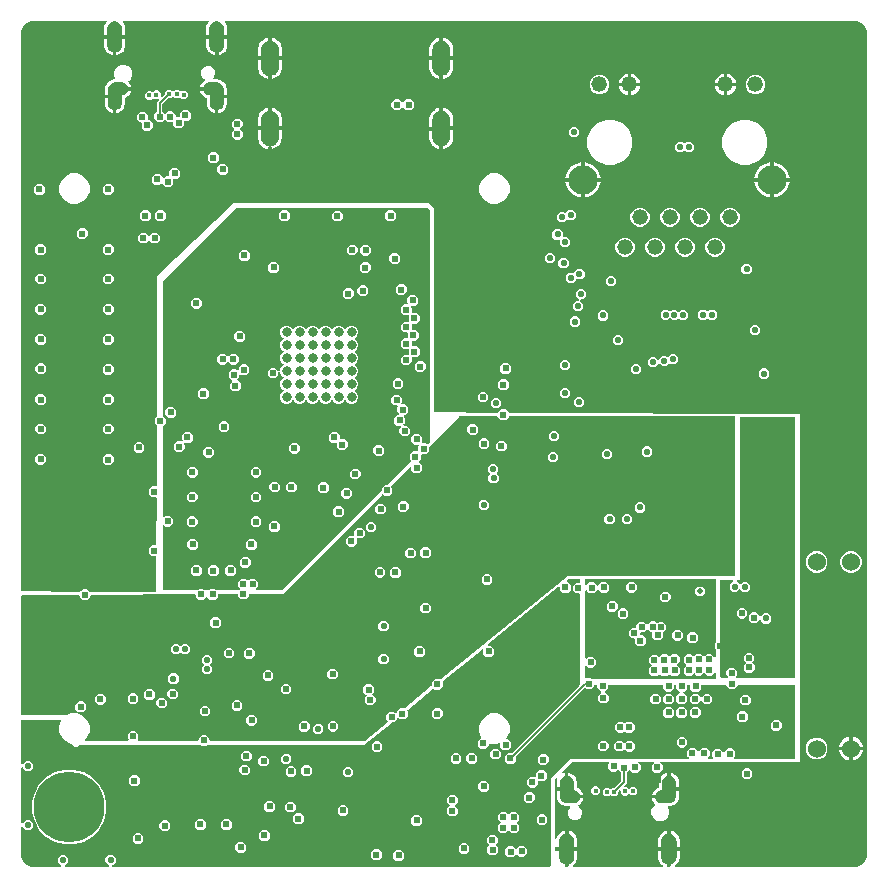
<source format=gbr>
G04 EAGLE Gerber RS-274X export*
G75*
%MOMM*%
%FSLAX34Y34*%
%LPD*%
%INCopper Layer 14*%
%IPPOS*%
%AMOC8*
5,1,8,0,0,1.08239X$1,22.5*%
G01*
%ADD10C,0.808000*%
%ADD11C,1.408000*%
%ADD12C,1.108000*%
%ADD13C,1.208000*%
%ADD14C,1.524000*%
%ADD15C,1.320800*%
%ADD16C,2.476500*%
%ADD17C,0.609600*%
%ADD18C,6.000000*%
%ADD19C,0.406400*%
%ADD20C,0.503200*%
%ADD21C,0.553200*%
%ADD22C,0.304800*%
%ADD23C,0.139700*%
%ADD24C,0.152400*%

G36*
X467012Y4322D02*
X467012Y4322D01*
X467031Y4320D01*
X467133Y4342D01*
X467235Y4358D01*
X467252Y4368D01*
X467272Y4372D01*
X467361Y4425D01*
X467452Y4474D01*
X467466Y4488D01*
X467483Y4498D01*
X467550Y4577D01*
X467621Y4652D01*
X467630Y4670D01*
X467643Y4685D01*
X467682Y4781D01*
X467725Y4875D01*
X467727Y4895D01*
X467735Y4913D01*
X467753Y5080D01*
X467753Y6671D01*
X468732Y6968D01*
X468736Y6974D01*
X468741Y6971D01*
X469864Y7572D01*
X469867Y7579D01*
X469872Y7577D01*
X470857Y8386D01*
X470859Y8393D01*
X470864Y8393D01*
X471673Y9378D01*
X471673Y9385D01*
X471678Y9386D01*
X472279Y10509D01*
X472278Y10517D01*
X472282Y10518D01*
X472652Y11738D01*
X472650Y11744D01*
X472654Y11747D01*
X472779Y13015D01*
X472777Y13018D01*
X472779Y13020D01*
X472779Y17997D01*
X475321Y17997D01*
X475321Y12225D01*
X475045Y10658D01*
X474500Y9163D01*
X473705Y7786D01*
X472683Y6567D01*
X471605Y5663D01*
X471537Y5584D01*
X471465Y5508D01*
X471457Y5491D01*
X471445Y5477D01*
X471405Y5380D01*
X471361Y5285D01*
X471359Y5266D01*
X471352Y5249D01*
X471346Y5144D01*
X471334Y5041D01*
X471338Y5022D01*
X471337Y5003D01*
X471364Y4903D01*
X471386Y4800D01*
X471396Y4784D01*
X471401Y4766D01*
X471459Y4679D01*
X471513Y4589D01*
X471527Y4577D01*
X471537Y4561D01*
X471620Y4497D01*
X471700Y4429D01*
X471717Y4422D01*
X471732Y4411D01*
X471830Y4376D01*
X471928Y4337D01*
X471951Y4335D01*
X471964Y4330D01*
X471996Y4330D01*
X472094Y4319D01*
X546766Y4319D01*
X546869Y4336D01*
X546973Y4347D01*
X546990Y4355D01*
X547008Y4358D01*
X547101Y4407D01*
X547195Y4452D01*
X547209Y4465D01*
X547226Y4474D01*
X547298Y4549D01*
X547373Y4622D01*
X547382Y4638D01*
X547395Y4652D01*
X547439Y4747D01*
X547488Y4839D01*
X547491Y4858D01*
X547499Y4875D01*
X547510Y4979D01*
X547527Y5082D01*
X547524Y5101D01*
X547526Y5119D01*
X547504Y5222D01*
X547486Y5325D01*
X547478Y5341D01*
X547474Y5360D01*
X547420Y5450D01*
X547371Y5542D01*
X547355Y5559D01*
X547347Y5571D01*
X547323Y5592D01*
X547255Y5663D01*
X546177Y6567D01*
X545155Y7786D01*
X544360Y9163D01*
X543815Y10658D01*
X543539Y12225D01*
X543539Y17997D01*
X546081Y17997D01*
X546081Y13020D01*
X546083Y13017D01*
X546081Y13015D01*
X546206Y11747D01*
X546211Y11742D01*
X546208Y11738D01*
X546578Y10518D01*
X546584Y10514D01*
X546581Y10509D01*
X547182Y9386D01*
X547189Y9383D01*
X547187Y9378D01*
X547996Y8393D01*
X548003Y8391D01*
X548003Y8386D01*
X548988Y7577D01*
X548995Y7577D01*
X548996Y7572D01*
X550119Y6971D01*
X550127Y6972D01*
X550128Y6968D01*
X551107Y6671D01*
X551107Y5080D01*
X551110Y5060D01*
X551108Y5041D01*
X551130Y4939D01*
X551147Y4837D01*
X551156Y4820D01*
X551160Y4800D01*
X551213Y4711D01*
X551262Y4620D01*
X551276Y4606D01*
X551286Y4589D01*
X551365Y4522D01*
X551440Y4450D01*
X551458Y4442D01*
X551473Y4429D01*
X551569Y4390D01*
X551663Y4347D01*
X551683Y4345D01*
X551701Y4337D01*
X551868Y4319D01*
X553392Y4319D01*
X553412Y4322D01*
X553431Y4320D01*
X553533Y4342D01*
X553635Y4358D01*
X553652Y4368D01*
X553672Y4372D01*
X553761Y4425D01*
X553852Y4474D01*
X553866Y4488D01*
X553883Y4498D01*
X553950Y4577D01*
X554021Y4652D01*
X554030Y4670D01*
X554043Y4685D01*
X554082Y4781D01*
X554125Y4875D01*
X554127Y4895D01*
X554135Y4913D01*
X554153Y5080D01*
X554153Y6671D01*
X555132Y6968D01*
X555136Y6974D01*
X555141Y6971D01*
X556264Y7572D01*
X556267Y7579D01*
X556272Y7577D01*
X557257Y8386D01*
X557259Y8393D01*
X557264Y8393D01*
X558073Y9378D01*
X558073Y9385D01*
X558078Y9386D01*
X558679Y10509D01*
X558678Y10517D01*
X558682Y10518D01*
X559052Y11738D01*
X559050Y11744D01*
X559054Y11747D01*
X559179Y13015D01*
X559177Y13018D01*
X559179Y13020D01*
X559179Y17997D01*
X561721Y17997D01*
X561721Y12225D01*
X561445Y10658D01*
X560900Y9163D01*
X560105Y7786D01*
X559083Y6567D01*
X558005Y5663D01*
X557937Y5584D01*
X557865Y5508D01*
X557857Y5491D01*
X557845Y5477D01*
X557805Y5380D01*
X557761Y5285D01*
X557759Y5266D01*
X557752Y5249D01*
X557746Y5144D01*
X557734Y5041D01*
X557738Y5022D01*
X557737Y5003D01*
X557764Y4903D01*
X557786Y4800D01*
X557796Y4784D01*
X557801Y4766D01*
X557859Y4679D01*
X557913Y4589D01*
X557927Y4577D01*
X557937Y4561D01*
X558020Y4497D01*
X558100Y4429D01*
X558117Y4422D01*
X558132Y4411D01*
X558230Y4376D01*
X558328Y4337D01*
X558351Y4335D01*
X558364Y4330D01*
X558396Y4330D01*
X558494Y4319D01*
X710000Y4319D01*
X710026Y4323D01*
X710075Y4322D01*
X712010Y4513D01*
X712037Y4520D01*
X712066Y4521D01*
X712227Y4567D01*
X715803Y6048D01*
X715858Y6083D01*
X715919Y6109D01*
X715984Y6161D01*
X716012Y6178D01*
X716024Y6193D01*
X716050Y6214D01*
X718786Y8950D01*
X718825Y9004D01*
X718871Y9050D01*
X718911Y9124D01*
X718930Y9150D01*
X718936Y9169D01*
X718952Y9197D01*
X720433Y12773D01*
X720439Y12801D01*
X720452Y12826D01*
X720487Y12990D01*
X720678Y14925D01*
X720676Y14952D01*
X720681Y15000D01*
X720681Y710000D01*
X720678Y710019D01*
X720680Y710037D01*
X720677Y710050D01*
X720678Y710075D01*
X720487Y712010D01*
X720480Y712037D01*
X720479Y712066D01*
X720433Y712227D01*
X718952Y715803D01*
X718917Y715858D01*
X718891Y715919D01*
X718839Y715984D01*
X718822Y716012D01*
X718807Y716024D01*
X718786Y716050D01*
X716050Y718786D01*
X715996Y718825D01*
X715950Y718871D01*
X715876Y718911D01*
X715850Y718930D01*
X715831Y718936D01*
X715803Y718952D01*
X712227Y720433D01*
X712199Y720439D01*
X712174Y720452D01*
X712010Y720487D01*
X710075Y720678D01*
X710048Y720676D01*
X710000Y720681D01*
X177500Y720681D01*
X177462Y720675D01*
X177423Y720677D01*
X177341Y720655D01*
X177257Y720642D01*
X177223Y720623D01*
X177185Y720613D01*
X177114Y720566D01*
X177040Y720526D01*
X177013Y720498D01*
X176981Y720477D01*
X176929Y720410D01*
X176870Y720348D01*
X176854Y720313D01*
X176830Y720282D01*
X176802Y720202D01*
X176767Y720125D01*
X176762Y720087D01*
X176750Y720050D01*
X176749Y719965D01*
X176739Y719881D01*
X176748Y719843D01*
X176747Y719804D01*
X176774Y719723D01*
X176792Y719640D01*
X176812Y719607D01*
X176823Y719570D01*
X176917Y719431D01*
X177375Y718884D01*
X178170Y717507D01*
X178715Y716012D01*
X178991Y714445D01*
X178991Y708673D01*
X176449Y708673D01*
X176449Y713650D01*
X176447Y713653D01*
X176449Y713655D01*
X176324Y714923D01*
X176319Y714928D01*
X176322Y714932D01*
X175952Y716152D01*
X175947Y716156D01*
X175949Y716161D01*
X175348Y717284D01*
X175341Y717287D01*
X175343Y717292D01*
X174534Y718277D01*
X174527Y718279D01*
X174527Y718284D01*
X173542Y719093D01*
X173535Y719093D01*
X173534Y719098D01*
X172411Y719699D01*
X172404Y719698D01*
X172402Y719702D01*
X171413Y720002D01*
X171400Y720061D01*
X171383Y720163D01*
X171374Y720180D01*
X171370Y720200D01*
X171317Y720289D01*
X171268Y720380D01*
X171254Y720394D01*
X171244Y720411D01*
X171165Y720478D01*
X171090Y720550D01*
X171072Y720558D01*
X171057Y720571D01*
X170961Y720610D01*
X170867Y720653D01*
X170847Y720655D01*
X170829Y720663D01*
X170662Y720681D01*
X169138Y720681D01*
X169118Y720678D01*
X169099Y720680D01*
X168997Y720658D01*
X168895Y720642D01*
X168878Y720632D01*
X168858Y720628D01*
X168769Y720575D01*
X168678Y720526D01*
X168664Y720512D01*
X168647Y720502D01*
X168580Y720423D01*
X168509Y720348D01*
X168500Y720330D01*
X168487Y720315D01*
X168448Y720219D01*
X168405Y720125D01*
X168403Y720105D01*
X168395Y720087D01*
X168386Y720002D01*
X167398Y719702D01*
X167394Y719697D01*
X167389Y719699D01*
X166266Y719098D01*
X166263Y719091D01*
X166258Y719093D01*
X165273Y718284D01*
X165271Y718277D01*
X165266Y718277D01*
X164457Y717292D01*
X164457Y717285D01*
X164452Y717284D01*
X163851Y716161D01*
X163852Y716154D01*
X163848Y716152D01*
X163478Y714932D01*
X163480Y714926D01*
X163476Y714923D01*
X163351Y713655D01*
X163353Y713652D01*
X163351Y713650D01*
X163351Y708673D01*
X160809Y708673D01*
X160809Y714445D01*
X161085Y716012D01*
X161630Y717507D01*
X162425Y718884D01*
X162883Y719431D01*
X162898Y719456D01*
X162908Y719466D01*
X162911Y719472D01*
X162930Y719492D01*
X162966Y719569D01*
X163009Y719642D01*
X163017Y719680D01*
X163033Y719715D01*
X163043Y719799D01*
X163061Y719883D01*
X163056Y719921D01*
X163061Y719959D01*
X163043Y720042D01*
X163033Y720127D01*
X163017Y720162D01*
X163008Y720200D01*
X162965Y720273D01*
X162929Y720350D01*
X162902Y720378D01*
X162882Y720411D01*
X162818Y720466D01*
X162759Y720528D01*
X162725Y720546D01*
X162695Y720571D01*
X162616Y720603D01*
X162541Y720642D01*
X162503Y720648D01*
X162467Y720663D01*
X162300Y720681D01*
X91100Y720681D01*
X91062Y720675D01*
X91023Y720677D01*
X90941Y720655D01*
X90857Y720642D01*
X90823Y720623D01*
X90785Y720613D01*
X90714Y720566D01*
X90640Y720526D01*
X90613Y720498D01*
X90581Y720477D01*
X90529Y720410D01*
X90470Y720348D01*
X90454Y720313D01*
X90430Y720282D01*
X90402Y720202D01*
X90367Y720125D01*
X90362Y720087D01*
X90350Y720050D01*
X90349Y719965D01*
X90339Y719881D01*
X90348Y719843D01*
X90347Y719804D01*
X90374Y719723D01*
X90392Y719640D01*
X90412Y719607D01*
X90423Y719570D01*
X90517Y719431D01*
X90975Y718884D01*
X91770Y717507D01*
X92315Y716012D01*
X92591Y714445D01*
X92591Y708673D01*
X90049Y708673D01*
X90049Y713650D01*
X90047Y713653D01*
X90049Y713655D01*
X89924Y714923D01*
X89919Y714928D01*
X89922Y714932D01*
X89552Y716152D01*
X89547Y716156D01*
X89549Y716161D01*
X88948Y717284D01*
X88941Y717287D01*
X88943Y717292D01*
X88134Y718277D01*
X88127Y718279D01*
X88127Y718284D01*
X87142Y719093D01*
X87135Y719093D01*
X87134Y719098D01*
X86011Y719699D01*
X86004Y719698D01*
X86002Y719702D01*
X85013Y720002D01*
X85000Y720061D01*
X84983Y720163D01*
X84974Y720180D01*
X84970Y720200D01*
X84917Y720289D01*
X84868Y720380D01*
X84854Y720394D01*
X84844Y720411D01*
X84765Y720478D01*
X84690Y720550D01*
X84672Y720558D01*
X84657Y720571D01*
X84561Y720610D01*
X84467Y720653D01*
X84447Y720655D01*
X84429Y720663D01*
X84262Y720681D01*
X82738Y720681D01*
X82718Y720678D01*
X82699Y720680D01*
X82597Y720658D01*
X82495Y720642D01*
X82478Y720632D01*
X82458Y720628D01*
X82369Y720575D01*
X82278Y720526D01*
X82264Y720512D01*
X82247Y720502D01*
X82180Y720423D01*
X82109Y720348D01*
X82100Y720330D01*
X82087Y720315D01*
X82048Y720219D01*
X82005Y720125D01*
X82003Y720105D01*
X81995Y720087D01*
X81986Y720002D01*
X80998Y719702D01*
X80994Y719697D01*
X80989Y719699D01*
X79866Y719098D01*
X79863Y719091D01*
X79858Y719093D01*
X78873Y718284D01*
X78871Y718277D01*
X78866Y718277D01*
X78057Y717292D01*
X78057Y717285D01*
X78052Y717284D01*
X77451Y716161D01*
X77452Y716154D01*
X77448Y716152D01*
X77078Y714932D01*
X77080Y714926D01*
X77076Y714923D01*
X76951Y713655D01*
X76953Y713652D01*
X76951Y713650D01*
X76951Y708673D01*
X74409Y708673D01*
X74409Y714445D01*
X74685Y716012D01*
X75230Y717507D01*
X76025Y718884D01*
X76483Y719431D01*
X76498Y719456D01*
X76508Y719466D01*
X76511Y719472D01*
X76530Y719492D01*
X76566Y719569D01*
X76609Y719642D01*
X76617Y719680D01*
X76633Y719715D01*
X76643Y719799D01*
X76661Y719883D01*
X76656Y719921D01*
X76661Y719959D01*
X76643Y720042D01*
X76633Y720127D01*
X76617Y720162D01*
X76608Y720200D01*
X76565Y720273D01*
X76529Y720350D01*
X76502Y720378D01*
X76482Y720411D01*
X76418Y720466D01*
X76359Y720528D01*
X76325Y720546D01*
X76295Y720571D01*
X76216Y720603D01*
X76141Y720642D01*
X76103Y720648D01*
X76067Y720663D01*
X75900Y720681D01*
X15000Y720681D01*
X14974Y720677D01*
X14925Y720678D01*
X12990Y720487D01*
X12963Y720480D01*
X12934Y720479D01*
X12773Y720433D01*
X9197Y718952D01*
X9142Y718917D01*
X9081Y718891D01*
X9016Y718839D01*
X8988Y718822D01*
X8976Y718807D01*
X8950Y718786D01*
X6214Y716050D01*
X6175Y715996D01*
X6129Y715950D01*
X6089Y715876D01*
X6070Y715850D01*
X6064Y715831D01*
X6048Y715803D01*
X4567Y712227D01*
X4561Y712199D01*
X4548Y712174D01*
X4513Y712010D01*
X4322Y710075D01*
X4324Y710048D01*
X4319Y710000D01*
X4319Y238572D01*
X4321Y238557D01*
X4319Y238541D01*
X4341Y238436D01*
X4358Y238330D01*
X4366Y238316D01*
X4369Y238300D01*
X4423Y238207D01*
X4474Y238112D01*
X4485Y238101D01*
X4493Y238088D01*
X4574Y238017D01*
X4652Y237943D01*
X4666Y237936D01*
X4678Y237926D01*
X4777Y237885D01*
X4875Y237839D01*
X4891Y237838D01*
X4906Y237831D01*
X5072Y237811D01*
X54029Y237299D01*
X54123Y237314D01*
X54218Y237321D01*
X54244Y237332D01*
X54272Y237336D01*
X54357Y237380D01*
X54444Y237417D01*
X54472Y237440D01*
X54491Y237449D01*
X54514Y237473D01*
X54575Y237522D01*
X56496Y239443D01*
X60284Y239443D01*
X62297Y237430D01*
X62368Y237379D01*
X62433Y237322D01*
X62467Y237308D01*
X62496Y237287D01*
X62580Y237261D01*
X62661Y237227D01*
X62707Y237222D01*
X62732Y237214D01*
X62763Y237215D01*
X62827Y237207D01*
X118075Y236629D01*
X118098Y236633D01*
X118121Y236630D01*
X118219Y236651D01*
X118318Y236667D01*
X118338Y236677D01*
X118361Y236682D01*
X118447Y236734D01*
X118536Y236779D01*
X118552Y236796D01*
X118573Y236808D01*
X118638Y236884D01*
X118707Y236956D01*
X118718Y236977D01*
X118733Y236995D01*
X118770Y237088D01*
X118813Y237178D01*
X118816Y237201D01*
X118825Y237223D01*
X118844Y237390D01*
X118881Y266665D01*
X118878Y266685D01*
X118880Y266705D01*
X118858Y266806D01*
X118841Y266908D01*
X118832Y266926D01*
X118828Y266946D01*
X118775Y267034D01*
X118727Y267125D01*
X118712Y267139D01*
X118701Y267157D01*
X118623Y267224D01*
X118548Y267295D01*
X118530Y267304D01*
X118514Y267317D01*
X118419Y267355D01*
X118326Y267399D01*
X118305Y267401D01*
X118286Y267409D01*
X118120Y267427D01*
X115106Y267427D01*
X112427Y270106D01*
X112427Y273894D01*
X115106Y276573D01*
X118133Y276573D01*
X118152Y276576D01*
X118172Y276574D01*
X118273Y276596D01*
X118376Y276612D01*
X118393Y276622D01*
X118412Y276626D01*
X118502Y276679D01*
X118593Y276728D01*
X118607Y276742D01*
X118623Y276752D01*
X118691Y276831D01*
X118763Y276906D01*
X118771Y276924D01*
X118783Y276938D01*
X118823Y277035D01*
X118866Y277129D01*
X118868Y277148D01*
X118876Y277166D01*
X118894Y277333D01*
X118944Y316665D01*
X118941Y316685D01*
X118943Y316705D01*
X118921Y316806D01*
X118905Y316908D01*
X118895Y316926D01*
X118891Y316946D01*
X118838Y317034D01*
X118790Y317125D01*
X118775Y317139D01*
X118765Y317157D01*
X118687Y317224D01*
X118612Y317295D01*
X118594Y317304D01*
X118578Y317317D01*
X118482Y317355D01*
X118389Y317399D01*
X118369Y317401D01*
X118350Y317409D01*
X118183Y317427D01*
X115106Y317427D01*
X112427Y320106D01*
X112427Y323894D01*
X115106Y326573D01*
X118197Y326573D01*
X118216Y326576D01*
X118235Y326574D01*
X118337Y326596D01*
X118439Y326612D01*
X118457Y326622D01*
X118476Y326626D01*
X118565Y326679D01*
X118657Y326728D01*
X118670Y326742D01*
X118687Y326752D01*
X118755Y326831D01*
X118826Y326906D01*
X118834Y326924D01*
X118847Y326938D01*
X118886Y327035D01*
X118930Y327129D01*
X118932Y327148D01*
X118939Y327166D01*
X118958Y327333D01*
X119022Y378246D01*
X119008Y378337D01*
X119001Y378428D01*
X118988Y378458D01*
X118983Y378489D01*
X118940Y378570D01*
X118904Y378655D01*
X118879Y378686D01*
X118868Y378707D01*
X118845Y378729D01*
X118799Y378786D01*
X117483Y380102D01*
X117483Y383890D01*
X118809Y385216D01*
X118862Y385290D01*
X118921Y385359D01*
X118933Y385389D01*
X118953Y385416D01*
X118979Y385502D01*
X119013Y385587D01*
X119018Y385628D01*
X119025Y385651D01*
X119024Y385683D01*
X119032Y385753D01*
X119182Y504267D01*
X184497Y566569D01*
X349295Y566569D01*
X354133Y561730D01*
X354133Y389942D01*
X354136Y389924D01*
X354134Y389906D01*
X354156Y389803D01*
X354173Y389699D01*
X354181Y389683D01*
X354185Y389665D01*
X354239Y389574D01*
X354288Y389482D01*
X354301Y389469D01*
X354311Y389453D01*
X354390Y389385D01*
X354466Y389312D01*
X354483Y389305D01*
X354497Y389293D01*
X354594Y389253D01*
X354689Y389209D01*
X354708Y389207D01*
X354725Y389200D01*
X354891Y389181D01*
X407670Y388955D01*
X407761Y388970D01*
X407854Y388977D01*
X407882Y388989D01*
X407913Y388994D01*
X407995Y389037D01*
X408080Y389073D01*
X408111Y389097D01*
X408130Y389108D01*
X408153Y389131D01*
X408211Y389178D01*
X410606Y391573D01*
X414394Y391573D01*
X416830Y389137D01*
X416903Y389084D01*
X416971Y389026D01*
X417002Y389013D01*
X417030Y388993D01*
X417115Y388967D01*
X417199Y388933D01*
X417242Y388928D01*
X417265Y388921D01*
X417297Y388922D01*
X417365Y388914D01*
X663449Y387862D01*
X663449Y93471D01*
X546157Y93471D01*
X546087Y93460D01*
X546015Y93458D01*
X545966Y93440D01*
X545915Y93432D01*
X545851Y93398D01*
X545784Y93373D01*
X545743Y93341D01*
X545697Y93316D01*
X545648Y93265D01*
X545592Y93220D01*
X545564Y93176D01*
X545528Y93138D01*
X545498Y93073D01*
X545459Y93013D01*
X545446Y92962D01*
X545424Y92915D01*
X545416Y92844D01*
X545399Y92774D01*
X545403Y92722D01*
X545397Y92671D01*
X545412Y92600D01*
X545418Y92529D01*
X545438Y92481D01*
X545449Y92430D01*
X545486Y92369D01*
X545514Y92303D01*
X545559Y92247D01*
X545576Y92219D01*
X545593Y92204D01*
X545619Y92172D01*
X547353Y90438D01*
X547353Y86650D01*
X544674Y83971D01*
X540886Y83971D01*
X538207Y86650D01*
X538207Y90438D01*
X539941Y92172D01*
X539983Y92230D01*
X540032Y92282D01*
X540054Y92329D01*
X540084Y92371D01*
X540105Y92440D01*
X540136Y92505D01*
X540141Y92557D01*
X540157Y92607D01*
X540155Y92678D01*
X540163Y92749D01*
X540152Y92800D01*
X540150Y92852D01*
X540126Y92920D01*
X540111Y92990D01*
X540084Y93034D01*
X540066Y93083D01*
X540021Y93139D01*
X539984Y93201D01*
X539945Y93235D01*
X539912Y93275D01*
X539852Y93314D01*
X539797Y93361D01*
X539749Y93380D01*
X539705Y93408D01*
X539636Y93426D01*
X539569Y93453D01*
X539498Y93461D01*
X539467Y93469D01*
X539444Y93467D01*
X539403Y93471D01*
X527443Y93471D01*
X527372Y93460D01*
X527301Y93458D01*
X527252Y93440D01*
X527200Y93432D01*
X527137Y93398D01*
X527070Y93373D01*
X527029Y93341D01*
X526983Y93316D01*
X526934Y93265D01*
X526878Y93220D01*
X526849Y93176D01*
X526814Y93138D01*
X526783Y93073D01*
X526745Y93013D01*
X526732Y92962D01*
X526710Y92915D01*
X526702Y92844D01*
X526685Y92774D01*
X526689Y92722D01*
X526683Y92671D01*
X526698Y92600D01*
X526704Y92529D01*
X526724Y92481D01*
X526735Y92430D01*
X526772Y92369D01*
X526800Y92303D01*
X526845Y92247D01*
X526861Y92219D01*
X526879Y92204D01*
X526905Y92172D01*
X528721Y90356D01*
X528721Y86568D01*
X526042Y83889D01*
X522254Y83889D01*
X520186Y85957D01*
X520170Y85968D01*
X520158Y85984D01*
X520070Y86040D01*
X519986Y86100D01*
X519967Y86106D01*
X519951Y86117D01*
X519850Y86142D01*
X519751Y86173D01*
X519731Y86172D01*
X519712Y86177D01*
X519609Y86169D01*
X519505Y86166D01*
X519487Y86159D01*
X519467Y86158D01*
X519372Y86118D01*
X519274Y86082D01*
X519259Y86069D01*
X519241Y86062D01*
X519110Y85957D01*
X517250Y84097D01*
X517197Y84023D01*
X517137Y83953D01*
X517125Y83923D01*
X517106Y83897D01*
X517079Y83810D01*
X517045Y83725D01*
X517041Y83684D01*
X517034Y83662D01*
X517035Y83630D01*
X517027Y83559D01*
X517027Y75257D01*
X515464Y73694D01*
X514850Y73080D01*
X514808Y73022D01*
X514759Y72970D01*
X514737Y72923D01*
X514707Y72881D01*
X514686Y72812D01*
X514655Y72747D01*
X514650Y72695D01*
X514634Y72645D01*
X514636Y72574D01*
X514628Y72503D01*
X514639Y72452D01*
X514641Y72400D01*
X514665Y72332D01*
X514680Y72262D01*
X514707Y72217D01*
X514725Y72169D01*
X514770Y72113D01*
X514807Y72051D01*
X514846Y72017D01*
X514879Y71977D01*
X514939Y71938D01*
X514994Y71891D01*
X515042Y71872D01*
X515086Y71844D01*
X515155Y71826D01*
X515222Y71799D01*
X515293Y71791D01*
X515324Y71783D01*
X515348Y71785D01*
X515388Y71781D01*
X516973Y71781D01*
X518165Y70589D01*
X518181Y70578D01*
X518193Y70562D01*
X518280Y70506D01*
X518364Y70446D01*
X518383Y70440D01*
X518400Y70429D01*
X518501Y70404D01*
X518599Y70373D01*
X518619Y70374D01*
X518639Y70369D01*
X518742Y70377D01*
X518845Y70380D01*
X518864Y70387D01*
X518884Y70388D01*
X518979Y70429D01*
X519076Y70464D01*
X519092Y70477D01*
X519110Y70485D01*
X519241Y70589D01*
X520763Y72111D01*
X523709Y72111D01*
X525793Y70027D01*
X525793Y67081D01*
X523709Y64997D01*
X520763Y64997D01*
X519571Y66189D01*
X519555Y66200D01*
X519543Y66216D01*
X519455Y66272D01*
X519371Y66332D01*
X519353Y66338D01*
X519336Y66349D01*
X519235Y66374D01*
X519136Y66405D01*
X519116Y66404D01*
X519097Y66409D01*
X518994Y66401D01*
X518890Y66398D01*
X518872Y66391D01*
X518852Y66390D01*
X518757Y66349D01*
X518659Y66314D01*
X518644Y66301D01*
X518626Y66293D01*
X518495Y66189D01*
X516973Y64667D01*
X514027Y64667D01*
X511943Y66751D01*
X511943Y68336D01*
X511932Y68406D01*
X511930Y68478D01*
X511912Y68527D01*
X511904Y68578D01*
X511870Y68642D01*
X511845Y68709D01*
X511813Y68750D01*
X511788Y68796D01*
X511736Y68845D01*
X511692Y68901D01*
X511648Y68929D01*
X511610Y68965D01*
X511545Y68995D01*
X511485Y69034D01*
X511434Y69047D01*
X511387Y69069D01*
X511316Y69077D01*
X511246Y69094D01*
X511194Y69090D01*
X511143Y69096D01*
X511072Y69081D01*
X511001Y69075D01*
X510953Y69055D01*
X510902Y69044D01*
X510841Y69007D01*
X510775Y68979D01*
X510719Y68934D01*
X510691Y68917D01*
X510676Y68900D01*
X510644Y68874D01*
X509840Y68070D01*
X509787Y67996D01*
X509727Y67926D01*
X509715Y67896D01*
X509696Y67870D01*
X509669Y67783D01*
X509635Y67698D01*
X509631Y67657D01*
X509624Y67635D01*
X509625Y67603D01*
X509617Y67531D01*
X509617Y66051D01*
X507533Y63967D01*
X504587Y63967D01*
X503788Y64766D01*
X503772Y64777D01*
X503760Y64793D01*
X503672Y64849D01*
X503589Y64909D01*
X503570Y64915D01*
X503553Y64926D01*
X503452Y64951D01*
X503353Y64982D01*
X503334Y64981D01*
X503314Y64986D01*
X503211Y64978D01*
X503108Y64975D01*
X503089Y64968D01*
X503069Y64967D01*
X502974Y64926D01*
X502877Y64891D01*
X502861Y64878D01*
X502843Y64871D01*
X502712Y64766D01*
X501923Y63977D01*
X498977Y63977D01*
X496893Y66061D01*
X496893Y69007D01*
X498977Y71091D01*
X501923Y71091D01*
X502722Y70292D01*
X502738Y70281D01*
X502750Y70265D01*
X502838Y70209D01*
X502921Y70149D01*
X502940Y70143D01*
X502957Y70132D01*
X503058Y70107D01*
X503157Y70076D01*
X503176Y70077D01*
X503196Y70072D01*
X503299Y70080D01*
X503402Y70083D01*
X503421Y70090D01*
X503441Y70091D01*
X503536Y70132D01*
X503633Y70167D01*
X503649Y70180D01*
X503667Y70187D01*
X503798Y70292D01*
X504587Y71081D01*
X506067Y71081D01*
X506158Y71095D01*
X506248Y71103D01*
X506278Y71115D01*
X506310Y71120D01*
X506391Y71163D01*
X506475Y71199D01*
X506507Y71225D01*
X506528Y71236D01*
X506550Y71259D01*
X506606Y71304D01*
X512230Y76928D01*
X512283Y77002D01*
X512343Y77072D01*
X512355Y77102D01*
X512374Y77128D01*
X512401Y77215D01*
X512435Y77300D01*
X512439Y77341D01*
X512446Y77363D01*
X512445Y77395D01*
X512453Y77467D01*
X512453Y83559D01*
X512439Y83649D01*
X512431Y83740D01*
X512419Y83769D01*
X512414Y83801D01*
X512371Y83882D01*
X512335Y83966D01*
X512309Y83998D01*
X512298Y84019D01*
X512275Y84041D01*
X512230Y84097D01*
X510083Y86244D01*
X510067Y86256D01*
X510055Y86271D01*
X509967Y86327D01*
X509884Y86387D01*
X509865Y86393D01*
X509848Y86404D01*
X509747Y86429D01*
X509648Y86460D01*
X509629Y86459D01*
X509609Y86464D01*
X509506Y86456D01*
X509403Y86453D01*
X509384Y86447D01*
X509364Y86445D01*
X509269Y86405D01*
X509172Y86369D01*
X509156Y86356D01*
X509138Y86349D01*
X509007Y86244D01*
X507744Y84981D01*
X503956Y84981D01*
X501277Y87660D01*
X501277Y91448D01*
X502001Y92172D01*
X502043Y92230D01*
X502092Y92282D01*
X502114Y92329D01*
X502144Y92371D01*
X502165Y92440D01*
X502196Y92505D01*
X502201Y92557D01*
X502217Y92607D01*
X502215Y92678D01*
X502223Y92749D01*
X502212Y92800D01*
X502210Y92852D01*
X502186Y92920D01*
X502171Y92990D01*
X502144Y93034D01*
X502126Y93083D01*
X502081Y93139D01*
X502044Y93201D01*
X502005Y93235D01*
X501972Y93275D01*
X501912Y93314D01*
X501857Y93361D01*
X501809Y93380D01*
X501765Y93408D01*
X501696Y93426D01*
X501629Y93453D01*
X501558Y93461D01*
X501527Y93469D01*
X501504Y93467D01*
X501463Y93471D01*
X471170Y93471D01*
X471080Y93457D01*
X470989Y93449D01*
X470959Y93437D01*
X470927Y93432D01*
X470847Y93389D01*
X470763Y93353D01*
X470731Y93327D01*
X470710Y93316D01*
X470688Y93293D01*
X470632Y93248D01*
X462060Y84676D01*
X462003Y84597D01*
X461941Y84522D01*
X461932Y84498D01*
X461916Y84477D01*
X461888Y84384D01*
X461853Y84293D01*
X461852Y84267D01*
X461844Y84242D01*
X461846Y84144D01*
X461842Y84047D01*
X461850Y84022D01*
X461850Y83996D01*
X461884Y83904D01*
X461911Y83811D01*
X461926Y83789D01*
X461935Y83765D01*
X461996Y83688D01*
X462051Y83609D01*
X462072Y83593D01*
X462088Y83573D01*
X462171Y83520D01*
X462249Y83462D01*
X462273Y83454D01*
X462295Y83440D01*
X462390Y83416D01*
X462482Y83386D01*
X462509Y83386D01*
X462534Y83380D01*
X462631Y83387D01*
X462728Y83388D01*
X462760Y83397D01*
X462779Y83399D01*
X462809Y83412D01*
X462889Y83435D01*
X463724Y83781D01*
X464731Y83981D01*
X464731Y81356D01*
X463920Y81110D01*
X463915Y81105D01*
X463911Y81107D01*
X462873Y80552D01*
X462870Y80546D01*
X462865Y80547D01*
X461956Y79801D01*
X461954Y79794D01*
X461949Y79794D01*
X461203Y78885D01*
X461203Y78877D01*
X461198Y78877D01*
X460643Y77839D01*
X460644Y77832D01*
X460640Y77830D01*
X460598Y77692D01*
X460597Y77692D01*
X460403Y77051D01*
X460298Y76705D01*
X460301Y76698D01*
X460296Y76695D01*
X460181Y75525D01*
X460183Y75522D01*
X460181Y75520D01*
X460181Y71519D01*
X457639Y71519D01*
X457639Y76366D01*
X457969Y78026D01*
X458315Y78861D01*
X458337Y78955D01*
X458366Y79048D01*
X458365Y79075D01*
X458371Y79100D01*
X458362Y79197D01*
X458360Y79294D01*
X458351Y79319D01*
X458348Y79345D01*
X458309Y79434D01*
X458275Y79525D01*
X458259Y79546D01*
X458248Y79570D01*
X458182Y79641D01*
X458122Y79717D01*
X458099Y79731D01*
X458082Y79751D01*
X457997Y79798D01*
X457915Y79850D01*
X457889Y79857D01*
X457866Y79869D01*
X457771Y79887D01*
X457676Y79910D01*
X457650Y79908D01*
X457624Y79913D01*
X457528Y79899D01*
X457431Y79891D01*
X457407Y79881D01*
X457381Y79877D01*
X457294Y79833D01*
X457205Y79795D01*
X457179Y79775D01*
X457162Y79766D01*
X457139Y79742D01*
X457074Y79690D01*
X456192Y78808D01*
X456139Y78734D01*
X456079Y78665D01*
X456067Y78635D01*
X456048Y78609D01*
X456021Y78522D01*
X455987Y78437D01*
X455983Y78396D01*
X455976Y78373D01*
X455977Y78341D01*
X455969Y78270D01*
X455969Y28724D01*
X455987Y28612D01*
X456003Y28499D01*
X456007Y28491D01*
X456009Y28482D01*
X456061Y28382D01*
X456112Y28279D01*
X456119Y28272D01*
X456124Y28264D01*
X456206Y28186D01*
X456287Y28105D01*
X456295Y28101D01*
X456302Y28095D01*
X456405Y28047D01*
X456507Y27996D01*
X456516Y27995D01*
X456525Y27991D01*
X456638Y27979D01*
X456751Y27963D01*
X456760Y27965D01*
X456769Y27964D01*
X456881Y27988D01*
X456992Y28010D01*
X457001Y28014D01*
X457010Y28016D01*
X457108Y28075D01*
X457207Y28131D01*
X457213Y28138D01*
X457221Y28143D01*
X457295Y28229D01*
X457371Y28314D01*
X457376Y28324D01*
X457381Y28329D01*
X457390Y28352D01*
X457445Y28464D01*
X457813Y29474D01*
X457960Y29877D01*
X458593Y30973D01*
X458593Y30974D01*
X458755Y31254D01*
X459608Y32271D01*
X459777Y32473D01*
X460996Y33495D01*
X462373Y34290D01*
X463868Y34835D01*
X464707Y34982D01*
X464707Y32369D01*
X463728Y32072D01*
X463724Y32067D01*
X463719Y32069D01*
X462596Y31468D01*
X462593Y31461D01*
X462588Y31463D01*
X461603Y30654D01*
X461601Y30647D01*
X461596Y30647D01*
X460787Y29662D01*
X460787Y29655D01*
X460782Y29654D01*
X460181Y28531D01*
X460182Y28524D01*
X460178Y28522D01*
X459808Y27302D01*
X459810Y27296D01*
X459806Y27293D01*
X459681Y26025D01*
X459683Y26022D01*
X459681Y26020D01*
X459681Y21043D01*
X456730Y21043D01*
X456710Y21040D01*
X456691Y21042D01*
X456589Y21020D01*
X456487Y21003D01*
X456470Y20994D01*
X456450Y20990D01*
X456361Y20937D01*
X456270Y20888D01*
X456256Y20874D01*
X456239Y20864D01*
X456172Y20785D01*
X456101Y20710D01*
X456092Y20692D01*
X456079Y20677D01*
X456040Y20581D01*
X455997Y20487D01*
X455995Y20467D01*
X455987Y20449D01*
X455969Y20282D01*
X455969Y18758D01*
X455970Y18748D01*
X455970Y18743D01*
X455972Y18735D01*
X455970Y18719D01*
X455992Y18617D01*
X456009Y18515D01*
X456018Y18498D01*
X456022Y18478D01*
X456075Y18389D01*
X456124Y18298D01*
X456138Y18284D01*
X456148Y18267D01*
X456227Y18200D01*
X456302Y18129D01*
X456320Y18120D01*
X456335Y18107D01*
X456431Y18068D01*
X456525Y18025D01*
X456545Y18023D01*
X456563Y18015D01*
X456730Y17997D01*
X459681Y17997D01*
X459681Y13020D01*
X459683Y13017D01*
X459681Y13015D01*
X459806Y11747D01*
X459811Y11742D01*
X459808Y11738D01*
X460178Y10518D01*
X460184Y10514D01*
X460181Y10509D01*
X460782Y9386D01*
X460789Y9383D01*
X460787Y9378D01*
X461596Y8393D01*
X461603Y8391D01*
X461603Y8386D01*
X462588Y7577D01*
X462595Y7577D01*
X462596Y7572D01*
X463719Y6971D01*
X463727Y6972D01*
X463728Y6968D01*
X464707Y6671D01*
X464707Y5080D01*
X464710Y5060D01*
X464708Y5041D01*
X464730Y4939D01*
X464747Y4837D01*
X464756Y4820D01*
X464760Y4800D01*
X464813Y4711D01*
X464862Y4620D01*
X464876Y4606D01*
X464886Y4589D01*
X464965Y4522D01*
X465040Y4450D01*
X465058Y4442D01*
X465073Y4429D01*
X465169Y4390D01*
X465263Y4347D01*
X465283Y4345D01*
X465301Y4337D01*
X465468Y4319D01*
X466992Y4319D01*
X467012Y4322D01*
G37*
G36*
X91650Y110963D02*
X91650Y110963D01*
X91741Y110971D01*
X91770Y110983D01*
X91802Y110988D01*
X91883Y111031D01*
X91901Y111039D01*
X94577Y111039D01*
X94647Y111050D01*
X94719Y111052D01*
X94768Y111070D01*
X94819Y111079D01*
X94883Y111112D01*
X94950Y111137D01*
X94991Y111169D01*
X95037Y111194D01*
X95086Y111246D01*
X95142Y111290D01*
X95170Y111334D01*
X95206Y111372D01*
X95236Y111437D01*
X95275Y111497D01*
X95288Y111548D01*
X95310Y111595D01*
X95318Y111666D01*
X95335Y111736D01*
X95331Y111788D01*
X95337Y111839D01*
X95322Y111910D01*
X95316Y111981D01*
X95296Y112029D01*
X95285Y112080D01*
X95248Y112141D01*
X95220Y112207D01*
X95175Y112263D01*
X95158Y112291D01*
X95141Y112306D01*
X95115Y112338D01*
X94507Y112946D01*
X94507Y116734D01*
X97186Y119413D01*
X100974Y119413D01*
X103653Y116734D01*
X103653Y112946D01*
X103045Y112338D01*
X103003Y112280D01*
X102954Y112228D01*
X102932Y112181D01*
X102902Y112139D01*
X102880Y112070D01*
X102850Y112005D01*
X102845Y111953D01*
X102829Y111903D01*
X102831Y111832D01*
X102823Y111761D01*
X102834Y111710D01*
X102836Y111658D01*
X102860Y111590D01*
X102875Y111520D01*
X102902Y111476D01*
X102920Y111427D01*
X102965Y111371D01*
X103002Y111309D01*
X103041Y111275D01*
X103074Y111235D01*
X103134Y111196D01*
X103189Y111149D01*
X103237Y111130D01*
X103281Y111102D01*
X103350Y111084D01*
X103417Y111057D01*
X103488Y111049D01*
X103519Y111041D01*
X103542Y111043D01*
X103583Y111039D01*
X153726Y111039D01*
X153746Y111042D01*
X153765Y111040D01*
X153867Y111062D01*
X153969Y111079D01*
X153986Y111088D01*
X154006Y111092D01*
X154095Y111145D01*
X154186Y111194D01*
X154200Y111208D01*
X154217Y111218D01*
X154284Y111297D01*
X154356Y111372D01*
X154364Y111390D01*
X154377Y111405D01*
X154416Y111501D01*
X154459Y111595D01*
X154461Y111615D01*
X154469Y111633D01*
X154487Y111800D01*
X154487Y113224D01*
X157166Y115903D01*
X160954Y115903D01*
X163633Y113224D01*
X163633Y111800D01*
X163636Y111780D01*
X163634Y111761D01*
X163656Y111659D01*
X163672Y111557D01*
X163682Y111540D01*
X163686Y111520D01*
X163739Y111431D01*
X163788Y111340D01*
X163802Y111326D01*
X163812Y111309D01*
X163891Y111242D01*
X163966Y111171D01*
X163984Y111162D01*
X163999Y111149D01*
X164095Y111110D01*
X164189Y111067D01*
X164209Y111065D01*
X164227Y111057D01*
X164394Y111039D01*
X294685Y111039D01*
X294736Y111047D01*
X294789Y111046D01*
X294857Y111067D01*
X294928Y111079D01*
X294974Y111103D01*
X295024Y111118D01*
X295121Y111181D01*
X295145Y111194D01*
X295152Y111201D01*
X295165Y111209D01*
X314527Y126929D01*
X314566Y126973D01*
X314613Y127010D01*
X314647Y127064D01*
X314690Y127112D01*
X314713Y127167D01*
X314746Y127217D01*
X314761Y127279D01*
X314787Y127339D01*
X314791Y127398D01*
X314806Y127455D01*
X314801Y127520D01*
X314806Y127584D01*
X314791Y127642D01*
X314786Y127701D01*
X314761Y127760D01*
X314745Y127822D01*
X314713Y127872D01*
X314690Y127927D01*
X314630Y128002D01*
X314612Y128029D01*
X314601Y128039D01*
X314585Y128058D01*
X313327Y129316D01*
X313327Y133104D01*
X316006Y135783D01*
X319794Y135783D01*
X321228Y134349D01*
X321286Y134307D01*
X321338Y134258D01*
X321385Y134236D01*
X321427Y134206D01*
X321496Y134184D01*
X321561Y134154D01*
X321613Y134149D01*
X321663Y134133D01*
X321734Y134135D01*
X321805Y134127D01*
X321856Y134138D01*
X321908Y134140D01*
X321976Y134164D01*
X322046Y134179D01*
X322091Y134206D01*
X322139Y134224D01*
X322195Y134269D01*
X322257Y134306D01*
X322291Y134345D01*
X322331Y134378D01*
X322370Y134438D01*
X322417Y134492D01*
X322436Y134541D01*
X322464Y134585D01*
X322482Y134654D01*
X322509Y134721D01*
X322517Y134792D01*
X322525Y134823D01*
X322523Y134846D01*
X322527Y134887D01*
X322527Y135894D01*
X325206Y138573D01*
X328599Y138573D01*
X328651Y138581D01*
X328703Y138580D01*
X328771Y138601D01*
X328842Y138612D01*
X328888Y138637D01*
X328938Y138652D01*
X329035Y138715D01*
X329059Y138728D01*
X329066Y138735D01*
X329079Y138743D01*
X351646Y157064D01*
X351651Y157070D01*
X351657Y157074D01*
X351732Y157162D01*
X351809Y157248D01*
X351812Y157255D01*
X351817Y157260D01*
X351860Y157368D01*
X351905Y157474D01*
X351906Y157482D01*
X351909Y157489D01*
X351927Y157655D01*
X351927Y160894D01*
X354606Y163573D01*
X358394Y163573D01*
X358477Y163490D01*
X358561Y163429D01*
X358642Y163365D01*
X358661Y163358D01*
X358677Y163346D01*
X358776Y163316D01*
X358873Y163280D01*
X358893Y163280D01*
X358912Y163274D01*
X359016Y163276D01*
X359119Y163274D01*
X359138Y163280D01*
X359158Y163280D01*
X359255Y163316D01*
X359354Y163346D01*
X359375Y163359D01*
X359389Y163365D01*
X359414Y163385D01*
X359495Y163437D01*
X466978Y250699D01*
X608225Y250699D01*
X608245Y250702D01*
X608265Y250700D01*
X608366Y250722D01*
X608468Y250739D01*
X608485Y250748D01*
X608505Y250752D01*
X608594Y250805D01*
X608685Y250854D01*
X608699Y250868D01*
X608716Y250878D01*
X608783Y250957D01*
X608855Y251032D01*
X608863Y251050D01*
X608876Y251065D01*
X608915Y251161D01*
X608958Y251255D01*
X608960Y251275D01*
X608968Y251293D01*
X608986Y251460D01*
X608986Y385020D01*
X608985Y385031D01*
X608985Y385038D01*
X608984Y385045D01*
X608985Y385059D01*
X608963Y385161D01*
X608947Y385263D01*
X608937Y385280D01*
X608933Y385300D01*
X608880Y385389D01*
X608832Y385480D01*
X608817Y385494D01*
X608807Y385511D01*
X608728Y385578D01*
X608653Y385649D01*
X608635Y385658D01*
X608620Y385671D01*
X608524Y385710D01*
X608430Y385753D01*
X608410Y385755D01*
X608392Y385763D01*
X608225Y385781D01*
X417834Y385781D01*
X417814Y385778D01*
X417795Y385780D01*
X417693Y385758D01*
X417591Y385741D01*
X417574Y385732D01*
X417554Y385728D01*
X417465Y385675D01*
X417374Y385626D01*
X417360Y385612D01*
X417343Y385602D01*
X417276Y385523D01*
X417204Y385448D01*
X417196Y385430D01*
X417183Y385415D01*
X417144Y385319D01*
X417101Y385225D01*
X417099Y385205D01*
X417091Y385187D01*
X417083Y385117D01*
X414394Y382427D01*
X410606Y382427D01*
X407913Y385120D01*
X407904Y385161D01*
X407888Y385263D01*
X407878Y385280D01*
X407874Y385300D01*
X407821Y385389D01*
X407772Y385480D01*
X407758Y385494D01*
X407748Y385511D01*
X407669Y385578D01*
X407594Y385649D01*
X407576Y385658D01*
X407561Y385671D01*
X407465Y385710D01*
X407371Y385753D01*
X407351Y385755D01*
X407333Y385763D01*
X407166Y385781D01*
X375699Y385781D01*
X375607Y385766D01*
X375513Y385758D01*
X375485Y385746D01*
X375456Y385741D01*
X375374Y385698D01*
X375287Y385660D01*
X375258Y385636D01*
X375239Y385626D01*
X375220Y385606D01*
X375218Y385605D01*
X375213Y385600D01*
X375157Y385554D01*
X349958Y359984D01*
X349907Y359912D01*
X349849Y359845D01*
X349836Y359812D01*
X349815Y359783D01*
X349790Y359699D01*
X349757Y359617D01*
X349752Y359572D01*
X349745Y359548D01*
X349746Y359517D01*
X349739Y359450D01*
X349739Y356512D01*
X347060Y353833D01*
X344214Y353833D01*
X344122Y353818D01*
X344028Y353810D01*
X344001Y353798D01*
X343972Y353794D01*
X343889Y353750D01*
X343802Y353712D01*
X343773Y353689D01*
X343754Y353679D01*
X343732Y353655D01*
X343672Y353607D01*
X342958Y352881D01*
X342907Y352809D01*
X342849Y352742D01*
X342836Y352709D01*
X342815Y352681D01*
X342790Y352596D01*
X342757Y352514D01*
X342752Y352469D01*
X342745Y352445D01*
X342746Y352414D01*
X342739Y352347D01*
X342739Y349512D01*
X341016Y347790D01*
X341004Y347773D01*
X340989Y347761D01*
X340933Y347674D01*
X340872Y347590D01*
X340867Y347571D01*
X340856Y347554D01*
X340830Y347454D01*
X340800Y347355D01*
X340801Y347335D01*
X340796Y347316D01*
X340804Y347213D01*
X340806Y347109D01*
X340813Y347090D01*
X340815Y347070D01*
X340855Y346975D01*
X340891Y346878D01*
X340903Y346862D01*
X340911Y346844D01*
X341016Y346713D01*
X343658Y344071D01*
X343658Y340283D01*
X340979Y337604D01*
X337191Y337604D01*
X334512Y340283D01*
X334512Y342455D01*
X334500Y342529D01*
X334498Y342603D01*
X334481Y342649D01*
X334473Y342698D01*
X334438Y342763D01*
X334412Y342833D01*
X334381Y342872D01*
X334358Y342915D01*
X334304Y342966D01*
X334257Y343024D01*
X334215Y343051D01*
X334179Y343085D01*
X334112Y343116D01*
X334049Y343156D01*
X334001Y343167D01*
X333956Y343188D01*
X333882Y343196D01*
X333810Y343214D01*
X333761Y343210D01*
X333712Y343215D01*
X333639Y343200D01*
X333565Y343193D01*
X333520Y343174D01*
X333471Y343163D01*
X333408Y343125D01*
X333339Y343095D01*
X333287Y343053D01*
X333260Y343037D01*
X333244Y343018D01*
X333209Y342989D01*
X317519Y327069D01*
X317509Y327055D01*
X317496Y327044D01*
X317438Y326954D01*
X317377Y326868D01*
X317372Y326851D01*
X317363Y326837D01*
X317337Y326734D01*
X317306Y326632D01*
X317307Y326615D01*
X317303Y326598D01*
X317311Y326493D01*
X317314Y326386D01*
X317320Y326370D01*
X317322Y326353D01*
X317363Y326256D01*
X317400Y326156D01*
X317411Y326143D01*
X317418Y326127D01*
X317523Y325996D01*
X318629Y324890D01*
X318629Y321102D01*
X315950Y318423D01*
X312162Y318423D01*
X311111Y319474D01*
X311093Y319487D01*
X311078Y319505D01*
X310993Y319559D01*
X310911Y319618D01*
X310890Y319624D01*
X310870Y319636D01*
X310772Y319660D01*
X310676Y319690D01*
X310654Y319689D01*
X310631Y319695D01*
X310531Y319686D01*
X310430Y319684D01*
X310409Y319676D01*
X310386Y319674D01*
X310294Y319634D01*
X310199Y319599D01*
X310182Y319585D01*
X310161Y319576D01*
X310031Y319470D01*
X227222Y235443D01*
X197744Y235277D01*
X197726Y235274D01*
X197709Y235276D01*
X197605Y235254D01*
X197501Y235236D01*
X197486Y235228D01*
X197468Y235224D01*
X197377Y235170D01*
X197284Y235120D01*
X197272Y235107D01*
X197257Y235098D01*
X197188Y235017D01*
X197116Y234941D01*
X197109Y234925D01*
X197097Y234911D01*
X197058Y234813D01*
X197014Y234717D01*
X197012Y234699D01*
X197005Y234683D01*
X196987Y234516D01*
X196987Y233460D01*
X194308Y230781D01*
X190520Y230781D01*
X187841Y233460D01*
X187841Y234456D01*
X187838Y234478D01*
X187840Y234500D01*
X187818Y234599D01*
X187802Y234699D01*
X187791Y234718D01*
X187786Y234740D01*
X187734Y234827D01*
X187686Y234916D01*
X187670Y234931D01*
X187659Y234950D01*
X187582Y235016D01*
X187508Y235086D01*
X187488Y235095D01*
X187471Y235109D01*
X187377Y235146D01*
X187285Y235189D01*
X187263Y235192D01*
X187243Y235200D01*
X187076Y235217D01*
X171830Y235131D01*
X171812Y235129D01*
X171795Y235130D01*
X171691Y235108D01*
X171587Y235090D01*
X171572Y235082D01*
X171554Y235078D01*
X171463Y235024D01*
X171370Y234974D01*
X171358Y234961D01*
X171343Y234952D01*
X171274Y234872D01*
X171202Y234795D01*
X171195Y234779D01*
X171183Y234765D01*
X171144Y234667D01*
X171100Y234571D01*
X171098Y234553D01*
X171091Y234537D01*
X171073Y234370D01*
X171073Y233106D01*
X168394Y230427D01*
X164606Y230427D01*
X162038Y232995D01*
X162022Y233007D01*
X162010Y233022D01*
X161922Y233078D01*
X161839Y233138D01*
X161820Y233144D01*
X161803Y233155D01*
X161702Y233180D01*
X161603Y233211D01*
X161584Y233210D01*
X161564Y233215D01*
X161461Y233207D01*
X161358Y233204D01*
X161339Y233198D01*
X161319Y233196D01*
X161224Y233156D01*
X161127Y233120D01*
X161111Y233107D01*
X161093Y233100D01*
X160962Y232995D01*
X158394Y230427D01*
X154606Y230427D01*
X151927Y233106D01*
X151927Y234254D01*
X151924Y234276D01*
X151926Y234298D01*
X151904Y234397D01*
X151888Y234497D01*
X151877Y234516D01*
X151872Y234538D01*
X151820Y234624D01*
X151772Y234714D01*
X151756Y234729D01*
X151745Y234748D01*
X151668Y234813D01*
X151594Y234883D01*
X151574Y234893D01*
X151557Y234907D01*
X151463Y234944D01*
X151371Y234987D01*
X151349Y234989D01*
X151329Y234998D01*
X151162Y235015D01*
X63720Y234523D01*
X63702Y234520D01*
X63685Y234522D01*
X63581Y234499D01*
X63477Y234482D01*
X63462Y234473D01*
X63444Y234470D01*
X63353Y234415D01*
X63260Y234365D01*
X63248Y234353D01*
X63233Y234343D01*
X63164Y234263D01*
X63092Y234186D01*
X63085Y234170D01*
X63073Y234156D01*
X63034Y234058D01*
X62990Y233962D01*
X62988Y233945D01*
X62981Y233928D01*
X62963Y233762D01*
X62963Y232976D01*
X60284Y230297D01*
X56496Y230297D01*
X53817Y232976D01*
X53817Y233702D01*
X53814Y233723D01*
X53816Y233745D01*
X53794Y233844D01*
X53778Y233944D01*
X53767Y233964D01*
X53762Y233985D01*
X53710Y234072D01*
X53662Y234162D01*
X53646Y234177D01*
X53635Y234196D01*
X53558Y234261D01*
X53484Y234331D01*
X53464Y234340D01*
X53447Y234355D01*
X53353Y234392D01*
X53261Y234435D01*
X53239Y234437D01*
X53219Y234445D01*
X53052Y234463D01*
X5076Y234193D01*
X5058Y234190D01*
X5041Y234192D01*
X4937Y234169D01*
X4833Y234152D01*
X4818Y234143D01*
X4800Y234139D01*
X4709Y234085D01*
X4616Y234035D01*
X4604Y234022D01*
X4589Y234013D01*
X4520Y233933D01*
X4448Y233856D01*
X4441Y233840D01*
X4429Y233826D01*
X4390Y233728D01*
X4346Y233632D01*
X4344Y233615D01*
X4337Y233598D01*
X4319Y233431D01*
X4319Y133350D01*
X4322Y133330D01*
X4320Y133311D01*
X4342Y133209D01*
X4358Y133107D01*
X4368Y133090D01*
X4372Y133070D01*
X4425Y132981D01*
X4474Y132890D01*
X4488Y132876D01*
X4498Y132859D01*
X4577Y132792D01*
X4652Y132721D01*
X4670Y132712D01*
X4685Y132699D01*
X4781Y132660D01*
X4875Y132617D01*
X4895Y132615D01*
X4913Y132607D01*
X5080Y132589D01*
X42816Y132589D01*
X42881Y132599D01*
X42946Y132600D01*
X43026Y132623D01*
X43059Y132629D01*
X43076Y132638D01*
X43107Y132647D01*
X46854Y134199D01*
X51946Y134199D01*
X51958Y134194D01*
X52053Y134171D01*
X52146Y134143D01*
X52172Y134143D01*
X52198Y134137D01*
X52295Y134146D01*
X52392Y134149D01*
X52417Y134158D01*
X52443Y134160D01*
X52530Y134199D01*
X52574Y134127D01*
X52618Y134040D01*
X52637Y134021D01*
X52650Y133999D01*
X52724Y133936D01*
X52794Y133868D01*
X52822Y133852D01*
X52837Y133839D01*
X52868Y133827D01*
X52941Y133787D01*
X56650Y132250D01*
X60250Y128650D01*
X62199Y123946D01*
X62199Y118854D01*
X60250Y114150D01*
X58393Y112292D01*
X58351Y112235D01*
X58302Y112183D01*
X58280Y112135D01*
X58249Y112093D01*
X58228Y112025D01*
X58198Y111960D01*
X58192Y111908D01*
X58177Y111858D01*
X58179Y111786D01*
X58171Y111716D01*
X58182Y111664D01*
X58183Y111612D01*
X58207Y111545D01*
X58223Y111475D01*
X58249Y111430D01*
X58267Y111381D01*
X58312Y111325D01*
X58348Y111264D01*
X58388Y111230D01*
X58421Y111189D01*
X58481Y111150D01*
X58535Y111104D01*
X58584Y111084D01*
X58628Y111056D01*
X58697Y111038D01*
X58763Y111012D01*
X58835Y111004D01*
X58867Y110996D01*
X58890Y110997D01*
X58930Y110993D01*
X91559Y110949D01*
X91650Y110963D01*
G37*
G36*
X37846Y4330D02*
X37846Y4330D01*
X37918Y4332D01*
X37967Y4350D01*
X38018Y4358D01*
X38082Y4392D01*
X38149Y4417D01*
X38190Y4449D01*
X38236Y4474D01*
X38285Y4526D01*
X38341Y4570D01*
X38369Y4614D01*
X38405Y4652D01*
X38435Y4717D01*
X38474Y4777D01*
X38487Y4828D01*
X38509Y4875D01*
X38516Y4946D01*
X38534Y5016D01*
X38530Y5068D01*
X38536Y5119D01*
X38520Y5190D01*
X38515Y5261D01*
X38495Y5309D01*
X38483Y5360D01*
X38447Y5421D01*
X38419Y5487D01*
X38374Y5543D01*
X38357Y5571D01*
X38339Y5586D01*
X38314Y5618D01*
X35709Y8223D01*
X35709Y11777D01*
X38223Y14291D01*
X41777Y14291D01*
X44291Y11777D01*
X44291Y8223D01*
X41686Y5618D01*
X41644Y5560D01*
X41595Y5508D01*
X41573Y5461D01*
X41543Y5419D01*
X41522Y5350D01*
X41491Y5285D01*
X41486Y5233D01*
X41470Y5183D01*
X41472Y5112D01*
X41464Y5041D01*
X41475Y4990D01*
X41477Y4938D01*
X41501Y4870D01*
X41517Y4800D01*
X41543Y4755D01*
X41561Y4707D01*
X41606Y4651D01*
X41643Y4589D01*
X41682Y4555D01*
X41715Y4515D01*
X41775Y4476D01*
X41830Y4429D01*
X41878Y4410D01*
X41922Y4382D01*
X41991Y4364D01*
X42058Y4337D01*
X42129Y4329D01*
X42160Y4321D01*
X42184Y4323D01*
X42225Y4319D01*
X77775Y4319D01*
X77846Y4330D01*
X77918Y4332D01*
X77967Y4350D01*
X78018Y4358D01*
X78082Y4392D01*
X78149Y4417D01*
X78190Y4449D01*
X78236Y4474D01*
X78285Y4526D01*
X78341Y4570D01*
X78369Y4614D01*
X78405Y4652D01*
X78435Y4717D01*
X78474Y4777D01*
X78487Y4828D01*
X78509Y4875D01*
X78516Y4946D01*
X78534Y5016D01*
X78530Y5068D01*
X78536Y5119D01*
X78520Y5190D01*
X78515Y5261D01*
X78495Y5309D01*
X78483Y5360D01*
X78447Y5421D01*
X78419Y5487D01*
X78374Y5543D01*
X78357Y5571D01*
X78339Y5586D01*
X78314Y5618D01*
X75709Y8223D01*
X75709Y11777D01*
X78223Y14291D01*
X81777Y14291D01*
X84291Y11777D01*
X84291Y8223D01*
X81686Y5618D01*
X81644Y5560D01*
X81595Y5508D01*
X81573Y5461D01*
X81543Y5419D01*
X81522Y5350D01*
X81491Y5285D01*
X81486Y5233D01*
X81470Y5183D01*
X81472Y5112D01*
X81464Y5041D01*
X81475Y4990D01*
X81477Y4938D01*
X81501Y4870D01*
X81517Y4800D01*
X81543Y4755D01*
X81561Y4707D01*
X81606Y4651D01*
X81643Y4589D01*
X81682Y4555D01*
X81715Y4515D01*
X81775Y4476D01*
X81830Y4429D01*
X81878Y4410D01*
X81922Y4382D01*
X81991Y4364D01*
X82058Y4337D01*
X82129Y4329D01*
X82160Y4321D01*
X82184Y4323D01*
X82225Y4319D01*
X451850Y4319D01*
X451870Y4322D01*
X451889Y4320D01*
X451991Y4342D01*
X452093Y4358D01*
X452110Y4368D01*
X452130Y4372D01*
X452219Y4425D01*
X452310Y4474D01*
X452324Y4488D01*
X452341Y4498D01*
X452408Y4577D01*
X452480Y4652D01*
X452488Y4670D01*
X452501Y4685D01*
X452540Y4781D01*
X452583Y4875D01*
X452585Y4895D01*
X452593Y4913D01*
X452611Y5080D01*
X452611Y79785D01*
X468585Y95759D01*
X568787Y95759D01*
X568857Y95770D01*
X568929Y95772D01*
X568978Y95790D01*
X569029Y95799D01*
X569093Y95832D01*
X569160Y95857D01*
X569201Y95889D01*
X569247Y95914D01*
X569296Y95966D01*
X569352Y96010D01*
X569380Y96054D01*
X569416Y96092D01*
X569446Y96157D01*
X569485Y96217D01*
X569498Y96268D01*
X569520Y96315D01*
X569528Y96386D01*
X569545Y96456D01*
X569541Y96508D01*
X569547Y96559D01*
X569532Y96630D01*
X569526Y96701D01*
X569506Y96749D01*
X569495Y96800D01*
X569458Y96861D01*
X569430Y96927D01*
X569385Y96983D01*
X569368Y97011D01*
X569351Y97026D01*
X569325Y97058D01*
X567867Y98516D01*
X567867Y102304D01*
X570546Y104983D01*
X574334Y104983D01*
X577013Y102304D01*
X577029Y102292D01*
X577042Y102277D01*
X577129Y102221D01*
X577213Y102160D01*
X577232Y102155D01*
X577248Y102144D01*
X577349Y102118D01*
X577448Y102088D01*
X577468Y102089D01*
X577487Y102084D01*
X577590Y102092D01*
X577694Y102094D01*
X577712Y102101D01*
X577732Y102103D01*
X577827Y102143D01*
X577925Y102179D01*
X577940Y102191D01*
X577958Y102199D01*
X578089Y102304D01*
X580727Y104942D01*
X584515Y104942D01*
X587194Y102263D01*
X587194Y98475D01*
X585777Y97058D01*
X585736Y97000D01*
X585686Y96948D01*
X585664Y96901D01*
X585634Y96859D01*
X585613Y96790D01*
X585583Y96725D01*
X585577Y96673D01*
X585562Y96623D01*
X585563Y96552D01*
X585556Y96481D01*
X585567Y96430D01*
X585568Y96378D01*
X585593Y96310D01*
X585608Y96240D01*
X585635Y96196D01*
X585652Y96147D01*
X585697Y96091D01*
X585734Y96029D01*
X585774Y95995D01*
X585806Y95955D01*
X585866Y95916D01*
X585921Y95869D01*
X585969Y95850D01*
X586013Y95822D01*
X586082Y95804D01*
X586149Y95777D01*
X586220Y95769D01*
X586252Y95761D01*
X586275Y95763D01*
X586316Y95759D01*
X589799Y95759D01*
X589870Y95770D01*
X589941Y95772D01*
X589990Y95790D01*
X590042Y95799D01*
X590105Y95832D01*
X590172Y95857D01*
X590213Y95889D01*
X590259Y95914D01*
X590308Y95966D01*
X590364Y96010D01*
X590393Y96054D01*
X590428Y96092D01*
X590459Y96157D01*
X590497Y96217D01*
X590510Y96268D01*
X590532Y96315D01*
X590540Y96386D01*
X590558Y96456D01*
X590553Y96508D01*
X590559Y96559D01*
X590544Y96630D01*
X590538Y96701D01*
X590518Y96749D01*
X590507Y96800D01*
X590470Y96861D01*
X590442Y96927D01*
X590397Y96983D01*
X590381Y97011D01*
X590363Y97026D01*
X590337Y97058D01*
X589383Y98012D01*
X589383Y101800D01*
X592062Y104479D01*
X595850Y104479D01*
X598664Y101665D01*
X598680Y101654D01*
X598693Y101638D01*
X598780Y101582D01*
X598864Y101522D01*
X598883Y101516D01*
X598899Y101505D01*
X599000Y101480D01*
X599099Y101449D01*
X599119Y101450D01*
X599138Y101445D01*
X599241Y101453D01*
X599345Y101456D01*
X599363Y101463D01*
X599383Y101464D01*
X599478Y101505D01*
X599576Y101540D01*
X599591Y101553D01*
X599609Y101560D01*
X599740Y101665D01*
X602597Y104522D01*
X606385Y104522D01*
X609064Y101843D01*
X609064Y98055D01*
X608067Y97058D01*
X608025Y97000D01*
X607976Y96948D01*
X607954Y96901D01*
X607924Y96859D01*
X607902Y96790D01*
X607872Y96725D01*
X607867Y96673D01*
X607851Y96623D01*
X607853Y96552D01*
X607845Y96481D01*
X607856Y96430D01*
X607858Y96378D01*
X607882Y96310D01*
X607897Y96240D01*
X607924Y96196D01*
X607942Y96147D01*
X607987Y96091D01*
X608024Y96029D01*
X608063Y95995D01*
X608096Y95955D01*
X608156Y95916D01*
X608211Y95869D01*
X608259Y95850D01*
X608303Y95822D01*
X608372Y95804D01*
X608439Y95777D01*
X608510Y95769D01*
X608541Y95761D01*
X608564Y95763D01*
X608605Y95759D01*
X659130Y95759D01*
X659150Y95762D01*
X659169Y95760D01*
X659271Y95782D01*
X659373Y95799D01*
X659390Y95808D01*
X659410Y95812D01*
X659499Y95865D01*
X659590Y95914D01*
X659604Y95928D01*
X659621Y95938D01*
X659688Y96017D01*
X659760Y96092D01*
X659768Y96110D01*
X659781Y96125D01*
X659820Y96221D01*
X659863Y96315D01*
X659865Y96335D01*
X659873Y96353D01*
X659891Y96520D01*
X659891Y157480D01*
X659888Y157500D01*
X659890Y157519D01*
X659868Y157621D01*
X659852Y157723D01*
X659842Y157740D01*
X659838Y157760D01*
X659785Y157849D01*
X659736Y157940D01*
X659722Y157954D01*
X659712Y157971D01*
X659633Y158038D01*
X659558Y158110D01*
X659540Y158118D01*
X659525Y158131D01*
X659429Y158170D01*
X659335Y158213D01*
X659315Y158215D01*
X659297Y158223D01*
X659130Y158241D01*
X611546Y158241D01*
X611526Y158238D01*
X611507Y158240D01*
X611405Y158218D01*
X611303Y158202D01*
X611286Y158192D01*
X611266Y158188D01*
X611177Y158135D01*
X611086Y158086D01*
X611072Y158072D01*
X611055Y158062D01*
X610988Y157983D01*
X610916Y157908D01*
X610908Y157890D01*
X610895Y157875D01*
X610856Y157779D01*
X610813Y157685D01*
X610811Y157665D01*
X610803Y157647D01*
X610785Y157480D01*
X610785Y157452D01*
X608106Y154773D01*
X604318Y154773D01*
X601639Y157452D01*
X601639Y157480D01*
X601636Y157500D01*
X601638Y157519D01*
X601616Y157621D01*
X601600Y157723D01*
X601590Y157740D01*
X601586Y157760D01*
X601533Y157849D01*
X601484Y157940D01*
X601470Y157954D01*
X601460Y157971D01*
X601381Y158038D01*
X601306Y158110D01*
X601288Y158118D01*
X601273Y158131D01*
X601177Y158170D01*
X601083Y158213D01*
X601063Y158215D01*
X601045Y158223D01*
X600878Y158241D01*
X580730Y158241D01*
X580710Y158238D01*
X580691Y158240D01*
X580589Y158218D01*
X580487Y158202D01*
X580470Y158192D01*
X580450Y158188D01*
X580361Y158135D01*
X580270Y158086D01*
X580256Y158072D01*
X580239Y158062D01*
X580172Y157983D01*
X580100Y157908D01*
X580092Y157890D01*
X580079Y157875D01*
X580040Y157779D01*
X579997Y157685D01*
X579995Y157665D01*
X579987Y157647D01*
X579969Y157480D01*
X579969Y155296D01*
X577290Y152617D01*
X573502Y152617D01*
X570823Y155296D01*
X570823Y157480D01*
X570820Y157500D01*
X570822Y157519D01*
X570800Y157621D01*
X570784Y157723D01*
X570774Y157740D01*
X570770Y157760D01*
X570717Y157849D01*
X570668Y157940D01*
X570654Y157954D01*
X570644Y157971D01*
X570565Y158038D01*
X570490Y158110D01*
X570472Y158118D01*
X570457Y158131D01*
X570361Y158170D01*
X570267Y158213D01*
X570247Y158215D01*
X570229Y158223D01*
X570062Y158241D01*
X569070Y158241D01*
X569050Y158238D01*
X569031Y158240D01*
X568929Y158218D01*
X568827Y158202D01*
X568810Y158192D01*
X568790Y158188D01*
X568701Y158135D01*
X568610Y158086D01*
X568596Y158072D01*
X568579Y158062D01*
X568512Y157983D01*
X568440Y157908D01*
X568432Y157890D01*
X568419Y157875D01*
X568380Y157779D01*
X568337Y157685D01*
X568335Y157665D01*
X568327Y157647D01*
X568309Y157480D01*
X568309Y155176D01*
X565594Y152461D01*
X565571Y152458D01*
X565507Y152424D01*
X565440Y152399D01*
X565399Y152367D01*
X565353Y152342D01*
X565304Y152290D01*
X565248Y152246D01*
X565220Y152202D01*
X565184Y152164D01*
X565154Y152099D01*
X565115Y152039D01*
X565102Y151988D01*
X565080Y151941D01*
X565072Y151870D01*
X565055Y151800D01*
X565059Y151748D01*
X565053Y151697D01*
X565068Y151626D01*
X565074Y151555D01*
X565094Y151507D01*
X565105Y151456D01*
X565142Y151395D01*
X565170Y151329D01*
X565215Y151273D01*
X565232Y151245D01*
X565249Y151230D01*
X565275Y151198D01*
X568079Y148394D01*
X568079Y144606D01*
X565400Y141927D01*
X561612Y141927D01*
X558933Y144606D01*
X558933Y148394D01*
X561648Y151109D01*
X561671Y151112D01*
X561735Y151146D01*
X561802Y151171D01*
X561843Y151203D01*
X561889Y151228D01*
X561938Y151279D01*
X561994Y151324D01*
X562022Y151368D01*
X562058Y151406D01*
X562088Y151471D01*
X562127Y151531D01*
X562140Y151582D01*
X562162Y151629D01*
X562170Y151700D01*
X562187Y151770D01*
X562183Y151822D01*
X562189Y151873D01*
X562174Y151944D01*
X562168Y152015D01*
X562148Y152063D01*
X562137Y152114D01*
X562100Y152175D01*
X562072Y152241D01*
X562027Y152297D01*
X562010Y152325D01*
X561993Y152340D01*
X561967Y152372D01*
X559163Y155176D01*
X559163Y157480D01*
X559160Y157500D01*
X559162Y157519D01*
X559140Y157621D01*
X559124Y157723D01*
X559114Y157740D01*
X559110Y157760D01*
X559057Y157849D01*
X559008Y157940D01*
X558994Y157954D01*
X558984Y157971D01*
X558905Y158038D01*
X558830Y158110D01*
X558812Y158118D01*
X558797Y158131D01*
X558701Y158170D01*
X558607Y158213D01*
X558587Y158215D01*
X558569Y158223D01*
X558402Y158241D01*
X557990Y158241D01*
X557970Y158238D01*
X557951Y158240D01*
X557849Y158218D01*
X557747Y158202D01*
X557730Y158192D01*
X557710Y158188D01*
X557621Y158135D01*
X557530Y158086D01*
X557516Y158072D01*
X557499Y158062D01*
X557432Y157983D01*
X557360Y157908D01*
X557352Y157890D01*
X557339Y157875D01*
X557300Y157779D01*
X557257Y157685D01*
X557255Y157665D01*
X557247Y157647D01*
X557229Y157480D01*
X557229Y155336D01*
X554550Y152657D01*
X550762Y152657D01*
X548083Y155336D01*
X548083Y157480D01*
X548080Y157500D01*
X548082Y157519D01*
X548060Y157621D01*
X548044Y157723D01*
X548034Y157740D01*
X548030Y157760D01*
X547977Y157849D01*
X547928Y157940D01*
X547914Y157954D01*
X547904Y157971D01*
X547825Y158038D01*
X547750Y158110D01*
X547732Y158118D01*
X547717Y158131D01*
X547621Y158170D01*
X547527Y158213D01*
X547507Y158215D01*
X547489Y158223D01*
X547322Y158241D01*
X502104Y158241D01*
X502084Y158238D01*
X502065Y158240D01*
X501963Y158218D01*
X501861Y158202D01*
X501844Y158192D01*
X501824Y158188D01*
X501735Y158135D01*
X501644Y158086D01*
X501630Y158072D01*
X501613Y158062D01*
X501546Y157983D01*
X501474Y157908D01*
X501466Y157890D01*
X501453Y157875D01*
X501414Y157779D01*
X501371Y157685D01*
X501369Y157665D01*
X501361Y157647D01*
X501343Y157480D01*
X501343Y155856D01*
X498581Y153094D01*
X498539Y153036D01*
X498490Y152984D01*
X498468Y152937D01*
X498438Y152895D01*
X498416Y152826D01*
X498386Y152761D01*
X498381Y152709D01*
X498365Y152659D01*
X498367Y152588D01*
X498359Y152517D01*
X498370Y152466D01*
X498372Y152414D01*
X498396Y152346D01*
X498411Y152276D01*
X498438Y152231D01*
X498456Y152183D01*
X498501Y152127D01*
X498538Y152065D01*
X498577Y152031D01*
X498610Y151991D01*
X498670Y151952D01*
X498724Y151905D01*
X498773Y151886D01*
X498817Y151858D01*
X498886Y151840D01*
X498953Y151813D01*
X499024Y151805D01*
X499055Y151797D01*
X499078Y151799D01*
X499080Y151799D01*
X501763Y149116D01*
X501763Y145328D01*
X499084Y142649D01*
X495296Y142649D01*
X492617Y145328D01*
X492617Y149116D01*
X495379Y151878D01*
X495421Y151936D01*
X495470Y151988D01*
X495492Y152035D01*
X495522Y152077D01*
X495544Y152146D01*
X495574Y152211D01*
X495579Y152263D01*
X495595Y152313D01*
X495593Y152384D01*
X495601Y152455D01*
X495590Y152506D01*
X495588Y152558D01*
X495564Y152626D01*
X495549Y152696D01*
X495522Y152741D01*
X495504Y152789D01*
X495459Y152845D01*
X495422Y152907D01*
X495383Y152941D01*
X495350Y152981D01*
X495290Y153020D01*
X495236Y153067D01*
X495187Y153086D01*
X495143Y153114D01*
X495074Y153132D01*
X495007Y153159D01*
X494936Y153167D01*
X494905Y153175D01*
X494882Y153173D01*
X494880Y153173D01*
X492197Y155856D01*
X492197Y157480D01*
X492194Y157500D01*
X492196Y157519D01*
X492174Y157621D01*
X492158Y157723D01*
X492148Y157740D01*
X492144Y157760D01*
X492091Y157849D01*
X492042Y157940D01*
X492028Y157954D01*
X492018Y157971D01*
X491939Y158038D01*
X491864Y158110D01*
X491846Y158118D01*
X491831Y158131D01*
X491735Y158170D01*
X491641Y158213D01*
X491621Y158215D01*
X491603Y158223D01*
X491436Y158241D01*
X490297Y158241D01*
X490278Y158238D01*
X490258Y158240D01*
X490157Y158218D01*
X490055Y158202D01*
X490037Y158192D01*
X490018Y158188D01*
X489929Y158135D01*
X489837Y158086D01*
X489824Y158072D01*
X489806Y158062D01*
X489739Y157983D01*
X489668Y157908D01*
X489660Y157890D01*
X489647Y157875D01*
X489608Y157779D01*
X489564Y157685D01*
X489562Y157665D01*
X489555Y157647D01*
X489536Y157480D01*
X489536Y157452D01*
X486858Y154773D01*
X483069Y154773D01*
X482345Y155498D01*
X482329Y155509D01*
X482316Y155525D01*
X482229Y155581D01*
X482145Y155641D01*
X482126Y155647D01*
X482109Y155658D01*
X482009Y155683D01*
X481910Y155714D01*
X481890Y155713D01*
X481871Y155718D01*
X481768Y155710D01*
X481664Y155707D01*
X481646Y155700D01*
X481626Y155699D01*
X481531Y155658D01*
X481433Y155623D01*
X481418Y155610D01*
X481399Y155602D01*
X481268Y155498D01*
X423272Y97501D01*
X423219Y97427D01*
X423159Y97357D01*
X423147Y97327D01*
X423128Y97301D01*
X423101Y97214D01*
X423067Y97129D01*
X423063Y97088D01*
X423056Y97066D01*
X423057Y97034D01*
X423049Y96963D01*
X423049Y94204D01*
X420370Y91525D01*
X416582Y91525D01*
X413903Y94204D01*
X413903Y97992D01*
X416582Y100671D01*
X419658Y100671D01*
X419749Y100686D01*
X419839Y100693D01*
X419869Y100705D01*
X419901Y100711D01*
X419982Y100753D01*
X420066Y100789D01*
X420098Y100815D01*
X420119Y100826D01*
X420141Y100849D01*
X420197Y100894D01*
X476838Y157535D01*
X476890Y157607D01*
X476948Y157675D01*
X476961Y157707D01*
X476981Y157735D01*
X477008Y157820D01*
X477041Y157903D01*
X477047Y157946D01*
X477054Y157970D01*
X477053Y158001D01*
X477061Y158069D01*
X477463Y235006D01*
X477462Y235015D01*
X477462Y235017D01*
X477460Y235026D01*
X477460Y235028D01*
X477462Y235049D01*
X477441Y235148D01*
X477425Y235249D01*
X477415Y235268D01*
X477410Y235290D01*
X477358Y235377D01*
X477311Y235467D01*
X477295Y235482D01*
X477284Y235501D01*
X477207Y235567D01*
X477133Y235637D01*
X477113Y235647D01*
X477097Y235661D01*
X477002Y235699D01*
X476911Y235742D01*
X476889Y235745D01*
X476869Y235753D01*
X476702Y235771D01*
X474060Y235771D01*
X471381Y238450D01*
X471381Y242238D01*
X474060Y244917D01*
X476758Y244917D01*
X476775Y244920D01*
X476793Y244918D01*
X476897Y244939D01*
X477000Y244956D01*
X477016Y244965D01*
X477034Y244969D01*
X477125Y245022D01*
X477218Y245072D01*
X477230Y245084D01*
X477246Y245094D01*
X477315Y245174D01*
X477387Y245250D01*
X477395Y245266D01*
X477406Y245280D01*
X477446Y245377D01*
X477491Y245473D01*
X477493Y245491D01*
X477500Y245507D01*
X477519Y245674D01*
X477529Y247646D01*
X477526Y247668D01*
X477528Y247689D01*
X477507Y247789D01*
X477491Y247889D01*
X477481Y247908D01*
X477476Y247930D01*
X477424Y248017D01*
X477377Y248107D01*
X477361Y248122D01*
X477350Y248141D01*
X477273Y248207D01*
X477199Y248277D01*
X477180Y248287D01*
X477163Y248301D01*
X477068Y248339D01*
X476977Y248382D01*
X476955Y248385D01*
X476935Y248393D01*
X476768Y248411D01*
X468576Y248411D01*
X468524Y248403D01*
X468472Y248404D01*
X468404Y248383D01*
X468333Y248372D01*
X468287Y248347D01*
X468237Y248332D01*
X468140Y248269D01*
X468116Y248256D01*
X468109Y248249D01*
X468096Y248241D01*
X466378Y246845D01*
X466304Y246762D01*
X466229Y246682D01*
X466223Y246670D01*
X466215Y246661D01*
X466171Y246559D01*
X466125Y246459D01*
X466124Y246446D01*
X466118Y246434D01*
X466110Y246324D01*
X466098Y246215D01*
X466101Y246202D01*
X466100Y246189D01*
X466127Y246082D01*
X466150Y245974D01*
X466157Y245963D01*
X466160Y245951D01*
X466219Y245858D01*
X466276Y245763D01*
X466286Y245755D01*
X466293Y245744D01*
X466379Y245675D01*
X466463Y245603D01*
X466475Y245598D01*
X466485Y245590D01*
X466589Y245553D01*
X466691Y245511D01*
X466707Y245509D01*
X466716Y245506D01*
X466744Y245505D01*
X466858Y245493D01*
X466916Y245493D01*
X469595Y242814D01*
X469595Y239026D01*
X466916Y236347D01*
X463128Y236347D01*
X460449Y239026D01*
X460449Y240427D01*
X460444Y240459D01*
X460447Y240492D01*
X460424Y240580D01*
X460410Y240670D01*
X460394Y240698D01*
X460386Y240730D01*
X460337Y240807D01*
X460294Y240887D01*
X460271Y240909D01*
X460253Y240937D01*
X460182Y240994D01*
X460116Y241056D01*
X460086Y241070D01*
X460061Y241090D01*
X459975Y241122D01*
X459893Y241160D01*
X459861Y241164D01*
X459830Y241175D01*
X459739Y241177D01*
X459649Y241187D01*
X459617Y241180D01*
X459584Y241181D01*
X459497Y241154D01*
X459408Y241135D01*
X459380Y241118D01*
X459349Y241108D01*
X459208Y241018D01*
X399651Y192615D01*
X399577Y192532D01*
X399501Y192452D01*
X399496Y192440D01*
X399487Y192431D01*
X399444Y192329D01*
X399398Y192229D01*
X399396Y192216D01*
X399391Y192204D01*
X399383Y192094D01*
X399371Y191985D01*
X399373Y191972D01*
X399372Y191959D01*
X399399Y191852D01*
X399423Y191744D01*
X399430Y191733D01*
X399433Y191721D01*
X399492Y191628D01*
X399549Y191533D01*
X399559Y191525D01*
X399566Y191514D01*
X399652Y191445D01*
X399736Y191373D01*
X399748Y191368D01*
X399758Y191360D01*
X399861Y191323D01*
X399964Y191281D01*
X399980Y191279D01*
X399989Y191276D01*
X400017Y191275D01*
X400131Y191263D01*
X401944Y191263D01*
X404623Y188584D01*
X404623Y184796D01*
X401944Y182117D01*
X398156Y182117D01*
X395477Y184796D01*
X395477Y187623D01*
X395472Y187655D01*
X395475Y187688D01*
X395452Y187776D01*
X395438Y187866D01*
X395422Y187895D01*
X395414Y187927D01*
X395365Y188003D01*
X395322Y188083D01*
X395299Y188106D01*
X395281Y188133D01*
X395210Y188190D01*
X395144Y188253D01*
X395114Y188266D01*
X395089Y188287D01*
X395003Y188318D01*
X394921Y188356D01*
X394889Y188360D01*
X394858Y188371D01*
X394767Y188373D01*
X394677Y188383D01*
X394645Y188377D01*
X394612Y188377D01*
X394525Y188351D01*
X394436Y188331D01*
X394408Y188314D01*
X394377Y188305D01*
X394236Y188214D01*
X361354Y161490D01*
X361349Y161485D01*
X361343Y161481D01*
X361268Y161393D01*
X361191Y161306D01*
X361188Y161300D01*
X361183Y161294D01*
X361140Y161187D01*
X361094Y161080D01*
X361094Y161073D01*
X361091Y161066D01*
X361073Y160900D01*
X361073Y157106D01*
X358394Y154427D01*
X354606Y154427D01*
X354220Y154813D01*
X354136Y154873D01*
X354055Y154938D01*
X354037Y154945D01*
X354021Y154956D01*
X353922Y154987D01*
X353824Y155022D01*
X353804Y155023D01*
X353786Y155029D01*
X353682Y155026D01*
X353578Y155029D01*
X353559Y155023D01*
X353540Y155022D01*
X353442Y154987D01*
X353343Y154956D01*
X353323Y154943D01*
X353309Y154938D01*
X353284Y154918D01*
X353202Y154865D01*
X331515Y137240D01*
X331475Y137195D01*
X331429Y137158D01*
X331394Y137104D01*
X331351Y137056D01*
X331328Y137001D01*
X331296Y136952D01*
X331280Y136889D01*
X331255Y136829D01*
X331251Y136770D01*
X331236Y136713D01*
X331241Y136649D01*
X331236Y136584D01*
X331251Y136527D01*
X331255Y136468D01*
X331281Y136408D01*
X331296Y136345D01*
X331328Y136296D01*
X331352Y136241D01*
X331412Y136166D01*
X331430Y136139D01*
X331441Y136129D01*
X331456Y136110D01*
X331673Y135894D01*
X331673Y132106D01*
X328994Y129427D01*
X325206Y129427D01*
X324210Y130423D01*
X324126Y130484D01*
X324045Y130548D01*
X324026Y130555D01*
X324010Y130567D01*
X323911Y130597D01*
X323814Y130633D01*
X323794Y130633D01*
X323775Y130639D01*
X323671Y130636D01*
X323568Y130639D01*
X323549Y130633D01*
X323529Y130633D01*
X323432Y130597D01*
X323333Y130566D01*
X323313Y130553D01*
X323298Y130548D01*
X323273Y130528D01*
X323192Y130475D01*
X322754Y130120D01*
X322749Y130114D01*
X322743Y130111D01*
X322668Y130022D01*
X322591Y129936D01*
X322588Y129929D01*
X322583Y129924D01*
X322539Y129815D01*
X322494Y129709D01*
X322494Y129702D01*
X322491Y129696D01*
X322473Y129529D01*
X322473Y129316D01*
X319794Y126637D01*
X318739Y126637D01*
X318688Y126629D01*
X318635Y126630D01*
X318567Y126609D01*
X318497Y126598D01*
X318450Y126573D01*
X318400Y126558D01*
X318304Y126495D01*
X318279Y126482D01*
X318272Y126475D01*
X318259Y126467D01*
X294849Y107441D01*
X161953Y107441D01*
X161863Y107427D01*
X161772Y107419D01*
X161743Y107407D01*
X161711Y107402D01*
X161630Y107359D01*
X161546Y107323D01*
X161514Y107297D01*
X161493Y107286D01*
X161471Y107263D01*
X161415Y107218D01*
X160954Y106757D01*
X157166Y106757D01*
X156705Y107218D01*
X156631Y107272D01*
X156561Y107331D01*
X156531Y107343D01*
X156505Y107362D01*
X156418Y107389D01*
X156333Y107423D01*
X156292Y107427D01*
X156270Y107434D01*
X156238Y107433D01*
X156167Y107441D01*
X53840Y107441D01*
X53750Y107427D01*
X53659Y107419D01*
X53630Y107407D01*
X53598Y107402D01*
X53517Y107359D01*
X53433Y107323D01*
X53401Y107297D01*
X53380Y107286D01*
X53358Y107263D01*
X53302Y107218D01*
X51697Y105613D01*
X49803Y105613D01*
X48345Y107071D01*
X48308Y107140D01*
X48294Y107154D01*
X48284Y107171D01*
X48205Y107238D01*
X48130Y107310D01*
X48112Y107318D01*
X48097Y107331D01*
X48001Y107370D01*
X47907Y107413D01*
X47887Y107415D01*
X47869Y107423D01*
X47751Y107436D01*
X47751Y107840D01*
X47748Y107860D01*
X47750Y107879D01*
X47728Y107981D01*
X47712Y108083D01*
X47702Y108100D01*
X47698Y108120D01*
X47645Y108209D01*
X47596Y108300D01*
X47582Y108314D01*
X47572Y108331D01*
X47493Y108398D01*
X47418Y108470D01*
X47400Y108478D01*
X47385Y108491D01*
X47289Y108530D01*
X47195Y108573D01*
X47175Y108575D01*
X47157Y108583D01*
X46990Y108601D01*
X46854Y108601D01*
X42150Y110550D01*
X38550Y114150D01*
X36601Y118854D01*
X36601Y123946D01*
X38272Y127979D01*
X38282Y128023D01*
X38302Y128065D01*
X38310Y128142D01*
X38328Y128218D01*
X38324Y128264D01*
X38329Y128309D01*
X38312Y128386D01*
X38305Y128463D01*
X38286Y128505D01*
X38276Y128550D01*
X38236Y128617D01*
X38205Y128688D01*
X38174Y128722D01*
X38150Y128761D01*
X38091Y128812D01*
X38038Y128869D01*
X37998Y128891D01*
X37963Y128921D01*
X37891Y128950D01*
X37823Y128987D01*
X37778Y128996D01*
X37735Y129013D01*
X37599Y129028D01*
X37581Y129031D01*
X37576Y129030D01*
X37568Y129031D01*
X5080Y129031D01*
X5060Y129028D01*
X5041Y129030D01*
X4939Y129008D01*
X4837Y128991D01*
X4820Y128982D01*
X4800Y128978D01*
X4711Y128925D01*
X4620Y128876D01*
X4606Y128862D01*
X4589Y128852D01*
X4522Y128773D01*
X4450Y128698D01*
X4442Y128680D01*
X4429Y128665D01*
X4390Y128569D01*
X4347Y128475D01*
X4345Y128455D01*
X4337Y128437D01*
X4319Y128270D01*
X4319Y92225D01*
X4330Y92154D01*
X4332Y92082D01*
X4350Y92033D01*
X4358Y91982D01*
X4392Y91918D01*
X4417Y91851D01*
X4449Y91810D01*
X4474Y91764D01*
X4526Y91715D01*
X4570Y91659D01*
X4614Y91631D01*
X4652Y91595D01*
X4717Y91565D01*
X4777Y91526D01*
X4828Y91513D01*
X4875Y91491D01*
X4946Y91484D01*
X5016Y91466D01*
X5068Y91470D01*
X5119Y91464D01*
X5190Y91480D01*
X5261Y91485D01*
X5309Y91505D01*
X5360Y91517D01*
X5421Y91553D01*
X5487Y91581D01*
X5543Y91626D01*
X5571Y91643D01*
X5586Y91661D01*
X5618Y91686D01*
X8223Y94291D01*
X11777Y94291D01*
X14291Y91777D01*
X14291Y88223D01*
X11777Y85709D01*
X8223Y85709D01*
X5618Y88314D01*
X5560Y88356D01*
X5508Y88405D01*
X5461Y88427D01*
X5419Y88457D01*
X5350Y88478D01*
X5285Y88509D01*
X5233Y88514D01*
X5183Y88530D01*
X5112Y88528D01*
X5041Y88536D01*
X4990Y88525D01*
X4938Y88523D01*
X4870Y88499D01*
X4800Y88483D01*
X4755Y88457D01*
X4707Y88439D01*
X4651Y88394D01*
X4589Y88357D01*
X4555Y88318D01*
X4515Y88285D01*
X4476Y88225D01*
X4429Y88170D01*
X4410Y88122D01*
X4382Y88078D01*
X4364Y88009D01*
X4337Y87942D01*
X4329Y87871D01*
X4321Y87840D01*
X4323Y87816D01*
X4319Y87775D01*
X4319Y42225D01*
X4330Y42154D01*
X4332Y42082D01*
X4350Y42033D01*
X4358Y41982D01*
X4392Y41918D01*
X4417Y41851D01*
X4449Y41810D01*
X4474Y41764D01*
X4526Y41715D01*
X4570Y41659D01*
X4614Y41631D01*
X4652Y41595D01*
X4717Y41565D01*
X4777Y41526D01*
X4828Y41513D01*
X4875Y41491D01*
X4946Y41484D01*
X5016Y41466D01*
X5068Y41470D01*
X5119Y41464D01*
X5190Y41480D01*
X5261Y41485D01*
X5309Y41505D01*
X5360Y41517D01*
X5421Y41553D01*
X5487Y41581D01*
X5543Y41626D01*
X5571Y41643D01*
X5586Y41661D01*
X5618Y41686D01*
X8223Y44291D01*
X11777Y44291D01*
X14291Y41777D01*
X14291Y38223D01*
X11777Y35709D01*
X8223Y35709D01*
X5618Y38314D01*
X5560Y38356D01*
X5508Y38405D01*
X5461Y38427D01*
X5419Y38457D01*
X5350Y38478D01*
X5285Y38509D01*
X5233Y38514D01*
X5183Y38530D01*
X5112Y38528D01*
X5041Y38536D01*
X4990Y38525D01*
X4938Y38523D01*
X4870Y38499D01*
X4800Y38483D01*
X4755Y38457D01*
X4707Y38439D01*
X4651Y38394D01*
X4589Y38357D01*
X4555Y38318D01*
X4515Y38285D01*
X4476Y38225D01*
X4429Y38170D01*
X4410Y38122D01*
X4382Y38078D01*
X4364Y38009D01*
X4337Y37942D01*
X4329Y37871D01*
X4321Y37840D01*
X4323Y37816D01*
X4319Y37775D01*
X4319Y15000D01*
X4323Y14974D01*
X4323Y14941D01*
X4322Y14937D01*
X4323Y14935D01*
X4322Y14925D01*
X4513Y12990D01*
X4520Y12963D01*
X4521Y12934D01*
X4567Y12773D01*
X6048Y9197D01*
X6083Y9142D01*
X6109Y9081D01*
X6161Y9016D01*
X6178Y8988D01*
X6193Y8976D01*
X6214Y8950D01*
X8950Y6214D01*
X9004Y6175D01*
X9050Y6129D01*
X9124Y6089D01*
X9150Y6070D01*
X9169Y6064D01*
X9197Y6048D01*
X12773Y4567D01*
X12801Y4561D01*
X12826Y4548D01*
X12990Y4513D01*
X14925Y4322D01*
X14952Y4324D01*
X15000Y4319D01*
X37775Y4319D01*
X37846Y4330D01*
G37*
G36*
X225295Y238703D02*
X225295Y238703D01*
X225386Y238710D01*
X225415Y238722D01*
X225446Y238727D01*
X225528Y238770D01*
X225613Y238806D01*
X225644Y238831D01*
X225664Y238842D01*
X225686Y238865D01*
X225744Y238911D01*
X309260Y322428D01*
X309313Y322501D01*
X309373Y322571D01*
X309385Y322601D01*
X309404Y322627D01*
X309431Y322714D01*
X309465Y322799D01*
X309469Y322840D01*
X309476Y322862D01*
X309475Y322895D01*
X309483Y322966D01*
X309483Y324890D01*
X312162Y327569D01*
X314086Y327569D01*
X314176Y327583D01*
X314267Y327591D01*
X314297Y327603D01*
X314329Y327608D01*
X314410Y327651D01*
X314493Y327687D01*
X314526Y327713D01*
X314546Y327724D01*
X314568Y327747D01*
X314624Y327792D01*
X334431Y347598D01*
X334442Y347614D01*
X334458Y347627D01*
X334514Y347714D01*
X334574Y347798D01*
X334580Y347817D01*
X334591Y347834D01*
X334616Y347934D01*
X334647Y348033D01*
X334646Y348053D01*
X334651Y348072D01*
X334643Y348175D01*
X334640Y348279D01*
X334633Y348298D01*
X334632Y348317D01*
X334591Y348412D01*
X334556Y348510D01*
X334543Y348525D01*
X334535Y348544D01*
X334431Y348675D01*
X333593Y349512D01*
X333593Y353300D01*
X336272Y355979D01*
X339832Y355979D01*
X339851Y355982D01*
X339871Y355980D01*
X339973Y356002D01*
X340075Y356019D01*
X340092Y356028D01*
X340112Y356032D01*
X340201Y356086D01*
X340292Y356134D01*
X340306Y356148D01*
X340323Y356158D01*
X340390Y356237D01*
X340461Y356312D01*
X340470Y356330D01*
X340483Y356345D01*
X340521Y356442D01*
X340565Y356535D01*
X340567Y356555D01*
X340575Y356574D01*
X340593Y356740D01*
X340593Y360300D01*
X340827Y360534D01*
X340869Y360592D01*
X340918Y360644D01*
X340940Y360691D01*
X340970Y360734D01*
X340991Y360802D01*
X341022Y360867D01*
X341027Y360919D01*
X341043Y360969D01*
X341041Y361040D01*
X341049Y361112D01*
X341038Y361163D01*
X341036Y361215D01*
X341012Y361282D01*
X340996Y361352D01*
X340970Y361397D01*
X340952Y361446D01*
X340907Y361502D01*
X340870Y361563D01*
X340831Y361597D01*
X340798Y361638D01*
X340738Y361676D01*
X340683Y361723D01*
X340635Y361743D01*
X340591Y361771D01*
X340522Y361788D01*
X340455Y361815D01*
X340384Y361823D01*
X340353Y361831D01*
X340329Y361829D01*
X340288Y361833D01*
X337272Y361833D01*
X334593Y364512D01*
X334593Y368300D01*
X337272Y370979D01*
X341060Y370979D01*
X343739Y368300D01*
X343739Y364512D01*
X343505Y364278D01*
X343463Y364220D01*
X343414Y364168D01*
X343392Y364121D01*
X343361Y364079D01*
X343340Y364010D01*
X343310Y363945D01*
X343304Y363893D01*
X343289Y363844D01*
X343291Y363772D01*
X343283Y363701D01*
X343294Y363650D01*
X343295Y363598D01*
X343320Y363530D01*
X343335Y363460D01*
X343362Y363416D01*
X343380Y363367D01*
X343425Y363311D01*
X343461Y363249D01*
X343501Y363215D01*
X343533Y363175D01*
X343594Y363136D01*
X343648Y363089D01*
X343697Y363070D01*
X343740Y363042D01*
X343810Y363024D01*
X343876Y362997D01*
X343948Y362989D01*
X343979Y362982D01*
X344002Y362983D01*
X344043Y362979D01*
X347060Y362979D01*
X347897Y362141D01*
X347914Y362130D01*
X347926Y362114D01*
X348013Y362058D01*
X348097Y361998D01*
X348116Y361992D01*
X348133Y361981D01*
X348234Y361956D01*
X348332Y361925D01*
X348352Y361926D01*
X348372Y361921D01*
X348474Y361929D01*
X348578Y361932D01*
X348597Y361939D01*
X348617Y361940D01*
X348711Y361981D01*
X348809Y362016D01*
X348825Y362029D01*
X348843Y362037D01*
X348974Y362141D01*
X350078Y363246D01*
X350131Y363320D01*
X350191Y363389D01*
X350203Y363419D01*
X350222Y363445D01*
X350249Y363532D01*
X350283Y363617D01*
X350287Y363658D01*
X350294Y363680D01*
X350293Y363713D01*
X350301Y363784D01*
X350301Y559780D01*
X350287Y559870D01*
X350279Y559961D01*
X350267Y559991D01*
X350262Y560023D01*
X350219Y560103D01*
X350183Y560187D01*
X350157Y560219D01*
X350146Y560240D01*
X350123Y560262D01*
X350078Y560318D01*
X348158Y562238D01*
X348084Y562291D01*
X348015Y562351D01*
X347985Y562363D01*
X347959Y562382D01*
X347872Y562409D01*
X347787Y562443D01*
X347746Y562447D01*
X347723Y562454D01*
X347691Y562453D01*
X347620Y562461D01*
X186740Y562461D01*
X186650Y562447D01*
X186559Y562439D01*
X186529Y562427D01*
X186497Y562422D01*
X186417Y562379D01*
X186333Y562343D01*
X186301Y562317D01*
X186280Y562306D01*
X186258Y562283D01*
X186202Y562238D01*
X124492Y500528D01*
X124439Y500454D01*
X124379Y500385D01*
X124367Y500355D01*
X124348Y500329D01*
X124321Y500242D01*
X124287Y500157D01*
X124283Y500116D01*
X124276Y500093D01*
X124277Y500061D01*
X124269Y499990D01*
X124269Y386565D01*
X124284Y386475D01*
X124291Y386384D01*
X124303Y386355D01*
X124309Y386323D01*
X124351Y386242D01*
X124387Y386158D01*
X124413Y386126D01*
X124424Y386105D01*
X124447Y386083D01*
X124492Y386027D01*
X126629Y383890D01*
X126629Y380102D01*
X124492Y377965D01*
X124439Y377891D01*
X124379Y377822D01*
X124367Y377791D01*
X124348Y377765D01*
X124321Y377678D01*
X124287Y377593D01*
X124283Y377552D01*
X124276Y377530D01*
X124277Y377498D01*
X124269Y377427D01*
X124269Y301073D01*
X124280Y301003D01*
X124282Y300931D01*
X124300Y300882D01*
X124309Y300831D01*
X124342Y300767D01*
X124367Y300700D01*
X124399Y300659D01*
X124424Y300613D01*
X124476Y300564D01*
X124520Y300508D01*
X124564Y300480D01*
X124602Y300444D01*
X124667Y300414D01*
X124727Y300375D01*
X124778Y300362D01*
X124825Y300340D01*
X124896Y300332D01*
X124966Y300315D01*
X125018Y300319D01*
X125069Y300313D01*
X125140Y300328D01*
X125211Y300334D01*
X125259Y300354D01*
X125310Y300365D01*
X125371Y300402D01*
X125437Y300430D01*
X125493Y300475D01*
X125521Y300492D01*
X125536Y300509D01*
X125568Y300535D01*
X126606Y301573D01*
X130394Y301573D01*
X133073Y298894D01*
X133073Y295106D01*
X130394Y292427D01*
X126606Y292427D01*
X125568Y293465D01*
X125510Y293507D01*
X125458Y293556D01*
X125411Y293578D01*
X125369Y293608D01*
X125300Y293630D01*
X125235Y293660D01*
X125183Y293665D01*
X125133Y293681D01*
X125062Y293679D01*
X124991Y293687D01*
X124940Y293676D01*
X124888Y293674D01*
X124820Y293650D01*
X124750Y293635D01*
X124706Y293608D01*
X124657Y293590D01*
X124601Y293545D01*
X124539Y293508D01*
X124505Y293469D01*
X124465Y293436D01*
X124426Y293376D01*
X124379Y293321D01*
X124360Y293273D01*
X124332Y293229D01*
X124314Y293160D01*
X124287Y293093D01*
X124279Y293022D01*
X124271Y292991D01*
X124273Y292968D01*
X124269Y292927D01*
X124269Y239616D01*
X124272Y239597D01*
X124270Y239578D01*
X124292Y239476D01*
X124309Y239374D01*
X124318Y239356D01*
X124322Y239337D01*
X124375Y239248D01*
X124424Y239156D01*
X124438Y239143D01*
X124448Y239126D01*
X124527Y239058D01*
X124602Y238987D01*
X124620Y238979D01*
X124634Y238966D01*
X124731Y238927D01*
X124825Y238883D01*
X124844Y238881D01*
X124863Y238874D01*
X125029Y238855D01*
X153542Y238825D01*
X153632Y238839D01*
X153724Y238847D01*
X153753Y238859D01*
X153785Y238864D01*
X153866Y238907D01*
X153950Y238943D01*
X153982Y238968D01*
X154002Y238979D01*
X154024Y239002D01*
X154081Y239048D01*
X154606Y239573D01*
X158394Y239573D01*
X158925Y239041D01*
X158999Y238988D01*
X159068Y238929D01*
X159099Y238917D01*
X159125Y238898D01*
X159212Y238871D01*
X159296Y238837D01*
X159338Y238832D01*
X159360Y238825D01*
X159392Y238826D01*
X159463Y238818D01*
X163531Y238814D01*
X163622Y238829D01*
X163713Y238836D01*
X163742Y238848D01*
X163774Y238854D01*
X163855Y238896D01*
X163939Y238932D01*
X163971Y238958D01*
X163991Y238968D01*
X164014Y238992D01*
X164070Y239037D01*
X164606Y239573D01*
X168394Y239573D01*
X168936Y239031D01*
X169010Y238978D01*
X169079Y238919D01*
X169109Y238906D01*
X169136Y238887D01*
X169223Y238860D01*
X169307Y238826D01*
X169348Y238822D01*
X169371Y238815D01*
X169403Y238816D01*
X169474Y238808D01*
X188886Y238787D01*
X189062Y238787D01*
X189154Y238801D01*
X189245Y238808D01*
X189274Y238821D01*
X189305Y238826D01*
X189387Y238869D01*
X189472Y238905D01*
X189503Y238929D01*
X189523Y238940D01*
X189545Y238964D01*
X189603Y239010D01*
X189659Y239066D01*
X189670Y239082D01*
X189686Y239094D01*
X189742Y239182D01*
X189802Y239265D01*
X189808Y239284D01*
X189819Y239301D01*
X189844Y239402D01*
X189875Y239501D01*
X189874Y239520D01*
X189879Y239540D01*
X189871Y239643D01*
X189868Y239746D01*
X189862Y239765D01*
X189860Y239785D01*
X189820Y239880D01*
X189784Y239977D01*
X189771Y239993D01*
X189764Y240011D01*
X189659Y240142D01*
X187841Y241960D01*
X187841Y245748D01*
X190520Y248427D01*
X194308Y248427D01*
X195861Y246874D01*
X195877Y246862D01*
X195889Y246847D01*
X195977Y246791D01*
X196060Y246731D01*
X196079Y246725D01*
X196096Y246714D01*
X196197Y246689D01*
X196296Y246658D01*
X196315Y246659D01*
X196335Y246654D01*
X196438Y246662D01*
X196541Y246665D01*
X196560Y246671D01*
X196580Y246673D01*
X196675Y246713D01*
X196772Y246749D01*
X196788Y246762D01*
X196806Y246769D01*
X196937Y246874D01*
X198430Y248367D01*
X202218Y248367D01*
X204897Y245688D01*
X204897Y241900D01*
X203043Y240047D01*
X203002Y239989D01*
X202953Y239938D01*
X202931Y239890D01*
X202900Y239847D01*
X202879Y239779D01*
X202849Y239715D01*
X202843Y239662D01*
X202827Y239612D01*
X202829Y239541D01*
X202821Y239471D01*
X202832Y239419D01*
X202834Y239366D01*
X202858Y239299D01*
X202873Y239230D01*
X202900Y239185D01*
X202918Y239135D01*
X202962Y239080D01*
X202999Y239019D01*
X203039Y238984D01*
X203072Y238943D01*
X203132Y238905D01*
X203185Y238859D01*
X203234Y238839D01*
X203279Y238810D01*
X203347Y238793D01*
X203413Y238766D01*
X203486Y238758D01*
X203517Y238750D01*
X203540Y238752D01*
X203580Y238747D01*
X225203Y238688D01*
X225295Y238703D01*
G37*
G36*
X602024Y164482D02*
X602024Y164482D01*
X602112Y164491D01*
X602134Y164501D01*
X602157Y164505D01*
X602234Y164551D01*
X602313Y164590D01*
X602330Y164607D01*
X602350Y164620D01*
X602406Y164689D01*
X602467Y164753D01*
X602477Y164775D01*
X602492Y164794D01*
X602520Y164878D01*
X602555Y164960D01*
X602556Y164984D01*
X602563Y165006D01*
X602561Y165095D01*
X602565Y165184D01*
X602558Y165207D01*
X602557Y165231D01*
X602523Y165313D01*
X602496Y165398D01*
X602480Y165419D01*
X602473Y165438D01*
X602439Y165476D01*
X602385Y165549D01*
X601327Y166606D01*
X601327Y170394D01*
X604006Y173073D01*
X607794Y173073D01*
X610473Y170394D01*
X610473Y166606D01*
X609415Y165549D01*
X609364Y165475D01*
X609308Y165406D01*
X609301Y165384D01*
X609287Y165364D01*
X609265Y165278D01*
X609237Y165194D01*
X609237Y165170D01*
X609231Y165147D01*
X609241Y165058D01*
X609243Y164969D01*
X609252Y164947D01*
X609255Y164924D01*
X609294Y164844D01*
X609327Y164762D01*
X609343Y164744D01*
X609354Y164723D01*
X609419Y164662D01*
X609479Y164596D01*
X609500Y164585D01*
X609517Y164569D01*
X609599Y164534D01*
X609678Y164493D01*
X609705Y164490D01*
X609724Y164481D01*
X609774Y164479D01*
X609864Y164466D01*
X659130Y164466D01*
X659195Y164477D01*
X659261Y164479D01*
X659304Y164497D01*
X659351Y164505D01*
X659408Y164539D01*
X659468Y164564D01*
X659503Y164595D01*
X659544Y164620D01*
X659586Y164671D01*
X659634Y164715D01*
X659656Y164757D01*
X659685Y164794D01*
X659706Y164856D01*
X659737Y164915D01*
X659745Y164969D01*
X659757Y165006D01*
X659756Y165046D01*
X659764Y165100D01*
X659764Y384810D01*
X659753Y384875D01*
X659751Y384941D01*
X659733Y384984D01*
X659725Y385031D01*
X659691Y385088D01*
X659666Y385148D01*
X659635Y385183D01*
X659610Y385224D01*
X659559Y385266D01*
X659515Y385314D01*
X659473Y385336D01*
X659436Y385365D01*
X659374Y385386D01*
X659315Y385417D01*
X659261Y385425D01*
X659224Y385437D01*
X659184Y385436D01*
X659130Y385444D01*
X613410Y385444D01*
X613345Y385433D01*
X613279Y385431D01*
X613236Y385413D01*
X613189Y385405D01*
X613132Y385371D01*
X613072Y385346D01*
X613037Y385315D01*
X612996Y385290D01*
X612955Y385239D01*
X612906Y385195D01*
X612884Y385153D01*
X612855Y385116D01*
X612834Y385054D01*
X612803Y384995D01*
X612795Y384941D01*
X612783Y384904D01*
X612784Y384864D01*
X612776Y384810D01*
X612776Y247014D01*
X610885Y247014D01*
X610797Y246998D01*
X610709Y246989D01*
X610688Y246979D01*
X610664Y246975D01*
X610587Y246929D01*
X610508Y246890D01*
X610491Y246873D01*
X610471Y246860D01*
X610415Y246791D01*
X610354Y246727D01*
X610345Y246705D01*
X610330Y246686D01*
X610301Y246602D01*
X610266Y246520D01*
X610265Y246496D01*
X610258Y246474D01*
X610260Y246385D01*
X610256Y246296D01*
X610264Y246273D01*
X610264Y246249D01*
X610298Y246167D01*
X610325Y246082D01*
X610341Y246061D01*
X610349Y246042D01*
X610383Y246004D01*
X610436Y245932D01*
X612701Y243667D01*
X612756Y243629D01*
X612803Y243584D01*
X612847Y243565D01*
X612886Y243538D01*
X612949Y243522D01*
X613010Y243496D01*
X613057Y243494D01*
X613103Y243482D01*
X613168Y243489D01*
X613234Y243486D01*
X613279Y243501D01*
X613326Y243506D01*
X613385Y243535D01*
X613448Y243555D01*
X613492Y243588D01*
X613527Y243605D01*
X613554Y243634D01*
X613598Y243667D01*
X615523Y245591D01*
X619077Y245591D01*
X621591Y243077D01*
X621591Y239523D01*
X619077Y237009D01*
X615523Y237009D01*
X613298Y239233D01*
X613244Y239271D01*
X613197Y239316D01*
X613153Y239335D01*
X613114Y239362D01*
X613051Y239378D01*
X612990Y239404D01*
X612943Y239406D01*
X612897Y239418D01*
X612832Y239411D01*
X612766Y239414D01*
X612721Y239399D01*
X612674Y239394D01*
X612615Y239365D01*
X612552Y239345D01*
X612508Y239312D01*
X612473Y239295D01*
X612446Y239266D01*
X612401Y239233D01*
X610477Y237309D01*
X606923Y237309D01*
X604409Y239823D01*
X604409Y243377D01*
X606963Y245932D01*
X607014Y246005D01*
X607070Y246074D01*
X607078Y246096D01*
X607092Y246116D01*
X607114Y246202D01*
X607142Y246286D01*
X607142Y246310D01*
X607148Y246333D01*
X607138Y246422D01*
X607136Y246511D01*
X607127Y246533D01*
X607124Y246556D01*
X607085Y246636D01*
X607051Y246718D01*
X607035Y246736D01*
X607025Y246757D01*
X606960Y246818D01*
X606900Y246884D01*
X606879Y246895D01*
X606862Y246911D01*
X606780Y246946D01*
X606700Y246987D01*
X606674Y246990D01*
X606655Y246999D01*
X606605Y247001D01*
X606515Y247014D01*
X596900Y247014D01*
X596835Y247003D01*
X596769Y247001D01*
X596726Y246983D01*
X596679Y246975D01*
X596622Y246941D01*
X596562Y246916D01*
X596527Y246885D01*
X596486Y246860D01*
X596445Y246809D01*
X596396Y246765D01*
X596374Y246723D01*
X596345Y246686D01*
X596324Y246624D01*
X596293Y246565D01*
X596285Y246511D01*
X596273Y246474D01*
X596274Y246434D01*
X596266Y246380D01*
X596266Y165100D01*
X596277Y165035D01*
X596279Y164969D01*
X596297Y164926D01*
X596305Y164879D01*
X596339Y164822D01*
X596364Y164762D01*
X596395Y164727D01*
X596420Y164686D01*
X596471Y164645D01*
X596515Y164596D01*
X596557Y164574D01*
X596594Y164545D01*
X596656Y164524D01*
X596715Y164493D01*
X596769Y164485D01*
X596806Y164473D01*
X596846Y164474D01*
X596900Y164466D01*
X601936Y164466D01*
X602024Y164482D01*
G37*
G36*
X591840Y163072D02*
X591840Y163072D01*
X591859Y163070D01*
X591961Y163092D01*
X592063Y163109D01*
X592080Y163118D01*
X592100Y163122D01*
X592189Y163175D01*
X592280Y163224D01*
X592294Y163238D01*
X592311Y163248D01*
X592378Y163327D01*
X592450Y163402D01*
X592458Y163420D01*
X592471Y163435D01*
X592510Y163531D01*
X592553Y163625D01*
X592555Y163645D01*
X592563Y163663D01*
X592581Y163830D01*
X592581Y168137D01*
X592570Y168207D01*
X592568Y168279D01*
X592550Y168328D01*
X592542Y168379D01*
X592508Y168443D01*
X592483Y168510D01*
X592451Y168551D01*
X592426Y168597D01*
X592375Y168646D01*
X592330Y168702D01*
X592286Y168730D01*
X592248Y168766D01*
X592183Y168796D01*
X592123Y168835D01*
X592072Y168848D01*
X592025Y168870D01*
X591954Y168878D01*
X591884Y168895D01*
X591832Y168891D01*
X591781Y168897D01*
X591710Y168882D01*
X591639Y168876D01*
X591591Y168856D01*
X591540Y168845D01*
X591479Y168808D01*
X591413Y168780D01*
X591357Y168735D01*
X591329Y168718D01*
X591314Y168701D01*
X591282Y168675D01*
X588724Y166117D01*
X584936Y166117D01*
X583023Y168030D01*
X583007Y168042D01*
X582995Y168057D01*
X582907Y168113D01*
X582824Y168173D01*
X582805Y168179D01*
X582788Y168190D01*
X582687Y168215D01*
X582588Y168246D01*
X582569Y168245D01*
X582549Y168250D01*
X582446Y168242D01*
X582343Y168239D01*
X582324Y168233D01*
X582304Y168231D01*
X582209Y168191D01*
X582112Y168155D01*
X582096Y168142D01*
X582078Y168135D01*
X581947Y168030D01*
X580174Y166257D01*
X576386Y166257D01*
X574683Y167960D01*
X574667Y167972D01*
X574655Y167987D01*
X574567Y168043D01*
X574484Y168103D01*
X574465Y168109D01*
X574448Y168120D01*
X574347Y168145D01*
X574248Y168176D01*
X574229Y168175D01*
X574209Y168180D01*
X574106Y168172D01*
X574003Y168169D01*
X573984Y168163D01*
X573964Y168161D01*
X573869Y168121D01*
X573772Y168085D01*
X573756Y168072D01*
X573738Y168065D01*
X573607Y167960D01*
X571714Y166067D01*
X567926Y166067D01*
X565247Y168746D01*
X565247Y172534D01*
X567340Y174627D01*
X567352Y174643D01*
X567367Y174655D01*
X567423Y174743D01*
X567483Y174826D01*
X567489Y174845D01*
X567500Y174862D01*
X567525Y174963D01*
X567556Y175062D01*
X567555Y175081D01*
X567560Y175101D01*
X567552Y175204D01*
X567549Y175307D01*
X567543Y175326D01*
X567541Y175346D01*
X567501Y175441D01*
X567465Y175538D01*
X567452Y175554D01*
X567445Y175572D01*
X567340Y175703D01*
X565107Y177936D01*
X565107Y181724D01*
X567786Y184403D01*
X571574Y184403D01*
X573332Y182645D01*
X573348Y182633D01*
X573360Y182618D01*
X573448Y182562D01*
X573531Y182502D01*
X573550Y182496D01*
X573567Y182485D01*
X573668Y182460D01*
X573767Y182429D01*
X573786Y182430D01*
X573806Y182425D01*
X573909Y182433D01*
X574012Y182436D01*
X574031Y182442D01*
X574051Y182444D01*
X574146Y182484D01*
X574243Y182520D01*
X574259Y182533D01*
X574277Y182540D01*
X574408Y182645D01*
X576246Y184483D01*
X580034Y184483D01*
X581862Y182655D01*
X581878Y182643D01*
X581890Y182628D01*
X581978Y182572D01*
X582061Y182512D01*
X582080Y182506D01*
X582097Y182495D01*
X582198Y182470D01*
X582297Y182439D01*
X582316Y182440D01*
X582336Y182435D01*
X582439Y182443D01*
X582542Y182446D01*
X582561Y182452D01*
X582581Y182454D01*
X582676Y182494D01*
X582773Y182530D01*
X582789Y182543D01*
X582807Y182550D01*
X582938Y182655D01*
X584826Y184543D01*
X588614Y184543D01*
X591282Y181875D01*
X591340Y181833D01*
X591392Y181784D01*
X591439Y181762D01*
X591481Y181732D01*
X591550Y181711D01*
X591615Y181680D01*
X591667Y181675D01*
X591717Y181659D01*
X591788Y181661D01*
X591859Y181653D01*
X591910Y181664D01*
X591962Y181666D01*
X592030Y181690D01*
X592100Y181705D01*
X592144Y181732D01*
X592193Y181750D01*
X592249Y181795D01*
X592311Y181832D01*
X592345Y181871D01*
X592385Y181904D01*
X592424Y181964D01*
X592471Y182019D01*
X592490Y182067D01*
X592518Y182111D01*
X592536Y182180D01*
X592563Y182247D01*
X592571Y182318D01*
X592579Y182349D01*
X592577Y182372D01*
X592581Y182413D01*
X592581Y188137D01*
X592567Y188227D01*
X592559Y188318D01*
X592547Y188347D01*
X592542Y188379D01*
X592499Y188460D01*
X592463Y188544D01*
X592437Y188576D01*
X592426Y188597D01*
X592403Y188619D01*
X592358Y188675D01*
X591427Y189606D01*
X591427Y193394D01*
X592358Y194325D01*
X592411Y194399D01*
X592471Y194469D01*
X592483Y194499D01*
X592502Y194525D01*
X592529Y194612D01*
X592563Y194697D01*
X592567Y194738D01*
X592574Y194760D01*
X592573Y194792D01*
X592581Y194863D01*
X592581Y247650D01*
X592578Y247670D01*
X592580Y247689D01*
X592558Y247791D01*
X592542Y247893D01*
X592532Y247910D01*
X592528Y247930D01*
X592475Y248019D01*
X592426Y248110D01*
X592412Y248124D01*
X592402Y248141D01*
X592323Y248208D01*
X592248Y248280D01*
X592230Y248288D01*
X592215Y248301D01*
X592119Y248340D01*
X592025Y248383D01*
X592005Y248385D01*
X591987Y248393D01*
X591820Y248411D01*
X482600Y248411D01*
X482580Y248408D01*
X482561Y248410D01*
X482459Y248388D01*
X482357Y248372D01*
X482340Y248362D01*
X482320Y248358D01*
X482231Y248305D01*
X482140Y248256D01*
X482126Y248242D01*
X482109Y248232D01*
X482042Y248153D01*
X481971Y248078D01*
X481962Y248060D01*
X481949Y248045D01*
X481910Y247949D01*
X481867Y247855D01*
X481865Y247835D01*
X481857Y247817D01*
X481839Y247650D01*
X481839Y243347D01*
X481850Y243277D01*
X481852Y243205D01*
X481870Y243156D01*
X481879Y243105D01*
X481912Y243041D01*
X481937Y242974D01*
X481969Y242933D01*
X481994Y242887D01*
X482046Y242838D01*
X482090Y242782D01*
X482134Y242754D01*
X482172Y242718D01*
X482237Y242688D01*
X482297Y242649D01*
X482348Y242636D01*
X482395Y242614D01*
X482466Y242606D01*
X482536Y242589D01*
X482588Y242593D01*
X482639Y242587D01*
X482710Y242602D01*
X482781Y242608D01*
X482829Y242628D01*
X482880Y242639D01*
X482941Y242676D01*
X483007Y242704D01*
X483063Y242749D01*
X483091Y242766D01*
X483106Y242783D01*
X483138Y242809D01*
X485412Y245083D01*
X489200Y245083D01*
X491670Y242613D01*
X491686Y242601D01*
X491698Y242586D01*
X491786Y242530D01*
X491869Y242470D01*
X491888Y242464D01*
X491905Y242453D01*
X492006Y242428D01*
X492105Y242397D01*
X492124Y242398D01*
X492144Y242393D01*
X492247Y242401D01*
X492350Y242404D01*
X492369Y242410D01*
X492389Y242412D01*
X492484Y242452D01*
X492581Y242488D01*
X492597Y242501D01*
X492615Y242508D01*
X492746Y242613D01*
X495646Y245513D01*
X499434Y245513D01*
X502113Y242834D01*
X502113Y239046D01*
X499434Y236367D01*
X495646Y236367D01*
X493176Y238837D01*
X493160Y238849D01*
X493148Y238864D01*
X493060Y238920D01*
X492977Y238980D01*
X492958Y238986D01*
X492941Y238997D01*
X492840Y239022D01*
X492741Y239053D01*
X492722Y239052D01*
X492702Y239057D01*
X492599Y239049D01*
X492496Y239046D01*
X492477Y239040D01*
X492457Y239038D01*
X492362Y238998D01*
X492265Y238962D01*
X492249Y238949D01*
X492231Y238942D01*
X492100Y238837D01*
X489200Y235937D01*
X485412Y235937D01*
X483138Y238211D01*
X483080Y238253D01*
X483028Y238302D01*
X483009Y238311D01*
X482996Y238322D01*
X482967Y238334D01*
X482939Y238354D01*
X482870Y238376D01*
X482805Y238406D01*
X482782Y238408D01*
X482768Y238414D01*
X482732Y238418D01*
X482703Y238427D01*
X482663Y238426D01*
X482601Y238433D01*
X482600Y238433D01*
X482585Y238430D01*
X482561Y238433D01*
X482510Y238422D01*
X482458Y238420D01*
X482402Y238400D01*
X482357Y238393D01*
X482344Y238386D01*
X482320Y238381D01*
X482276Y238354D01*
X482227Y238336D01*
X482181Y238299D01*
X482140Y238278D01*
X482129Y238266D01*
X482109Y238254D01*
X482075Y238215D01*
X482035Y238182D01*
X482004Y238134D01*
X481971Y238099D01*
X481964Y238084D01*
X481949Y238067D01*
X481930Y238019D01*
X481902Y237975D01*
X481888Y237922D01*
X481867Y237876D01*
X481865Y237858D01*
X481857Y237839D01*
X481849Y237768D01*
X481841Y237737D01*
X481843Y237714D01*
X481839Y237673D01*
X481839Y181343D01*
X481850Y181273D01*
X481852Y181201D01*
X481870Y181152D01*
X481879Y181101D01*
X481912Y181037D01*
X481937Y180970D01*
X481969Y180929D01*
X481994Y180883D01*
X482046Y180834D01*
X482090Y180778D01*
X482134Y180750D01*
X482172Y180714D01*
X482237Y180684D01*
X482297Y180645D01*
X482348Y180632D01*
X482395Y180610D01*
X482466Y180602D01*
X482536Y180585D01*
X482588Y180589D01*
X482639Y180583D01*
X482710Y180598D01*
X482781Y180604D01*
X482829Y180624D01*
X482880Y180635D01*
X482941Y180672D01*
X483007Y180700D01*
X483063Y180745D01*
X483091Y180762D01*
X483106Y180779D01*
X483138Y180805D01*
X484554Y182221D01*
X488342Y182221D01*
X491021Y179542D01*
X491021Y175754D01*
X488342Y173075D01*
X484554Y173075D01*
X483138Y174491D01*
X483080Y174533D01*
X483028Y174582D01*
X482981Y174604D01*
X482939Y174634D01*
X482870Y174656D01*
X482805Y174686D01*
X482753Y174691D01*
X482703Y174707D01*
X482632Y174705D01*
X482561Y174713D01*
X482510Y174702D01*
X482458Y174700D01*
X482390Y174676D01*
X482320Y174661D01*
X482276Y174634D01*
X482227Y174616D01*
X482171Y174571D01*
X482109Y174534D01*
X482075Y174495D01*
X482035Y174462D01*
X481996Y174402D01*
X481949Y174347D01*
X481930Y174299D01*
X481902Y174255D01*
X481884Y174186D01*
X481857Y174119D01*
X481849Y174048D01*
X481841Y174017D01*
X481843Y173994D01*
X481839Y173953D01*
X481839Y164526D01*
X481850Y164455D01*
X481852Y164383D01*
X481870Y164335D01*
X481879Y164283D01*
X481912Y164220D01*
X481937Y164152D01*
X481969Y164112D01*
X481994Y164066D01*
X482046Y164016D01*
X482090Y163960D01*
X482134Y163932D01*
X482172Y163896D01*
X482237Y163866D01*
X482297Y163827D01*
X482348Y163815D01*
X482395Y163793D01*
X482466Y163785D01*
X482536Y163767D01*
X482588Y163771D01*
X482639Y163766D01*
X482710Y163781D01*
X482781Y163787D01*
X482829Y163807D01*
X482880Y163818D01*
X482941Y163855D01*
X483007Y163883D01*
X483052Y163919D01*
X486858Y163919D01*
X487485Y163292D01*
X487558Y163239D01*
X487628Y163179D01*
X487658Y163167D01*
X487684Y163148D01*
X487771Y163121D01*
X487856Y163087D01*
X487897Y163083D01*
X487919Y163076D01*
X487952Y163077D01*
X488023Y163069D01*
X591820Y163069D01*
X591840Y163072D01*
G37*
%LPC*%
G36*
X227949Y396431D02*
X227949Y396431D01*
X225904Y397278D01*
X224338Y398844D01*
X223491Y400889D01*
X223491Y403103D01*
X224338Y405148D01*
X225904Y406714D01*
X226095Y406793D01*
X226156Y406831D01*
X226221Y406860D01*
X226260Y406895D01*
X226304Y406922D01*
X226350Y406978D01*
X226402Y407026D01*
X226428Y407072D01*
X226461Y407112D01*
X226486Y407179D01*
X226521Y407242D01*
X226530Y407293D01*
X226549Y407341D01*
X226552Y407413D01*
X226565Y407484D01*
X226557Y407535D01*
X226559Y407587D01*
X226539Y407656D01*
X226529Y407727D01*
X226505Y407773D01*
X226491Y407823D01*
X226450Y407882D01*
X226417Y407946D01*
X226380Y407983D01*
X226351Y408025D01*
X226293Y408068D01*
X226242Y408118D01*
X226179Y408153D01*
X226153Y408172D01*
X226131Y408180D01*
X226095Y408199D01*
X225904Y408278D01*
X224338Y409844D01*
X223491Y411889D01*
X223491Y414103D01*
X224338Y416148D01*
X225904Y417714D01*
X226095Y417793D01*
X226156Y417830D01*
X226221Y417860D01*
X226260Y417895D01*
X226304Y417922D01*
X226350Y417977D01*
X226402Y418026D01*
X226428Y418072D01*
X226461Y418112D01*
X226486Y418179D01*
X226521Y418242D01*
X226530Y418293D01*
X226549Y418341D01*
X226552Y418413D01*
X226565Y418484D01*
X226557Y418535D01*
X226559Y418587D01*
X226539Y418656D01*
X226529Y418727D01*
X226505Y418773D01*
X226491Y418823D01*
X226450Y418882D01*
X226417Y418946D01*
X226380Y418983D01*
X226351Y419025D01*
X226293Y419068D01*
X226242Y419118D01*
X226179Y419153D01*
X226153Y419172D01*
X226131Y419179D01*
X226095Y419199D01*
X225904Y419278D01*
X224338Y420844D01*
X223537Y422778D01*
X223486Y422861D01*
X223440Y422947D01*
X223422Y422965D01*
X223408Y422987D01*
X223332Y423049D01*
X223262Y423116D01*
X223238Y423127D01*
X223218Y423144D01*
X223127Y423179D01*
X223039Y423220D01*
X223013Y423223D01*
X222989Y423232D01*
X222891Y423236D01*
X222795Y423247D01*
X222769Y423241D01*
X222743Y423243D01*
X222649Y423215D01*
X222554Y423195D01*
X222532Y423181D01*
X222507Y423174D01*
X222427Y423118D01*
X222343Y423069D01*
X222326Y423049D01*
X222305Y423034D01*
X222246Y422956D01*
X222183Y422882D01*
X222173Y422857D01*
X222158Y422836D01*
X222128Y422744D01*
X222091Y422653D01*
X222088Y422621D01*
X222082Y422602D01*
X222082Y422569D01*
X222073Y422487D01*
X222073Y420606D01*
X219394Y417927D01*
X215606Y417927D01*
X212927Y420606D01*
X212927Y424394D01*
X215606Y427073D01*
X219394Y427073D01*
X222192Y424275D01*
X222250Y424233D01*
X222302Y424184D01*
X222349Y424162D01*
X222391Y424132D01*
X222460Y424110D01*
X222525Y424080D01*
X222577Y424075D01*
X222627Y424059D01*
X222698Y424061D01*
X222769Y424053D01*
X222820Y424064D01*
X222872Y424066D01*
X222940Y424090D01*
X223010Y424105D01*
X223055Y424132D01*
X223103Y424150D01*
X223159Y424195D01*
X223221Y424232D01*
X223255Y424271D01*
X223295Y424304D01*
X223334Y424364D01*
X223381Y424418D01*
X223400Y424467D01*
X223428Y424511D01*
X223446Y424580D01*
X223473Y424647D01*
X223481Y424718D01*
X223489Y424749D01*
X223487Y424772D01*
X223491Y424813D01*
X223491Y425103D01*
X224338Y427148D01*
X225904Y428714D01*
X226095Y428793D01*
X226156Y428830D01*
X226221Y428860D01*
X226260Y428895D01*
X226304Y428922D01*
X226350Y428977D01*
X226402Y429026D01*
X226428Y429072D01*
X226461Y429112D01*
X226486Y429179D01*
X226521Y429242D01*
X226530Y429293D01*
X226549Y429341D01*
X226552Y429413D01*
X226565Y429484D01*
X226557Y429535D01*
X226559Y429587D01*
X226539Y429656D01*
X226529Y429727D01*
X226505Y429773D01*
X226491Y429823D01*
X226450Y429882D01*
X226417Y429946D01*
X226380Y429983D01*
X226351Y430025D01*
X226293Y430068D01*
X226242Y430118D01*
X226179Y430153D01*
X226153Y430172D01*
X226131Y430179D01*
X226095Y430199D01*
X225904Y430278D01*
X224338Y431844D01*
X223491Y433889D01*
X223491Y436103D01*
X224338Y438148D01*
X225904Y439714D01*
X226095Y439793D01*
X226156Y439830D01*
X226221Y439860D01*
X226260Y439895D01*
X226304Y439922D01*
X226350Y439977D01*
X226402Y440026D01*
X226428Y440072D01*
X226461Y440112D01*
X226486Y440179D01*
X226521Y440242D01*
X226530Y440293D01*
X226549Y440341D01*
X226552Y440413D01*
X226565Y440484D01*
X226557Y440535D01*
X226559Y440587D01*
X226539Y440656D01*
X226529Y440727D01*
X226505Y440773D01*
X226491Y440823D01*
X226450Y440882D01*
X226417Y440946D01*
X226380Y440983D01*
X226351Y441025D01*
X226293Y441068D01*
X226242Y441118D01*
X226179Y441153D01*
X226153Y441172D01*
X226131Y441179D01*
X226095Y441199D01*
X225904Y441278D01*
X224338Y442844D01*
X223491Y444889D01*
X223491Y447103D01*
X224338Y449148D01*
X225904Y450714D01*
X226095Y450793D01*
X226156Y450831D01*
X226221Y450860D01*
X226260Y450895D01*
X226304Y450922D01*
X226350Y450978D01*
X226403Y451026D01*
X226428Y451072D01*
X226461Y451112D01*
X226487Y451179D01*
X226521Y451242D01*
X226530Y451293D01*
X226549Y451341D01*
X226552Y451413D01*
X226565Y451484D01*
X226557Y451535D01*
X226559Y451587D01*
X226539Y451656D01*
X226529Y451727D01*
X226505Y451773D01*
X226491Y451823D01*
X226450Y451882D01*
X226417Y451946D01*
X226380Y451983D01*
X226351Y452025D01*
X226293Y452068D01*
X226242Y452118D01*
X226179Y452153D01*
X226153Y452172D01*
X226131Y452179D01*
X226095Y452199D01*
X225904Y452278D01*
X224338Y453844D01*
X223491Y455889D01*
X223491Y458103D01*
X224338Y460148D01*
X225904Y461714D01*
X227949Y462561D01*
X230163Y462561D01*
X232208Y461714D01*
X233774Y460148D01*
X233853Y459957D01*
X233890Y459896D01*
X233920Y459831D01*
X233955Y459792D01*
X233982Y459748D01*
X234038Y459702D01*
X234086Y459650D01*
X234132Y459624D01*
X234172Y459591D01*
X234239Y459565D01*
X234302Y459531D01*
X234353Y459522D01*
X234401Y459503D01*
X234473Y459500D01*
X234544Y459487D01*
X234595Y459495D01*
X234647Y459493D01*
X234716Y459513D01*
X234787Y459523D01*
X234833Y459547D01*
X234883Y459561D01*
X234942Y459602D01*
X235006Y459635D01*
X235043Y459672D01*
X235085Y459701D01*
X235128Y459759D01*
X235178Y459810D01*
X235213Y459873D01*
X235232Y459899D01*
X235239Y459921D01*
X235259Y459957D01*
X235338Y460148D01*
X236904Y461714D01*
X238949Y462561D01*
X241163Y462561D01*
X243208Y461714D01*
X244774Y460148D01*
X244853Y459957D01*
X244890Y459896D01*
X244920Y459831D01*
X244955Y459792D01*
X244982Y459748D01*
X245038Y459702D01*
X245086Y459650D01*
X245132Y459624D01*
X245172Y459591D01*
X245239Y459565D01*
X245302Y459531D01*
X245353Y459522D01*
X245401Y459503D01*
X245473Y459500D01*
X245544Y459487D01*
X245595Y459495D01*
X245647Y459493D01*
X245716Y459513D01*
X245787Y459523D01*
X245833Y459547D01*
X245883Y459561D01*
X245942Y459602D01*
X246006Y459635D01*
X246043Y459672D01*
X246085Y459701D01*
X246128Y459759D01*
X246178Y459810D01*
X246213Y459873D01*
X246232Y459899D01*
X246239Y459921D01*
X246259Y459957D01*
X246338Y460148D01*
X247904Y461714D01*
X249949Y462561D01*
X252163Y462561D01*
X254208Y461714D01*
X255774Y460148D01*
X255853Y459957D01*
X255891Y459896D01*
X255920Y459831D01*
X255955Y459792D01*
X255982Y459748D01*
X256038Y459702D01*
X256086Y459649D01*
X256132Y459624D01*
X256172Y459591D01*
X256239Y459565D01*
X256302Y459531D01*
X256353Y459522D01*
X256401Y459503D01*
X256473Y459500D01*
X256544Y459487D01*
X256595Y459495D01*
X256647Y459493D01*
X256716Y459513D01*
X256787Y459523D01*
X256833Y459547D01*
X256883Y459561D01*
X256942Y459602D01*
X257006Y459635D01*
X257043Y459672D01*
X257085Y459701D01*
X257128Y459759D01*
X257178Y459810D01*
X257213Y459873D01*
X257232Y459899D01*
X257239Y459921D01*
X257259Y459957D01*
X257338Y460148D01*
X258904Y461714D01*
X260949Y462561D01*
X263163Y462561D01*
X265208Y461714D01*
X266774Y460148D01*
X266853Y459957D01*
X266891Y459896D01*
X266920Y459831D01*
X266955Y459792D01*
X266982Y459748D01*
X267038Y459702D01*
X267086Y459649D01*
X267132Y459624D01*
X267172Y459591D01*
X267239Y459565D01*
X267302Y459531D01*
X267353Y459522D01*
X267401Y459503D01*
X267473Y459500D01*
X267544Y459487D01*
X267595Y459495D01*
X267647Y459493D01*
X267716Y459513D01*
X267787Y459523D01*
X267833Y459547D01*
X267883Y459561D01*
X267942Y459602D01*
X268006Y459635D01*
X268043Y459672D01*
X268085Y459701D01*
X268128Y459759D01*
X268178Y459810D01*
X268213Y459873D01*
X268232Y459899D01*
X268239Y459921D01*
X268259Y459957D01*
X268338Y460148D01*
X269904Y461714D01*
X271949Y462561D01*
X274163Y462561D01*
X276208Y461714D01*
X277774Y460148D01*
X277853Y459957D01*
X277890Y459896D01*
X277920Y459831D01*
X277955Y459792D01*
X277982Y459748D01*
X278037Y459702D01*
X278086Y459650D01*
X278132Y459624D01*
X278172Y459591D01*
X278239Y459566D01*
X278302Y459531D01*
X278353Y459522D01*
X278401Y459503D01*
X278473Y459500D01*
X278544Y459487D01*
X278595Y459495D01*
X278647Y459493D01*
X278716Y459513D01*
X278787Y459523D01*
X278833Y459547D01*
X278883Y459561D01*
X278942Y459602D01*
X279006Y459635D01*
X279043Y459672D01*
X279085Y459701D01*
X279128Y459759D01*
X279178Y459810D01*
X279213Y459873D01*
X279232Y459899D01*
X279239Y459921D01*
X279259Y459957D01*
X279338Y460148D01*
X280904Y461714D01*
X282949Y462561D01*
X285163Y462561D01*
X287208Y461714D01*
X288774Y460148D01*
X289621Y458103D01*
X289621Y455889D01*
X288774Y453844D01*
X287208Y452278D01*
X287017Y452199D01*
X286956Y452161D01*
X286891Y452132D01*
X286852Y452097D01*
X286808Y452070D01*
X286762Y452014D01*
X286710Y451966D01*
X286684Y451920D01*
X286651Y451880D01*
X286626Y451813D01*
X286591Y451750D01*
X286582Y451699D01*
X286563Y451651D01*
X286560Y451579D01*
X286547Y451508D01*
X286555Y451457D01*
X286553Y451405D01*
X286573Y451336D01*
X286583Y451265D01*
X286607Y451219D01*
X286621Y451169D01*
X286662Y451110D01*
X286695Y451046D01*
X286732Y451009D01*
X286761Y450967D01*
X286819Y450924D01*
X286870Y450874D01*
X286933Y450839D01*
X286959Y450820D01*
X286981Y450812D01*
X287017Y450793D01*
X287208Y450714D01*
X288774Y449148D01*
X289621Y447103D01*
X289621Y444889D01*
X288774Y442844D01*
X287208Y441278D01*
X287017Y441199D01*
X286956Y441161D01*
X286891Y441132D01*
X286852Y441097D01*
X286808Y441070D01*
X286762Y441014D01*
X286710Y440966D01*
X286684Y440920D01*
X286651Y440880D01*
X286626Y440813D01*
X286591Y440750D01*
X286582Y440699D01*
X286563Y440651D01*
X286560Y440579D01*
X286547Y440508D01*
X286555Y440457D01*
X286553Y440405D01*
X286573Y440336D01*
X286583Y440265D01*
X286607Y440219D01*
X286621Y440169D01*
X286662Y440110D01*
X286695Y440046D01*
X286732Y440009D01*
X286761Y439967D01*
X286819Y439924D01*
X286870Y439874D01*
X286933Y439839D01*
X286959Y439820D01*
X286981Y439812D01*
X287017Y439793D01*
X287208Y439714D01*
X288774Y438148D01*
X289621Y436103D01*
X289621Y433889D01*
X288774Y431844D01*
X287208Y430278D01*
X287017Y430199D01*
X286956Y430161D01*
X286891Y430132D01*
X286852Y430097D01*
X286808Y430070D01*
X286762Y430014D01*
X286710Y429966D01*
X286684Y429920D01*
X286651Y429880D01*
X286625Y429813D01*
X286591Y429750D01*
X286582Y429699D01*
X286563Y429651D01*
X286560Y429579D01*
X286547Y429508D01*
X286555Y429457D01*
X286553Y429405D01*
X286573Y429336D01*
X286583Y429265D01*
X286607Y429219D01*
X286621Y429169D01*
X286662Y429110D01*
X286695Y429046D01*
X286732Y429009D01*
X286761Y428967D01*
X286819Y428924D01*
X286870Y428874D01*
X286933Y428839D01*
X286959Y428820D01*
X286981Y428812D01*
X287017Y428793D01*
X287208Y428714D01*
X288774Y427148D01*
X289621Y425103D01*
X289621Y422889D01*
X288774Y420844D01*
X287208Y419278D01*
X287017Y419199D01*
X286956Y419161D01*
X286891Y419132D01*
X286852Y419097D01*
X286808Y419070D01*
X286762Y419014D01*
X286710Y418966D01*
X286684Y418920D01*
X286651Y418880D01*
X286626Y418813D01*
X286591Y418750D01*
X286582Y418699D01*
X286563Y418651D01*
X286560Y418579D01*
X286547Y418508D01*
X286555Y418457D01*
X286553Y418405D01*
X286573Y418336D01*
X286583Y418265D01*
X286607Y418219D01*
X286621Y418169D01*
X286662Y418110D01*
X286695Y418046D01*
X286732Y418009D01*
X286761Y417967D01*
X286819Y417924D01*
X286870Y417874D01*
X286933Y417839D01*
X286959Y417820D01*
X286981Y417812D01*
X287017Y417793D01*
X287208Y417714D01*
X288774Y416148D01*
X289621Y414103D01*
X289621Y411889D01*
X288774Y409844D01*
X287208Y408278D01*
X287017Y408199D01*
X286956Y408162D01*
X286891Y408132D01*
X286852Y408097D01*
X286808Y408070D01*
X286762Y408015D01*
X286710Y407966D01*
X286684Y407920D01*
X286651Y407880D01*
X286626Y407813D01*
X286591Y407750D01*
X286582Y407699D01*
X286563Y407651D01*
X286560Y407579D01*
X286547Y407508D01*
X286555Y407457D01*
X286553Y407405D01*
X286573Y407336D01*
X286583Y407265D01*
X286607Y407219D01*
X286621Y407169D01*
X286662Y407110D01*
X286695Y407046D01*
X286732Y407009D01*
X286761Y406967D01*
X286819Y406924D01*
X286870Y406874D01*
X286933Y406839D01*
X286959Y406820D01*
X286981Y406813D01*
X287017Y406793D01*
X287208Y406714D01*
X288774Y405148D01*
X289621Y403103D01*
X289621Y400889D01*
X288774Y398844D01*
X287208Y397278D01*
X285163Y396431D01*
X282949Y396431D01*
X280904Y397278D01*
X279338Y398844D01*
X279259Y399035D01*
X279221Y399096D01*
X279192Y399161D01*
X279157Y399200D01*
X279130Y399244D01*
X279074Y399290D01*
X279026Y399342D01*
X278980Y399368D01*
X278940Y399401D01*
X278873Y399426D01*
X278810Y399461D01*
X278759Y399470D01*
X278711Y399489D01*
X278639Y399492D01*
X278568Y399505D01*
X278517Y399497D01*
X278465Y399499D01*
X278396Y399479D01*
X278325Y399469D01*
X278279Y399445D01*
X278229Y399431D01*
X278170Y399390D01*
X278106Y399357D01*
X278069Y399320D01*
X278027Y399291D01*
X277984Y399233D01*
X277934Y399182D01*
X277899Y399119D01*
X277880Y399093D01*
X277872Y399071D01*
X277853Y399035D01*
X277774Y398844D01*
X276208Y397278D01*
X274163Y396431D01*
X271949Y396431D01*
X269904Y397278D01*
X268338Y398844D01*
X268259Y399035D01*
X268222Y399096D01*
X268192Y399161D01*
X268157Y399200D01*
X268130Y399244D01*
X268074Y399290D01*
X268026Y399342D01*
X267980Y399368D01*
X267940Y399401D01*
X267873Y399427D01*
X267810Y399461D01*
X267759Y399470D01*
X267711Y399489D01*
X267639Y399492D01*
X267568Y399505D01*
X267517Y399497D01*
X267465Y399499D01*
X267396Y399479D01*
X267325Y399469D01*
X267279Y399445D01*
X267229Y399431D01*
X267170Y399390D01*
X267106Y399357D01*
X267069Y399320D01*
X267027Y399291D01*
X266984Y399233D01*
X266934Y399182D01*
X266899Y399119D01*
X266880Y399093D01*
X266873Y399071D01*
X266853Y399035D01*
X266774Y398844D01*
X265208Y397278D01*
X263163Y396431D01*
X260949Y396431D01*
X258904Y397278D01*
X257338Y398844D01*
X257259Y399035D01*
X257222Y399096D01*
X257192Y399161D01*
X257157Y399200D01*
X257130Y399244D01*
X257074Y399290D01*
X257026Y399342D01*
X256980Y399368D01*
X256940Y399401D01*
X256873Y399427D01*
X256810Y399461D01*
X256759Y399470D01*
X256711Y399489D01*
X256639Y399492D01*
X256568Y399505D01*
X256517Y399497D01*
X256465Y399499D01*
X256396Y399479D01*
X256325Y399469D01*
X256279Y399445D01*
X256229Y399431D01*
X256170Y399390D01*
X256106Y399357D01*
X256069Y399320D01*
X256027Y399291D01*
X255984Y399233D01*
X255934Y399182D01*
X255899Y399119D01*
X255880Y399093D01*
X255873Y399071D01*
X255853Y399035D01*
X255774Y398844D01*
X254208Y397278D01*
X252163Y396431D01*
X249949Y396431D01*
X247904Y397278D01*
X246338Y398844D01*
X246259Y399035D01*
X246221Y399096D01*
X246192Y399161D01*
X246157Y399200D01*
X246130Y399244D01*
X246074Y399290D01*
X246026Y399343D01*
X245980Y399368D01*
X245940Y399401D01*
X245873Y399427D01*
X245810Y399461D01*
X245759Y399470D01*
X245711Y399489D01*
X245639Y399492D01*
X245568Y399505D01*
X245517Y399497D01*
X245465Y399499D01*
X245396Y399479D01*
X245325Y399469D01*
X245279Y399445D01*
X245229Y399431D01*
X245170Y399390D01*
X245106Y399357D01*
X245069Y399320D01*
X245027Y399291D01*
X244984Y399233D01*
X244934Y399182D01*
X244899Y399119D01*
X244880Y399093D01*
X244873Y399071D01*
X244853Y399035D01*
X244774Y398844D01*
X243208Y397278D01*
X241163Y396431D01*
X238949Y396431D01*
X236904Y397278D01*
X235338Y398844D01*
X235259Y399035D01*
X235222Y399096D01*
X235192Y399161D01*
X235157Y399200D01*
X235130Y399244D01*
X235075Y399290D01*
X235026Y399342D01*
X234980Y399368D01*
X234940Y399401D01*
X234873Y399426D01*
X234810Y399461D01*
X234759Y399470D01*
X234711Y399489D01*
X234639Y399492D01*
X234568Y399505D01*
X234517Y399497D01*
X234465Y399499D01*
X234396Y399479D01*
X234325Y399469D01*
X234279Y399445D01*
X234229Y399431D01*
X234170Y399390D01*
X234106Y399357D01*
X234069Y399320D01*
X234027Y399291D01*
X233984Y399233D01*
X233934Y399182D01*
X233899Y399119D01*
X233880Y399093D01*
X233873Y399071D01*
X233853Y399035D01*
X233774Y398844D01*
X232208Y397278D01*
X230163Y396431D01*
X227949Y396431D01*
G37*
%LPD*%
%LPC*%
G36*
X40850Y23475D02*
X40850Y23475D01*
X32832Y25624D01*
X25643Y29774D01*
X19774Y35643D01*
X15624Y42832D01*
X13475Y50850D01*
X13475Y59150D01*
X15624Y67168D01*
X19774Y74357D01*
X25643Y80226D01*
X32832Y84376D01*
X40850Y86525D01*
X49150Y86525D01*
X57168Y84376D01*
X64357Y80226D01*
X70226Y74357D01*
X74376Y67168D01*
X76525Y59150D01*
X76525Y50850D01*
X74376Y42832D01*
X70226Y35643D01*
X64357Y29774D01*
X57168Y25624D01*
X49150Y23475D01*
X40850Y23475D01*
G37*
%LPD*%
%LPC*%
G36*
X499061Y598677D02*
X499061Y598677D01*
X492059Y601578D01*
X486700Y606937D01*
X483799Y613939D01*
X483799Y621517D01*
X486700Y628519D01*
X492059Y633878D01*
X499061Y636779D01*
X506639Y636779D01*
X513641Y633878D01*
X519000Y628519D01*
X521901Y621517D01*
X521901Y613939D01*
X519000Y606937D01*
X513641Y601578D01*
X506639Y598677D01*
X499061Y598677D01*
G37*
%LPD*%
%LPC*%
G36*
X613361Y598677D02*
X613361Y598677D01*
X606359Y601578D01*
X601000Y606937D01*
X598099Y613939D01*
X598099Y621517D01*
X601000Y628519D01*
X606359Y633878D01*
X613361Y636779D01*
X620939Y636779D01*
X627941Y633878D01*
X633300Y628519D01*
X636201Y621517D01*
X636201Y613939D01*
X633300Y606937D01*
X627941Y601578D01*
X620939Y598677D01*
X613361Y598677D01*
G37*
%LPD*%
%LPC*%
G36*
X412650Y103277D02*
X412650Y103277D01*
X409971Y105956D01*
X409971Y108467D01*
X409964Y108512D01*
X409966Y108558D01*
X409944Y108633D01*
X409932Y108709D01*
X409910Y108750D01*
X409897Y108794D01*
X409853Y108858D01*
X409816Y108927D01*
X409783Y108958D01*
X409757Y108996D01*
X409695Y109042D01*
X409638Y109096D01*
X409596Y109116D01*
X409560Y109143D01*
X409486Y109167D01*
X409415Y109200D01*
X409369Y109205D01*
X409326Y109219D01*
X409248Y109218D01*
X409171Y109227D01*
X409126Y109217D01*
X409080Y109217D01*
X408948Y109179D01*
X408930Y109175D01*
X408926Y109172D01*
X408919Y109170D01*
X407546Y108601D01*
X402454Y108601D01*
X401125Y109152D01*
X401081Y109162D01*
X401039Y109182D01*
X400962Y109190D01*
X400886Y109208D01*
X400840Y109204D01*
X400795Y109209D01*
X400718Y109192D01*
X400641Y109185D01*
X400599Y109166D01*
X400554Y109156D01*
X400487Y109116D01*
X400416Y109085D01*
X400382Y109054D01*
X400343Y109030D01*
X400292Y108971D01*
X400235Y108918D01*
X400213Y108878D01*
X400183Y108843D01*
X400154Y108771D01*
X400117Y108703D01*
X400108Y108658D01*
X400091Y108615D01*
X400076Y108479D01*
X400073Y108461D01*
X400074Y108456D01*
X400073Y108448D01*
X400073Y106982D01*
X397394Y104303D01*
X393606Y104303D01*
X390927Y106982D01*
X390927Y110770D01*
X393760Y113603D01*
X393761Y113604D01*
X393769Y113612D01*
X393797Y113640D01*
X393830Y113663D01*
X393877Y113726D01*
X393930Y113782D01*
X393950Y113824D01*
X393977Y113860D01*
X394001Y113934D01*
X394034Y114005D01*
X394039Y114051D01*
X394053Y114094D01*
X394053Y114172D01*
X394061Y114249D01*
X394051Y114294D01*
X394051Y114340D01*
X394013Y114472D01*
X394009Y114490D01*
X394006Y114494D01*
X394004Y114501D01*
X392201Y118854D01*
X392201Y123946D01*
X394150Y128650D01*
X397750Y132250D01*
X402454Y134199D01*
X407546Y134199D01*
X412250Y132250D01*
X415850Y128650D01*
X417799Y123946D01*
X417799Y118854D01*
X415850Y114150D01*
X415422Y113722D01*
X415380Y113664D01*
X415331Y113612D01*
X415309Y113565D01*
X415279Y113522D01*
X415258Y113454D01*
X415227Y113389D01*
X415222Y113337D01*
X415206Y113287D01*
X415208Y113216D01*
X415200Y113144D01*
X415211Y113094D01*
X415213Y113041D01*
X415237Y112974D01*
X415253Y112904D01*
X415279Y112859D01*
X415297Y112810D01*
X415342Y112754D01*
X415379Y112693D01*
X415418Y112659D01*
X415451Y112618D01*
X415511Y112580D01*
X415566Y112533D01*
X415614Y112513D01*
X415658Y112485D01*
X415727Y112468D01*
X415794Y112441D01*
X415865Y112433D01*
X415896Y112425D01*
X415920Y112427D01*
X415961Y112423D01*
X416438Y112423D01*
X419117Y109744D01*
X419117Y105956D01*
X416438Y103277D01*
X412650Y103277D01*
G37*
%LPD*%
%LPC*%
G36*
X328412Y428833D02*
X328412Y428833D01*
X325733Y431512D01*
X325733Y435300D01*
X328412Y437979D01*
X331972Y437979D01*
X331991Y437982D01*
X332011Y437980D01*
X332113Y438002D01*
X332215Y438019D01*
X332232Y438028D01*
X332252Y438032D01*
X332341Y438085D01*
X332432Y438134D01*
X332446Y438148D01*
X332463Y438158D01*
X332530Y438237D01*
X332601Y438312D01*
X332610Y438330D01*
X332623Y438345D01*
X332661Y438441D01*
X332705Y438535D01*
X332707Y438555D01*
X332715Y438573D01*
X332733Y438740D01*
X332733Y442072D01*
X332730Y442092D01*
X332732Y442112D01*
X332710Y442213D01*
X332693Y442315D01*
X332684Y442332D01*
X332680Y442352D01*
X332627Y442441D01*
X332578Y442532D01*
X332564Y442546D01*
X332554Y442563D01*
X332475Y442630D01*
X332400Y442702D01*
X332382Y442710D01*
X332367Y442723D01*
X332270Y442762D01*
X332177Y442805D01*
X332157Y442807D01*
X332139Y442815D01*
X331972Y442833D01*
X328412Y442833D01*
X325733Y445512D01*
X325733Y449300D01*
X328412Y451979D01*
X330972Y451979D01*
X330991Y451982D01*
X331011Y451980D01*
X331113Y452002D01*
X331215Y452019D01*
X331232Y452028D01*
X331252Y452032D01*
X331341Y452085D01*
X331432Y452134D01*
X331446Y452148D01*
X331463Y452158D01*
X331530Y452237D01*
X331601Y452312D01*
X331610Y452330D01*
X331623Y452345D01*
X331661Y452441D01*
X331705Y452535D01*
X331707Y452555D01*
X331715Y452573D01*
X331733Y452740D01*
X331733Y456072D01*
X331730Y456092D01*
X331732Y456112D01*
X331710Y456213D01*
X331693Y456315D01*
X331684Y456332D01*
X331680Y456352D01*
X331627Y456441D01*
X331578Y456532D01*
X331564Y456546D01*
X331554Y456563D01*
X331475Y456630D01*
X331400Y456702D01*
X331382Y456710D01*
X331367Y456723D01*
X331270Y456762D01*
X331177Y456805D01*
X331157Y456807D01*
X331139Y456815D01*
X330972Y456833D01*
X328412Y456833D01*
X325733Y459512D01*
X325733Y463300D01*
X328412Y465979D01*
X331972Y465979D01*
X331991Y465982D01*
X332011Y465980D01*
X332113Y466002D01*
X332215Y466019D01*
X332232Y466028D01*
X332252Y466032D01*
X332341Y466085D01*
X332432Y466134D01*
X332446Y466148D01*
X332463Y466158D01*
X332530Y466237D01*
X332601Y466312D01*
X332610Y466330D01*
X332623Y466345D01*
X332661Y466441D01*
X332705Y466535D01*
X332707Y466555D01*
X332715Y466573D01*
X332733Y466740D01*
X332733Y470572D01*
X332730Y470592D01*
X332732Y470612D01*
X332710Y470713D01*
X332693Y470815D01*
X332684Y470832D01*
X332680Y470852D01*
X332627Y470941D01*
X332578Y471032D01*
X332564Y471046D01*
X332554Y471063D01*
X332475Y471130D01*
X332400Y471202D01*
X332382Y471210D01*
X332367Y471223D01*
X332270Y471262D01*
X332177Y471305D01*
X332157Y471307D01*
X332139Y471315D01*
X331972Y471333D01*
X328412Y471333D01*
X325733Y474012D01*
X325733Y477800D01*
X328412Y480479D01*
X330928Y480479D01*
X330999Y480490D01*
X331071Y480492D01*
X331120Y480510D01*
X331171Y480519D01*
X331234Y480552D01*
X331302Y480577D01*
X331343Y480609D01*
X331389Y480634D01*
X331438Y480686D01*
X331494Y480730D01*
X331522Y480774D01*
X331558Y480812D01*
X331588Y480877D01*
X331627Y480937D01*
X331640Y480988D01*
X331662Y481035D01*
X331669Y481106D01*
X331687Y481176D01*
X331683Y481228D01*
X331689Y481280D01*
X331673Y481350D01*
X331668Y481421D01*
X331647Y481469D01*
X331636Y481520D01*
X331600Y481581D01*
X331572Y481647D01*
X331527Y481703D01*
X331510Y481731D01*
X331492Y481746D01*
X331467Y481778D01*
X331233Y482012D01*
X331233Y485800D01*
X333912Y488479D01*
X337700Y488479D01*
X340379Y485800D01*
X340379Y482012D01*
X337700Y479333D01*
X335183Y479333D01*
X335112Y479322D01*
X335041Y479320D01*
X334992Y479302D01*
X334940Y479294D01*
X334877Y479260D01*
X334810Y479235D01*
X334769Y479203D01*
X334723Y479179D01*
X334674Y479127D01*
X334618Y479082D01*
X334590Y479038D01*
X334554Y479000D01*
X334523Y478935D01*
X334485Y478875D01*
X334472Y478824D01*
X334450Y478777D01*
X334442Y478706D01*
X334425Y478636D01*
X334429Y478584D01*
X334423Y478533D01*
X334438Y478463D01*
X334444Y478391D01*
X334464Y478343D01*
X334475Y478292D01*
X334512Y478231D01*
X334540Y478165D01*
X334585Y478109D01*
X334601Y478081D01*
X334619Y478066D01*
X334645Y478034D01*
X334879Y477800D01*
X334879Y474240D01*
X334882Y474220D01*
X334880Y474201D01*
X334902Y474099D01*
X334918Y473997D01*
X334928Y473980D01*
X334932Y473960D01*
X334985Y473871D01*
X335033Y473780D01*
X335048Y473766D01*
X335058Y473749D01*
X335137Y473682D01*
X335212Y473611D01*
X335230Y473602D01*
X335245Y473589D01*
X335341Y473550D01*
X335435Y473507D01*
X335455Y473505D01*
X335473Y473497D01*
X335640Y473479D01*
X339200Y473479D01*
X341879Y470800D01*
X341879Y467012D01*
X339200Y464333D01*
X335640Y464333D01*
X335620Y464330D01*
X335600Y464332D01*
X335499Y464310D01*
X335397Y464294D01*
X335379Y464284D01*
X335360Y464280D01*
X335271Y464227D01*
X335180Y464179D01*
X335166Y464164D01*
X335149Y464154D01*
X335081Y464075D01*
X335010Y464000D01*
X335002Y463982D01*
X334989Y463967D01*
X334950Y463871D01*
X334907Y463777D01*
X334904Y463757D01*
X334897Y463739D01*
X334879Y463572D01*
X334879Y459740D01*
X334882Y459720D01*
X334880Y459701D01*
X334902Y459599D01*
X334918Y459497D01*
X334928Y459480D01*
X334932Y459460D01*
X334985Y459371D01*
X335033Y459280D01*
X335048Y459266D01*
X335058Y459249D01*
X335137Y459182D01*
X335212Y459111D01*
X335230Y459102D01*
X335245Y459089D01*
X335341Y459050D01*
X335435Y459007D01*
X335455Y459005D01*
X335473Y458997D01*
X335640Y458979D01*
X338200Y458979D01*
X340879Y456300D01*
X340879Y452512D01*
X338200Y449833D01*
X335640Y449833D01*
X335620Y449830D01*
X335600Y449832D01*
X335499Y449810D01*
X335397Y449794D01*
X335379Y449784D01*
X335360Y449780D01*
X335271Y449727D01*
X335180Y449679D01*
X335166Y449664D01*
X335149Y449654D01*
X335081Y449575D01*
X335010Y449500D01*
X335002Y449482D01*
X334989Y449467D01*
X334950Y449371D01*
X334907Y449277D01*
X334904Y449257D01*
X334897Y449239D01*
X334879Y449072D01*
X334879Y445740D01*
X334881Y445724D01*
X334880Y445709D01*
X334880Y445706D01*
X334880Y445701D01*
X334902Y445599D01*
X334918Y445497D01*
X334928Y445480D01*
X334932Y445460D01*
X334985Y445371D01*
X335033Y445280D01*
X335048Y445266D01*
X335058Y445249D01*
X335137Y445182D01*
X335212Y445111D01*
X335230Y445102D01*
X335245Y445089D01*
X335341Y445050D01*
X335435Y445007D01*
X335455Y445005D01*
X335473Y444997D01*
X335640Y444979D01*
X339200Y444979D01*
X341879Y442300D01*
X341879Y438512D01*
X339200Y435833D01*
X335640Y435833D01*
X335620Y435830D01*
X335600Y435832D01*
X335499Y435810D01*
X335397Y435794D01*
X335379Y435784D01*
X335360Y435780D01*
X335271Y435727D01*
X335180Y435679D01*
X335166Y435664D01*
X335149Y435654D01*
X335081Y435575D01*
X335010Y435500D01*
X335002Y435482D01*
X334989Y435467D01*
X334950Y435370D01*
X334907Y435277D01*
X334904Y435257D01*
X334897Y435239D01*
X334879Y435072D01*
X334879Y431512D01*
X332200Y428833D01*
X328412Y428833D01*
G37*
%LPD*%
%LPC*%
G36*
X135814Y629847D02*
X135814Y629847D01*
X133135Y632526D01*
X133135Y634062D01*
X133132Y634082D01*
X133134Y634101D01*
X133112Y634203D01*
X133096Y634305D01*
X133086Y634322D01*
X133082Y634342D01*
X133029Y634431D01*
X132981Y634522D01*
X132966Y634536D01*
X132956Y634553D01*
X132877Y634620D01*
X132802Y634692D01*
X132784Y634700D01*
X132769Y634713D01*
X132673Y634752D01*
X132579Y634795D01*
X132559Y634797D01*
X132541Y634805D01*
X132374Y634823D01*
X128630Y634823D01*
X126559Y636894D01*
X126543Y636906D01*
X126531Y636921D01*
X126444Y636977D01*
X126360Y637037D01*
X126341Y637043D01*
X126324Y637054D01*
X126223Y637079D01*
X126125Y637110D01*
X126105Y637109D01*
X126085Y637114D01*
X125982Y637106D01*
X125879Y637103D01*
X125860Y637097D01*
X125840Y637095D01*
X125745Y637055D01*
X125648Y637019D01*
X125632Y637007D01*
X125614Y636999D01*
X125483Y636894D01*
X123574Y634985D01*
X119786Y634985D01*
X117107Y637664D01*
X117107Y641452D01*
X119234Y643579D01*
X119287Y643653D01*
X119346Y643722D01*
X119359Y643752D01*
X119377Y643778D01*
X119404Y643865D01*
X119438Y643950D01*
X119443Y643991D01*
X119450Y644013D01*
X119449Y644046D01*
X119457Y644117D01*
X119457Y651853D01*
X120858Y653254D01*
X120899Y653312D01*
X120949Y653364D01*
X120971Y653411D01*
X121001Y653453D01*
X121022Y653522D01*
X121052Y653587D01*
X121058Y653639D01*
X121074Y653689D01*
X121072Y653760D01*
X121080Y653831D01*
X121068Y653882D01*
X121067Y653934D01*
X121043Y654002D01*
X121027Y654072D01*
X121001Y654117D01*
X120983Y654165D01*
X120938Y654221D01*
X120901Y654283D01*
X120862Y654317D01*
X120829Y654357D01*
X120769Y654396D01*
X120714Y654443D01*
X120666Y654462D01*
X120622Y654490D01*
X120553Y654508D01*
X120486Y654535D01*
X120415Y654543D01*
X120384Y654551D01*
X120360Y654549D01*
X120319Y654553D01*
X117267Y654553D01*
X116669Y655151D01*
X116653Y655162D01*
X116641Y655178D01*
X116553Y655234D01*
X116470Y655294D01*
X116451Y655300D01*
X116434Y655311D01*
X116333Y655336D01*
X116235Y655366D01*
X116215Y655366D01*
X116195Y655371D01*
X116092Y655363D01*
X115989Y655360D01*
X115970Y655353D01*
X115950Y655352D01*
X115855Y655311D01*
X115758Y655276D01*
X115742Y655263D01*
X115724Y655255D01*
X115593Y655151D01*
X114375Y653933D01*
X111429Y653933D01*
X109345Y656016D01*
X109345Y658963D01*
X111429Y661046D01*
X114375Y661046D01*
X114972Y660449D01*
X114989Y660437D01*
X115001Y660422D01*
X115088Y660366D01*
X115172Y660306D01*
X115191Y660300D01*
X115208Y660289D01*
X115308Y660264D01*
X115407Y660233D01*
X115427Y660234D01*
X115447Y660229D01*
X115550Y660237D01*
X115653Y660240D01*
X115672Y660246D01*
X115692Y660248D01*
X115787Y660288D01*
X115884Y660324D01*
X115900Y660336D01*
X115918Y660344D01*
X116049Y660449D01*
X117267Y661667D01*
X120213Y661667D01*
X122297Y659583D01*
X122297Y656531D01*
X122308Y656460D01*
X122310Y656388D01*
X122328Y656339D01*
X122336Y656288D01*
X122370Y656225D01*
X122395Y656157D01*
X122427Y656117D01*
X122452Y656071D01*
X122504Y656021D01*
X122548Y655965D01*
X122592Y655937D01*
X122630Y655901D01*
X122695Y655871D01*
X122755Y655832D01*
X122806Y655819D01*
X122853Y655798D01*
X122924Y655790D01*
X122994Y655772D01*
X123046Y655776D01*
X123097Y655770D01*
X123168Y655786D01*
X123239Y655791D01*
X123287Y655812D01*
X123338Y655823D01*
X123399Y655860D01*
X123465Y655888D01*
X123521Y655932D01*
X123549Y655949D01*
X123564Y655967D01*
X123596Y655992D01*
X125844Y658240D01*
X125897Y658314D01*
X125957Y658384D01*
X125969Y658414D01*
X125988Y658440D01*
X126015Y658527D01*
X126049Y658612D01*
X126053Y658653D01*
X126060Y658675D01*
X126059Y658707D01*
X126067Y658779D01*
X126067Y660349D01*
X128151Y662433D01*
X131097Y662433D01*
X132357Y661173D01*
X132373Y661162D01*
X132385Y661146D01*
X132473Y661090D01*
X132556Y661030D01*
X132575Y661024D01*
X132592Y661013D01*
X132693Y660988D01*
X132792Y660957D01*
X132811Y660958D01*
X132831Y660953D01*
X132934Y660961D01*
X133037Y660964D01*
X133056Y660971D01*
X133076Y660972D01*
X133171Y661013D01*
X133268Y661048D01*
X133284Y661061D01*
X133302Y661068D01*
X133433Y661173D01*
X134507Y662247D01*
X137453Y662247D01*
X138753Y660947D01*
X138769Y660935D01*
X138782Y660920D01*
X138869Y660864D01*
X138953Y660804D01*
X138972Y660798D01*
X138989Y660787D01*
X139089Y660762D01*
X139188Y660731D01*
X139208Y660732D01*
X139227Y660727D01*
X139330Y660735D01*
X139434Y660738D01*
X139452Y660744D01*
X139472Y660746D01*
X139567Y660786D01*
X139665Y660822D01*
X139680Y660834D01*
X139699Y660842D01*
X139830Y660947D01*
X140429Y661546D01*
X143375Y661546D01*
X145459Y659463D01*
X145459Y656516D01*
X143375Y654433D01*
X140429Y654433D01*
X139129Y655733D01*
X139113Y655744D01*
X139100Y655760D01*
X139035Y655801D01*
X138992Y655838D01*
X138968Y655848D01*
X138929Y655876D01*
X138910Y655882D01*
X138894Y655893D01*
X138797Y655917D01*
X138764Y655930D01*
X138747Y655932D01*
X138694Y655948D01*
X138674Y655948D01*
X138655Y655953D01*
X138600Y655948D01*
X138598Y655949D01*
X138584Y655949D01*
X138567Y655946D01*
X138552Y655945D01*
X138448Y655942D01*
X138430Y655935D01*
X138410Y655934D01*
X138358Y655912D01*
X138341Y655909D01*
X138304Y655889D01*
X138217Y655858D01*
X138202Y655845D01*
X138183Y655837D01*
X138140Y655802D01*
X138124Y655794D01*
X138107Y655776D01*
X138053Y655733D01*
X137453Y655133D01*
X134507Y655133D01*
X133247Y656393D01*
X133231Y656404D01*
X133219Y656420D01*
X133131Y656476D01*
X133048Y656536D01*
X133029Y656542D01*
X133012Y656553D01*
X132911Y656578D01*
X132812Y656609D01*
X132793Y656608D01*
X132773Y656613D01*
X132670Y656605D01*
X132567Y656602D01*
X132548Y656595D01*
X132528Y656594D01*
X132433Y656553D01*
X132336Y656518D01*
X132320Y656505D01*
X132302Y656498D01*
X132171Y656393D01*
X131097Y655319D01*
X129527Y655319D01*
X129437Y655305D01*
X129346Y655297D01*
X129316Y655285D01*
X129284Y655280D01*
X129203Y655237D01*
X129119Y655201D01*
X129087Y655175D01*
X129067Y655164D01*
X129044Y655141D01*
X128988Y655096D01*
X124126Y650234D01*
X124073Y650160D01*
X124014Y650091D01*
X124001Y650060D01*
X123983Y650034D01*
X123956Y649947D01*
X123922Y649862D01*
X123917Y649822D01*
X123910Y649799D01*
X123911Y649767D01*
X123903Y649696D01*
X123903Y644117D01*
X123918Y644027D01*
X123925Y643936D01*
X123938Y643906D01*
X123943Y643874D01*
X123986Y643793D01*
X124021Y643710D01*
X124047Y643677D01*
X124058Y643657D01*
X124081Y643635D01*
X124126Y643579D01*
X125645Y642060D01*
X125661Y642048D01*
X125673Y642033D01*
X125761Y641977D01*
X125845Y641917D01*
X125863Y641911D01*
X125880Y641900D01*
X125981Y641875D01*
X126080Y641844D01*
X126100Y641845D01*
X126119Y641840D01*
X126222Y641848D01*
X126326Y641851D01*
X126344Y641857D01*
X126364Y641859D01*
X126459Y641899D01*
X126557Y641935D01*
X126572Y641947D01*
X126590Y641955D01*
X126721Y642060D01*
X128630Y643969D01*
X132418Y643969D01*
X135097Y641290D01*
X135097Y639754D01*
X135100Y639734D01*
X135098Y639715D01*
X135120Y639613D01*
X135137Y639511D01*
X135146Y639494D01*
X135150Y639474D01*
X135203Y639385D01*
X135252Y639294D01*
X135266Y639280D01*
X135276Y639263D01*
X135355Y639196D01*
X135430Y639124D01*
X135448Y639116D01*
X135463Y639103D01*
X135559Y639064D01*
X135653Y639021D01*
X135673Y639019D01*
X135691Y639011D01*
X135858Y638993D01*
X137964Y638993D01*
X137984Y638996D01*
X138003Y638994D01*
X138105Y639016D01*
X138207Y639032D01*
X138224Y639042D01*
X138244Y639046D01*
X138333Y639099D01*
X138424Y639148D01*
X138438Y639162D01*
X138455Y639172D01*
X138522Y639251D01*
X138594Y639326D01*
X138602Y639344D01*
X138615Y639359D01*
X138654Y639455D01*
X138697Y639549D01*
X138699Y639569D01*
X138707Y639587D01*
X138725Y639754D01*
X138725Y642378D01*
X141404Y645057D01*
X145192Y645057D01*
X147871Y642378D01*
X147871Y638590D01*
X145192Y635911D01*
X143042Y635911D01*
X143022Y635908D01*
X143003Y635910D01*
X142901Y635888D01*
X142799Y635872D01*
X142782Y635862D01*
X142762Y635858D01*
X142673Y635805D01*
X142582Y635757D01*
X142568Y635742D01*
X142551Y635732D01*
X142484Y635653D01*
X142413Y635578D01*
X142404Y635560D01*
X142391Y635545D01*
X142352Y635449D01*
X142309Y635355D01*
X142307Y635335D01*
X142299Y635317D01*
X142281Y635150D01*
X142281Y632526D01*
X139602Y629847D01*
X135814Y629847D01*
G37*
%LPD*%
%LPC*%
G36*
X402454Y565801D02*
X402454Y565801D01*
X397750Y567750D01*
X394150Y571350D01*
X392201Y576054D01*
X392201Y581146D01*
X394150Y585850D01*
X397750Y589450D01*
X402454Y591399D01*
X407546Y591399D01*
X412250Y589450D01*
X415850Y585850D01*
X417799Y581146D01*
X417799Y576054D01*
X415850Y571350D01*
X412250Y567750D01*
X407546Y565801D01*
X402454Y565801D01*
G37*
%LPD*%
%LPC*%
G36*
X46854Y565801D02*
X46854Y565801D01*
X42150Y567750D01*
X38550Y571350D01*
X36601Y576054D01*
X36601Y581146D01*
X38550Y585850D01*
X42150Y589450D01*
X46854Y591399D01*
X51946Y591399D01*
X56650Y589450D01*
X60250Y585850D01*
X62199Y581146D01*
X62199Y576054D01*
X60250Y571350D01*
X56650Y567750D01*
X51946Y565801D01*
X46854Y565801D01*
G37*
%LPD*%
%LPC*%
G36*
X538606Y165984D02*
X538606Y165984D01*
X535927Y168662D01*
X535927Y172450D01*
X537930Y174453D01*
X537942Y174469D01*
X537957Y174482D01*
X538013Y174569D01*
X538073Y174653D01*
X538079Y174672D01*
X538090Y174689D01*
X538115Y174789D01*
X538146Y174888D01*
X538145Y174908D01*
X538150Y174927D01*
X538142Y175030D01*
X538139Y175134D01*
X538133Y175153D01*
X538131Y175172D01*
X538091Y175267D01*
X538055Y175365D01*
X538042Y175380D01*
X538035Y175399D01*
X537930Y175530D01*
X535897Y177562D01*
X535897Y181350D01*
X538576Y184029D01*
X542364Y184029D01*
X544097Y182296D01*
X544113Y182285D01*
X544125Y182269D01*
X544204Y182219D01*
X544214Y182210D01*
X544220Y182208D01*
X544296Y182153D01*
X544315Y182147D01*
X544332Y182136D01*
X544433Y182111D01*
X544532Y182081D01*
X544551Y182081D01*
X544571Y182076D01*
X544674Y182084D01*
X544777Y182087D01*
X544796Y182094D01*
X544816Y182095D01*
X544911Y182136D01*
X545008Y182171D01*
X545024Y182184D01*
X545042Y182192D01*
X545121Y182254D01*
X545122Y182255D01*
X545123Y182256D01*
X545173Y182296D01*
X547006Y184129D01*
X550794Y184129D01*
X552562Y182361D01*
X552578Y182350D01*
X552590Y182334D01*
X552678Y182278D01*
X552761Y182218D01*
X552780Y182212D01*
X552797Y182201D01*
X552898Y182176D01*
X552997Y182146D01*
X553016Y182146D01*
X553036Y182141D01*
X553139Y182149D01*
X553242Y182152D01*
X553261Y182159D01*
X553281Y182160D01*
X553376Y182201D01*
X553473Y182236D01*
X553489Y182249D01*
X553507Y182257D01*
X553638Y182361D01*
X555406Y184129D01*
X559194Y184129D01*
X561873Y181450D01*
X561873Y177662D01*
X559905Y175695D01*
X559893Y175678D01*
X559878Y175666D01*
X559822Y175579D01*
X559762Y175495D01*
X559756Y175476D01*
X559745Y175459D01*
X559720Y175359D01*
X559689Y175260D01*
X559690Y175240D01*
X559685Y175221D01*
X559693Y175118D01*
X559696Y175014D01*
X559702Y174995D01*
X559704Y174975D01*
X559744Y174881D01*
X559780Y174783D01*
X559793Y174767D01*
X559800Y174749D01*
X559905Y174618D01*
X562073Y172450D01*
X562073Y168662D01*
X559394Y165984D01*
X555606Y165984D01*
X553763Y167826D01*
X553747Y167838D01*
X553735Y167853D01*
X553647Y167910D01*
X553564Y167970D01*
X553545Y167976D01*
X553528Y167986D01*
X553427Y168012D01*
X553328Y168042D01*
X553309Y168042D01*
X553289Y168047D01*
X553186Y168038D01*
X553083Y168036D01*
X553064Y168029D01*
X553044Y168027D01*
X552949Y167987D01*
X552852Y167951D01*
X552836Y167939D01*
X552818Y167931D01*
X552687Y167826D01*
X550914Y166054D01*
X547126Y166054D01*
X545333Y167846D01*
X545317Y167858D01*
X545305Y167873D01*
X545217Y167930D01*
X545134Y167990D01*
X545115Y167996D01*
X545098Y168006D01*
X544997Y168032D01*
X544898Y168062D01*
X544879Y168062D01*
X544859Y168067D01*
X544756Y168058D01*
X544653Y168056D01*
X544634Y168049D01*
X544614Y168047D01*
X544519Y168007D01*
X544422Y167971D01*
X544406Y167959D01*
X544388Y167951D01*
X544257Y167846D01*
X542394Y165984D01*
X538606Y165984D01*
G37*
%LPD*%
%LPC*%
G36*
X526677Y191364D02*
X526677Y191364D01*
X523998Y194043D01*
X523998Y196903D01*
X523995Y196923D01*
X523997Y196942D01*
X523975Y197044D01*
X523959Y197146D01*
X523949Y197163D01*
X523945Y197183D01*
X523892Y197272D01*
X523843Y197363D01*
X523829Y197377D01*
X523819Y197394D01*
X523740Y197461D01*
X523665Y197532D01*
X523647Y197541D01*
X523632Y197554D01*
X523536Y197593D01*
X523442Y197636D01*
X523422Y197638D01*
X523404Y197646D01*
X523237Y197664D01*
X521677Y197664D01*
X518998Y200343D01*
X518998Y204131D01*
X521677Y206810D01*
X524237Y206810D01*
X524257Y206813D01*
X524276Y206811D01*
X524378Y206833D01*
X524480Y206849D01*
X524497Y206859D01*
X524517Y206863D01*
X524606Y206916D01*
X524697Y206964D01*
X524711Y206979D01*
X524728Y206989D01*
X524795Y207068D01*
X524867Y207143D01*
X524875Y207161D01*
X524888Y207176D01*
X524927Y207272D01*
X524970Y207366D01*
X524972Y207386D01*
X524980Y207404D01*
X524998Y207571D01*
X524998Y209231D01*
X527677Y211910D01*
X531465Y211910D01*
X533698Y209677D01*
X533714Y209665D01*
X533726Y209650D01*
X533814Y209594D01*
X533897Y209534D01*
X533916Y209528D01*
X533933Y209517D01*
X534034Y209492D01*
X534133Y209461D01*
X534152Y209462D01*
X534172Y209457D01*
X534275Y209465D01*
X534378Y209468D01*
X534397Y209474D01*
X534417Y209476D01*
X534512Y209516D01*
X534609Y209552D01*
X534625Y209564D01*
X534643Y209572D01*
X534774Y209677D01*
X537206Y212109D01*
X540994Y212109D01*
X542062Y211041D01*
X542078Y211029D01*
X542090Y211014D01*
X542178Y210958D01*
X542261Y210898D01*
X542280Y210892D01*
X542297Y210881D01*
X542398Y210856D01*
X542497Y210825D01*
X542516Y210826D01*
X542536Y210821D01*
X542639Y210829D01*
X542742Y210832D01*
X542761Y210838D01*
X542781Y210840D01*
X542876Y210880D01*
X542973Y210916D01*
X542989Y210929D01*
X543007Y210936D01*
X543138Y211041D01*
X544006Y211909D01*
X547794Y211909D01*
X550473Y209230D01*
X550473Y205442D01*
X547996Y202965D01*
X547943Y202891D01*
X547883Y202821D01*
X547871Y202791D01*
X547852Y202765D01*
X547825Y202678D01*
X547791Y202593D01*
X547787Y202552D01*
X547780Y202530D01*
X547781Y202498D01*
X547773Y202427D01*
X547773Y198642D01*
X545094Y195963D01*
X541306Y195963D01*
X538627Y198642D01*
X538627Y202202D01*
X538624Y202222D01*
X538626Y202241D01*
X538604Y202343D01*
X538588Y202445D01*
X538578Y202462D01*
X538574Y202482D01*
X538521Y202571D01*
X538472Y202662D01*
X538458Y202676D01*
X538448Y202693D01*
X538369Y202760D01*
X538294Y202832D01*
X538276Y202840D01*
X538261Y202853D01*
X538165Y202892D01*
X538071Y202935D01*
X538051Y202937D01*
X538033Y202945D01*
X537866Y202963D01*
X537206Y202963D01*
X534973Y205196D01*
X534957Y205207D01*
X534945Y205223D01*
X534857Y205279D01*
X534774Y205339D01*
X534755Y205345D01*
X534738Y205356D01*
X534637Y205381D01*
X534539Y205412D01*
X534519Y205411D01*
X534499Y205416D01*
X534396Y205408D01*
X534293Y205405D01*
X534274Y205399D01*
X534254Y205397D01*
X534159Y205357D01*
X534062Y205321D01*
X534046Y205308D01*
X534028Y205301D01*
X533897Y205196D01*
X531465Y202764D01*
X528905Y202764D01*
X528885Y202761D01*
X528866Y202763D01*
X528764Y202741D01*
X528662Y202724D01*
X528645Y202715D01*
X528625Y202711D01*
X528536Y202658D01*
X528445Y202609D01*
X528431Y202595D01*
X528414Y202585D01*
X528347Y202506D01*
X528275Y202431D01*
X528267Y202413D01*
X528254Y202398D01*
X528215Y202302D01*
X528172Y202208D01*
X528170Y202188D01*
X528162Y202170D01*
X528144Y202003D01*
X528144Y201271D01*
X528147Y201251D01*
X528145Y201231D01*
X528167Y201130D01*
X528183Y201028D01*
X528193Y201011D01*
X528197Y200991D01*
X528250Y200902D01*
X528299Y200811D01*
X528313Y200797D01*
X528323Y200780D01*
X528402Y200713D01*
X528477Y200641D01*
X528495Y200633D01*
X528510Y200620D01*
X528606Y200581D01*
X528700Y200538D01*
X528720Y200536D01*
X528738Y200528D01*
X528905Y200510D01*
X530465Y200510D01*
X533144Y197831D01*
X533144Y194043D01*
X530465Y191364D01*
X526677Y191364D01*
G37*
%LPD*%
%LPC*%
G36*
X410432Y32587D02*
X410432Y32587D01*
X407753Y35266D01*
X407753Y39054D01*
X410021Y41322D01*
X410033Y41338D01*
X410048Y41350D01*
X410104Y41438D01*
X410164Y41521D01*
X410170Y41540D01*
X410181Y41557D01*
X410206Y41658D01*
X410237Y41757D01*
X410236Y41776D01*
X410241Y41796D01*
X410233Y41899D01*
X410230Y42002D01*
X410224Y42021D01*
X410222Y42041D01*
X410182Y42136D01*
X410146Y42233D01*
X410133Y42249D01*
X410126Y42267D01*
X410021Y42398D01*
X407753Y44666D01*
X407753Y48454D01*
X410432Y51133D01*
X414220Y51133D01*
X416443Y48910D01*
X416459Y48898D01*
X416471Y48883D01*
X416559Y48827D01*
X416642Y48767D01*
X416661Y48761D01*
X416678Y48750D01*
X416779Y48725D01*
X416878Y48694D01*
X416897Y48695D01*
X416917Y48690D01*
X417020Y48698D01*
X417123Y48701D01*
X417142Y48707D01*
X417162Y48709D01*
X417257Y48749D01*
X417354Y48785D01*
X417370Y48798D01*
X417388Y48805D01*
X417519Y48910D01*
X419462Y50853D01*
X423250Y50853D01*
X425929Y48174D01*
X425929Y44386D01*
X424026Y42483D01*
X424014Y42467D01*
X423999Y42455D01*
X423943Y42367D01*
X423883Y42284D01*
X423877Y42265D01*
X423866Y42248D01*
X423841Y42147D01*
X423810Y42048D01*
X423811Y42029D01*
X423806Y42009D01*
X423814Y41906D01*
X423817Y41803D01*
X423823Y41784D01*
X423825Y41764D01*
X423865Y41669D01*
X423901Y41572D01*
X423914Y41556D01*
X423921Y41538D01*
X424026Y41407D01*
X426199Y39234D01*
X426199Y35446D01*
X423520Y32767D01*
X419732Y32767D01*
X417604Y34895D01*
X417588Y34907D01*
X417576Y34922D01*
X417488Y34978D01*
X417405Y35038D01*
X417386Y35044D01*
X417369Y35055D01*
X417268Y35080D01*
X417169Y35111D01*
X417150Y35110D01*
X417130Y35115D01*
X417027Y35107D01*
X416924Y35104D01*
X416905Y35098D01*
X416885Y35096D01*
X416790Y35056D01*
X416693Y35020D01*
X416677Y35007D01*
X416659Y35000D01*
X416528Y34895D01*
X414220Y32587D01*
X410432Y32587D01*
G37*
%LPD*%
%LPC*%
G36*
X327272Y368833D02*
X327272Y368833D01*
X324593Y371512D01*
X324593Y375300D01*
X325827Y376534D01*
X325868Y376592D01*
X325918Y376644D01*
X325940Y376691D01*
X325970Y376734D01*
X325991Y376802D01*
X326021Y376867D01*
X326027Y376919D01*
X326043Y376969D01*
X326041Y377040D01*
X326049Y377112D01*
X326037Y377162D01*
X326036Y377215D01*
X326012Y377282D01*
X325996Y377352D01*
X325970Y377397D01*
X325952Y377446D01*
X325907Y377502D01*
X325870Y377563D01*
X325831Y377597D01*
X325798Y377638D01*
X325738Y377676D01*
X325683Y377723D01*
X325635Y377742D01*
X325591Y377771D01*
X325522Y377788D01*
X325455Y377815D01*
X325384Y377823D01*
X325353Y377831D01*
X325329Y377829D01*
X325288Y377833D01*
X322912Y377833D01*
X320233Y380512D01*
X320233Y384300D01*
X322912Y386979D01*
X323428Y386979D01*
X323499Y386990D01*
X323571Y386992D01*
X323620Y387010D01*
X323671Y387019D01*
X323735Y387052D01*
X323802Y387077D01*
X323843Y387109D01*
X323889Y387134D01*
X323938Y387186D01*
X323994Y387230D01*
X324022Y387274D01*
X324058Y387312D01*
X324088Y387377D01*
X324127Y387437D01*
X324140Y387488D01*
X324162Y387535D01*
X324169Y387606D01*
X324187Y387676D01*
X324183Y387728D01*
X324189Y387780D01*
X324173Y387850D01*
X324168Y387921D01*
X324147Y387969D01*
X324136Y388020D01*
X324100Y388082D01*
X324072Y388147D01*
X324027Y388203D01*
X324010Y388231D01*
X323992Y388246D01*
X323967Y388278D01*
X322733Y389512D01*
X322733Y393300D01*
X323057Y393624D01*
X323099Y393682D01*
X323148Y393734D01*
X323170Y393781D01*
X323200Y393823D01*
X323221Y393892D01*
X323251Y393957D01*
X323257Y394009D01*
X323273Y394059D01*
X323271Y394130D01*
X323279Y394201D01*
X323267Y394252D01*
X323266Y394304D01*
X323242Y394372D01*
X323226Y394442D01*
X323200Y394487D01*
X323182Y394535D01*
X323137Y394591D01*
X323100Y394653D01*
X323060Y394687D01*
X323028Y394727D01*
X322968Y394766D01*
X322913Y394813D01*
X322865Y394832D01*
X322821Y394860D01*
X322752Y394878D01*
X322685Y394905D01*
X322614Y394913D01*
X322583Y394921D01*
X322559Y394919D01*
X322518Y394923D01*
X320322Y394923D01*
X317643Y397602D01*
X317643Y401390D01*
X320322Y404069D01*
X324110Y404069D01*
X326789Y401390D01*
X326789Y397602D01*
X326465Y397278D01*
X326423Y397220D01*
X326374Y397168D01*
X326352Y397121D01*
X326322Y397079D01*
X326300Y397010D01*
X326270Y396945D01*
X326265Y396893D01*
X326249Y396844D01*
X326251Y396772D01*
X326243Y396701D01*
X326254Y396650D01*
X326256Y396598D01*
X326280Y396530D01*
X326295Y396460D01*
X326322Y396416D01*
X326340Y396367D01*
X326385Y396311D01*
X326422Y396249D01*
X326461Y396215D01*
X326494Y396175D01*
X326554Y396136D01*
X326608Y396089D01*
X326657Y396070D01*
X326701Y396042D01*
X326770Y396024D01*
X326837Y395997D01*
X326908Y395989D01*
X326939Y395982D01*
X326962Y395983D01*
X327003Y395979D01*
X329200Y395979D01*
X331879Y393300D01*
X331879Y389512D01*
X329200Y386833D01*
X328683Y386833D01*
X328612Y386822D01*
X328541Y386820D01*
X328492Y386802D01*
X328440Y386794D01*
X328377Y386760D01*
X328310Y386735D01*
X328269Y386703D01*
X328223Y386679D01*
X328174Y386627D01*
X328118Y386582D01*
X328089Y386538D01*
X328054Y386500D01*
X328023Y386435D01*
X327985Y386375D01*
X327972Y386324D01*
X327950Y386277D01*
X327942Y386206D01*
X327925Y386136D01*
X327929Y386084D01*
X327923Y386033D01*
X327938Y385963D01*
X327944Y385891D01*
X327964Y385843D01*
X327975Y385792D01*
X328012Y385731D01*
X328040Y385665D01*
X328085Y385609D01*
X328101Y385581D01*
X328119Y385566D01*
X328145Y385534D01*
X329379Y384300D01*
X329379Y380512D01*
X328145Y379278D01*
X328103Y379220D01*
X328054Y379168D01*
X328032Y379121D01*
X328001Y379079D01*
X327980Y379010D01*
X327950Y378945D01*
X327944Y378893D01*
X327929Y378844D01*
X327931Y378772D01*
X327923Y378701D01*
X327934Y378650D01*
X327935Y378598D01*
X327960Y378530D01*
X327975Y378460D01*
X328002Y378416D01*
X328020Y378367D01*
X328065Y378311D01*
X328101Y378249D01*
X328141Y378215D01*
X328174Y378175D01*
X328234Y378136D01*
X328288Y378089D01*
X328337Y378070D01*
X328380Y378042D01*
X328450Y378024D01*
X328517Y377997D01*
X328588Y377989D01*
X328619Y377982D01*
X328642Y377983D01*
X328683Y377979D01*
X331060Y377979D01*
X333739Y375300D01*
X333739Y371512D01*
X331060Y368833D01*
X327272Y368833D01*
G37*
%LPD*%
%LPC*%
G36*
X704959Y253355D02*
X704959Y253355D01*
X701598Y254747D01*
X699025Y257320D01*
X697633Y260681D01*
X697633Y264319D01*
X699025Y267680D01*
X701598Y270253D01*
X704959Y271645D01*
X708597Y271645D01*
X711958Y270253D01*
X714531Y267680D01*
X715923Y264319D01*
X715923Y260681D01*
X714531Y257320D01*
X711958Y254747D01*
X708597Y253355D01*
X704959Y253355D01*
G37*
%LPD*%
%LPC*%
G36*
X676003Y95335D02*
X676003Y95335D01*
X672642Y96727D01*
X670069Y99300D01*
X668677Y102661D01*
X668677Y106299D01*
X670069Y109660D01*
X672642Y112233D01*
X676003Y113625D01*
X679641Y113625D01*
X683002Y112233D01*
X685575Y109660D01*
X686967Y106299D01*
X686967Y102661D01*
X685575Y99300D01*
X683002Y96727D01*
X679641Y95335D01*
X676003Y95335D01*
G37*
%LPD*%
%LPC*%
G36*
X676003Y253355D02*
X676003Y253355D01*
X672642Y254747D01*
X670069Y257320D01*
X668677Y260681D01*
X668677Y264319D01*
X670069Y267680D01*
X672642Y270253D01*
X676003Y271645D01*
X679641Y271645D01*
X683002Y270253D01*
X685575Y267680D01*
X686967Y264319D01*
X686967Y260681D01*
X685575Y257320D01*
X683002Y254747D01*
X679641Y253355D01*
X676003Y253355D01*
G37*
%LPD*%
%LPC*%
G36*
X543928Y43121D02*
X543928Y43121D01*
X541154Y44271D01*
X539031Y46394D01*
X537881Y49168D01*
X537881Y52172D01*
X539031Y54946D01*
X540908Y56823D01*
X540920Y56840D01*
X540935Y56852D01*
X540991Y56939D01*
X541051Y57023D01*
X541057Y57042D01*
X541068Y57059D01*
X541093Y57159D01*
X541124Y57258D01*
X541123Y57278D01*
X541128Y57297D01*
X541120Y57400D01*
X541117Y57504D01*
X541111Y57523D01*
X541109Y57543D01*
X541069Y57638D01*
X541033Y57735D01*
X541020Y57751D01*
X541013Y57769D01*
X540908Y57900D01*
X540345Y58462D01*
X539460Y59788D01*
X538850Y61260D01*
X538604Y62497D01*
X541199Y62497D01*
X541502Y61501D01*
X541507Y61497D01*
X541505Y61492D01*
X542013Y60541D01*
X542020Y60538D01*
X542019Y60533D01*
X542703Y59700D01*
X542710Y59698D01*
X542710Y59693D01*
X543543Y59009D01*
X543550Y59009D01*
X543551Y59003D01*
X544502Y58495D01*
X544509Y58496D01*
X544511Y58492D01*
X545543Y58179D01*
X545550Y58181D01*
X545552Y58177D01*
X546625Y58071D01*
X546628Y58073D01*
X546630Y58071D01*
X552130Y58071D01*
X552133Y58073D01*
X552135Y58071D01*
X553208Y58177D01*
X553213Y58182D01*
X553217Y58179D01*
X554249Y58492D01*
X554253Y58497D01*
X554258Y58495D01*
X555209Y59003D01*
X555212Y59010D01*
X555217Y59009D01*
X555453Y59202D01*
X555987Y59488D01*
X555990Y59494D01*
X555995Y59493D01*
X556904Y60239D01*
X556906Y60246D01*
X556911Y60246D01*
X557657Y61155D01*
X557657Y61163D01*
X557662Y61163D01*
X558217Y62201D01*
X558216Y62208D01*
X558220Y62210D01*
X558337Y62594D01*
X558531Y63235D01*
X558562Y63335D01*
X558559Y63342D01*
X558564Y63345D01*
X558679Y64515D01*
X558677Y64518D01*
X558679Y64520D01*
X558679Y68591D01*
X558735Y68573D01*
X558820Y68539D01*
X558861Y68535D01*
X558883Y68528D01*
X558915Y68529D01*
X558987Y68521D01*
X561221Y68521D01*
X561221Y63674D01*
X560891Y62014D01*
X560311Y60615D01*
X560243Y60451D01*
X559367Y59139D01*
X559303Y59044D01*
X558106Y57847D01*
X556699Y56907D01*
X556629Y56878D01*
X556609Y56865D01*
X556497Y56808D01*
X555962Y56450D01*
X554490Y55840D01*
X552927Y55529D01*
X552727Y55529D01*
X552682Y55522D01*
X552636Y55524D01*
X552561Y55502D01*
X552484Y55489D01*
X552444Y55468D01*
X552400Y55455D01*
X552336Y55411D01*
X552267Y55374D01*
X552235Y55341D01*
X552198Y55315D01*
X552151Y55253D01*
X552098Y55196D01*
X552078Y55154D01*
X552051Y55118D01*
X552027Y55044D01*
X551994Y54973D01*
X551989Y54927D01*
X551975Y54884D01*
X551976Y54806D01*
X551967Y54729D01*
X551977Y54684D01*
X551977Y54638D01*
X552015Y54506D01*
X552019Y54488D01*
X552022Y54484D01*
X552024Y54477D01*
X552979Y52172D01*
X552979Y49168D01*
X551829Y46394D01*
X549706Y44271D01*
X546932Y43121D01*
X543928Y43121D01*
G37*
%LPD*%
%LPC*%
G36*
X77395Y658097D02*
X77395Y658097D01*
X77310Y658131D01*
X77269Y658135D01*
X77247Y658142D01*
X77215Y658141D01*
X77143Y658149D01*
X74909Y658149D01*
X74909Y662996D01*
X75239Y664656D01*
X75724Y665825D01*
X75887Y666219D01*
X76651Y667362D01*
X76827Y667626D01*
X78024Y668823D01*
X79431Y669763D01*
X79501Y669792D01*
X79521Y669805D01*
X79633Y669862D01*
X80168Y670220D01*
X81640Y670830D01*
X83203Y671141D01*
X83403Y671141D01*
X83448Y671148D01*
X83494Y671146D01*
X83569Y671168D01*
X83646Y671180D01*
X83686Y671202D01*
X83730Y671215D01*
X83794Y671259D01*
X83863Y671296D01*
X83895Y671329D01*
X83932Y671355D01*
X83979Y671417D01*
X84032Y671474D01*
X84052Y671516D01*
X84079Y671552D01*
X84103Y671626D01*
X84136Y671697D01*
X84141Y671743D01*
X84155Y671786D01*
X84154Y671864D01*
X84163Y671941D01*
X84153Y671986D01*
X84153Y672032D01*
X84115Y672164D01*
X84111Y672182D01*
X84108Y672186D01*
X84106Y672193D01*
X83151Y674498D01*
X83151Y677502D01*
X84301Y680276D01*
X86424Y682399D01*
X89198Y683549D01*
X92202Y683549D01*
X94976Y682399D01*
X97099Y680276D01*
X98249Y677502D01*
X98249Y674498D01*
X97099Y671724D01*
X95222Y669847D01*
X95210Y669830D01*
X95195Y669818D01*
X95139Y669731D01*
X95079Y669647D01*
X95073Y669628D01*
X95062Y669611D01*
X95037Y669511D01*
X95006Y669412D01*
X95007Y669392D01*
X95002Y669372D01*
X95010Y669270D01*
X95013Y669166D01*
X95019Y669147D01*
X95021Y669127D01*
X95061Y669032D01*
X95097Y668935D01*
X95109Y668919D01*
X95117Y668901D01*
X95222Y668770D01*
X95784Y668208D01*
X96670Y666882D01*
X97280Y665410D01*
X97526Y664173D01*
X94931Y664173D01*
X94628Y665169D01*
X94623Y665173D01*
X94625Y665178D01*
X94117Y666129D01*
X94110Y666132D01*
X94111Y666137D01*
X93427Y666970D01*
X93420Y666972D01*
X93420Y666977D01*
X92587Y667661D01*
X92580Y667661D01*
X92579Y667667D01*
X91628Y668175D01*
X91621Y668174D01*
X91619Y668178D01*
X90587Y668491D01*
X90581Y668489D01*
X90578Y668493D01*
X89505Y668599D01*
X89502Y668597D01*
X89500Y668599D01*
X84000Y668599D01*
X83997Y668597D01*
X83995Y668599D01*
X82922Y668493D01*
X82917Y668488D01*
X82913Y668491D01*
X81881Y668178D01*
X81877Y668173D01*
X81872Y668175D01*
X80921Y667667D01*
X80918Y667660D01*
X80913Y667661D01*
X80677Y667468D01*
X80143Y667182D01*
X80140Y667176D01*
X80135Y667177D01*
X79226Y666431D01*
X79224Y666424D01*
X79219Y666424D01*
X78473Y665515D01*
X78473Y665507D01*
X78468Y665507D01*
X77913Y664469D01*
X77914Y664462D01*
X77910Y664460D01*
X77868Y664322D01*
X77867Y664322D01*
X77673Y663681D01*
X77568Y663335D01*
X77571Y663328D01*
X77566Y663325D01*
X77451Y662155D01*
X77453Y662152D01*
X77451Y662150D01*
X77451Y658079D01*
X77395Y658097D01*
G37*
%LPD*%
%LPC*%
G36*
X183886Y407027D02*
X183886Y407027D01*
X181207Y409706D01*
X181207Y413494D01*
X182791Y415078D01*
X182802Y415094D01*
X182818Y415106D01*
X182874Y415194D01*
X182934Y415277D01*
X182940Y415296D01*
X182951Y415313D01*
X182976Y415414D01*
X183007Y415512D01*
X183006Y415532D01*
X183011Y415552D01*
X183003Y415655D01*
X183000Y415758D01*
X182993Y415777D01*
X182992Y415797D01*
X182952Y415892D01*
X182916Y415989D01*
X182903Y416005D01*
X182896Y416023D01*
X182791Y416154D01*
X179973Y418972D01*
X179973Y422760D01*
X182652Y425439D01*
X186440Y425439D01*
X187078Y424801D01*
X187136Y424759D01*
X187188Y424710D01*
X187235Y424688D01*
X187277Y424657D01*
X187346Y424636D01*
X187411Y424606D01*
X187463Y424600D01*
X187513Y424585D01*
X187584Y424587D01*
X187655Y424579D01*
X187706Y424590D01*
X187758Y424591D01*
X187826Y424616D01*
X187896Y424631D01*
X187941Y424658D01*
X187989Y424676D01*
X188045Y424721D01*
X188107Y424757D01*
X188141Y424797D01*
X188181Y424830D01*
X188220Y424890D01*
X188267Y424944D01*
X188286Y424993D01*
X188314Y425036D01*
X188332Y425106D01*
X188359Y425173D01*
X188367Y425244D01*
X188375Y425275D01*
X188373Y425298D01*
X188377Y425339D01*
X188377Y427024D01*
X191056Y429703D01*
X194844Y429703D01*
X197523Y427024D01*
X197523Y423236D01*
X194844Y420557D01*
X191056Y420557D01*
X190418Y421195D01*
X190360Y421237D01*
X190308Y421286D01*
X190261Y421308D01*
X190219Y421338D01*
X190150Y421360D01*
X190085Y421390D01*
X190033Y421395D01*
X189983Y421411D01*
X189912Y421409D01*
X189841Y421417D01*
X189790Y421406D01*
X189738Y421404D01*
X189670Y421380D01*
X189600Y421365D01*
X189555Y421338D01*
X189507Y421320D01*
X189451Y421275D01*
X189389Y421238D01*
X189355Y421199D01*
X189315Y421166D01*
X189276Y421106D01*
X189229Y421052D01*
X189210Y421003D01*
X189182Y420959D01*
X189164Y420890D01*
X189137Y420823D01*
X189129Y420752D01*
X189121Y420721D01*
X189123Y420698D01*
X189119Y420657D01*
X189119Y418972D01*
X187535Y417388D01*
X187524Y417372D01*
X187508Y417360D01*
X187452Y417272D01*
X187392Y417189D01*
X187386Y417170D01*
X187375Y417153D01*
X187350Y417052D01*
X187319Y416953D01*
X187320Y416933D01*
X187315Y416914D01*
X187323Y416811D01*
X187326Y416708D01*
X187333Y416689D01*
X187334Y416669D01*
X187374Y416574D01*
X187410Y416477D01*
X187423Y416461D01*
X187430Y416443D01*
X187535Y416312D01*
X190353Y413494D01*
X190353Y409706D01*
X187674Y407027D01*
X183886Y407027D01*
G37*
%LPD*%
%LPC*%
G36*
X539333Y520699D02*
X539333Y520699D01*
X536345Y521937D01*
X534059Y524223D01*
X532821Y527211D01*
X532821Y530445D01*
X534059Y533433D01*
X536345Y535719D01*
X539333Y536957D01*
X542567Y536957D01*
X545555Y535719D01*
X547841Y533433D01*
X549079Y530445D01*
X549079Y527211D01*
X547841Y524223D01*
X545555Y521937D01*
X542567Y520699D01*
X539333Y520699D01*
G37*
%LPD*%
%LPC*%
G36*
X492343Y658621D02*
X492343Y658621D01*
X489355Y659859D01*
X487069Y662145D01*
X485831Y665133D01*
X485831Y668367D01*
X487069Y671355D01*
X489355Y673641D01*
X492343Y674879D01*
X495577Y674879D01*
X498565Y673641D01*
X500851Y671355D01*
X502089Y668367D01*
X502089Y665133D01*
X500851Y662145D01*
X498565Y659859D01*
X495577Y658621D01*
X492343Y658621D01*
G37*
%LPD*%
%LPC*%
G36*
X552033Y546099D02*
X552033Y546099D01*
X549045Y547337D01*
X546759Y549623D01*
X545521Y552611D01*
X545521Y555845D01*
X546759Y558833D01*
X549045Y561119D01*
X552033Y562357D01*
X555267Y562357D01*
X558255Y561119D01*
X560541Y558833D01*
X561779Y555845D01*
X561779Y552611D01*
X560541Y549623D01*
X558255Y547337D01*
X555267Y546099D01*
X552033Y546099D01*
G37*
%LPD*%
%LPC*%
G36*
X590133Y520699D02*
X590133Y520699D01*
X587145Y521937D01*
X584859Y524223D01*
X583621Y527211D01*
X583621Y530445D01*
X584859Y533433D01*
X587145Y535719D01*
X590133Y536957D01*
X593367Y536957D01*
X596355Y535719D01*
X598641Y533433D01*
X599879Y530445D01*
X599879Y527211D01*
X598641Y524223D01*
X596355Y521937D01*
X593367Y520699D01*
X590133Y520699D01*
G37*
%LPD*%
%LPC*%
G36*
X602833Y546099D02*
X602833Y546099D01*
X599845Y547337D01*
X597559Y549623D01*
X596321Y552611D01*
X596321Y555845D01*
X597559Y558833D01*
X599845Y561119D01*
X602833Y562357D01*
X606067Y562357D01*
X609055Y561119D01*
X611341Y558833D01*
X612579Y555845D01*
X612579Y552611D01*
X611341Y549623D01*
X609055Y547337D01*
X606067Y546099D01*
X602833Y546099D01*
G37*
%LPD*%
%LPC*%
G36*
X526633Y546099D02*
X526633Y546099D01*
X523645Y547337D01*
X521359Y549623D01*
X520121Y552611D01*
X520121Y555845D01*
X521359Y558833D01*
X523645Y561119D01*
X526633Y562357D01*
X529867Y562357D01*
X532855Y561119D01*
X535141Y558833D01*
X536379Y555845D01*
X536379Y552611D01*
X535141Y549623D01*
X532855Y547337D01*
X529867Y546099D01*
X526633Y546099D01*
G37*
%LPD*%
%LPC*%
G36*
X577433Y546099D02*
X577433Y546099D01*
X574445Y547337D01*
X572159Y549623D01*
X570921Y552611D01*
X570921Y555845D01*
X572159Y558833D01*
X574445Y561119D01*
X577433Y562357D01*
X580667Y562357D01*
X583655Y561119D01*
X585941Y558833D01*
X587179Y555845D01*
X587179Y552611D01*
X585941Y549623D01*
X583655Y547337D01*
X580667Y546099D01*
X577433Y546099D01*
G37*
%LPD*%
%LPC*%
G36*
X513933Y520699D02*
X513933Y520699D01*
X510945Y521937D01*
X508659Y524223D01*
X507421Y527211D01*
X507421Y530445D01*
X508659Y533433D01*
X510945Y535719D01*
X513933Y536957D01*
X517167Y536957D01*
X520155Y535719D01*
X522441Y533433D01*
X523679Y530445D01*
X523679Y527211D01*
X522441Y524223D01*
X520155Y521937D01*
X517167Y520699D01*
X513933Y520699D01*
G37*
%LPD*%
%LPC*%
G36*
X564733Y520699D02*
X564733Y520699D01*
X561745Y521937D01*
X559459Y524223D01*
X558221Y527211D01*
X558221Y530445D01*
X559459Y533433D01*
X561745Y535719D01*
X564733Y536957D01*
X567967Y536957D01*
X570955Y535719D01*
X573241Y533433D01*
X574479Y530445D01*
X574479Y527211D01*
X573241Y524223D01*
X570955Y521937D01*
X567967Y520699D01*
X564733Y520699D01*
G37*
%LPD*%
%LPC*%
G36*
X624423Y658621D02*
X624423Y658621D01*
X621435Y659859D01*
X619149Y662145D01*
X617911Y665133D01*
X617911Y668367D01*
X619149Y671355D01*
X621435Y673641D01*
X624423Y674879D01*
X627657Y674879D01*
X630645Y673641D01*
X632931Y671355D01*
X634169Y668367D01*
X634169Y665133D01*
X632931Y662145D01*
X630645Y659859D01*
X627657Y658621D01*
X624423Y658621D01*
G37*
%LPD*%
%LPC*%
G36*
X126632Y579880D02*
X126632Y579880D01*
X123950Y582561D01*
X123942Y582613D01*
X123940Y582685D01*
X123922Y582734D01*
X123914Y582785D01*
X123880Y582849D01*
X123855Y582916D01*
X123823Y582957D01*
X123798Y583003D01*
X123746Y583052D01*
X123702Y583108D01*
X123658Y583136D01*
X123620Y583172D01*
X123555Y583202D01*
X123495Y583241D01*
X123444Y583254D01*
X123397Y583276D01*
X123326Y583284D01*
X123256Y583301D01*
X123204Y583297D01*
X123153Y583303D01*
X123082Y583288D01*
X123011Y583282D01*
X122963Y583262D01*
X122912Y583251D01*
X122851Y583214D01*
X122785Y583186D01*
X122729Y583141D01*
X122701Y583124D01*
X122686Y583107D01*
X122654Y583081D01*
X121360Y581787D01*
X117572Y581787D01*
X114893Y584466D01*
X114893Y588254D01*
X117572Y590933D01*
X121360Y590933D01*
X124042Y588251D01*
X124050Y588199D01*
X124052Y588127D01*
X124070Y588078D01*
X124078Y588027D01*
X124112Y587964D01*
X124137Y587896D01*
X124169Y587856D01*
X124194Y587810D01*
X124246Y587760D01*
X124290Y587704D01*
X124334Y587676D01*
X124372Y587640D01*
X124437Y587610D01*
X124497Y587571D01*
X124548Y587559D01*
X124595Y587537D01*
X124666Y587529D01*
X124736Y587511D01*
X124788Y587515D01*
X124839Y587510D01*
X124910Y587525D01*
X124981Y587530D01*
X125029Y587551D01*
X125080Y587562D01*
X125141Y587599D01*
X125207Y587627D01*
X125263Y587672D01*
X125291Y587688D01*
X125306Y587706D01*
X125338Y587732D01*
X126632Y589025D01*
X129134Y589025D01*
X129154Y589028D01*
X129173Y589026D01*
X129275Y589048D01*
X129377Y589065D01*
X129394Y589074D01*
X129414Y589079D01*
X129503Y589132D01*
X129594Y589180D01*
X129608Y589194D01*
X129625Y589205D01*
X129692Y589283D01*
X129764Y589358D01*
X129772Y589376D01*
X129785Y589392D01*
X129824Y589488D01*
X129867Y589581D01*
X129869Y589601D01*
X129877Y589620D01*
X129895Y589786D01*
X129895Y593394D01*
X132574Y596073D01*
X136362Y596073D01*
X139041Y593394D01*
X139041Y589606D01*
X136362Y586927D01*
X133860Y586927D01*
X133840Y586924D01*
X133821Y586926D01*
X133719Y586904D01*
X133617Y586888D01*
X133600Y586878D01*
X133580Y586874D01*
X133491Y586821D01*
X133400Y586772D01*
X133386Y586758D01*
X133369Y586748D01*
X133302Y586669D01*
X133230Y586594D01*
X133222Y586576D01*
X133209Y586561D01*
X133170Y586465D01*
X133127Y586371D01*
X133125Y586351D01*
X133117Y586333D01*
X133099Y586166D01*
X133099Y582558D01*
X130420Y579880D01*
X126632Y579880D01*
G37*
%LPD*%
%LPC*%
G36*
X472227Y43971D02*
X472227Y43971D01*
X470004Y44892D01*
X468302Y46594D01*
X467381Y48817D01*
X467381Y51223D01*
X468302Y53446D01*
X469013Y54157D01*
X469082Y54253D01*
X469153Y54351D01*
X469154Y54354D01*
X469156Y54356D01*
X469191Y54470D01*
X469228Y54585D01*
X469228Y54589D01*
X469228Y54592D01*
X469225Y54712D01*
X469223Y54831D01*
X469222Y54834D01*
X469222Y54837D01*
X469181Y54951D01*
X469141Y55063D01*
X469139Y55065D01*
X469138Y55068D01*
X469063Y55162D01*
X468989Y55256D01*
X468986Y55258D01*
X468984Y55260D01*
X468883Y55325D01*
X468783Y55391D01*
X468779Y55392D01*
X468777Y55393D01*
X468766Y55396D01*
X468623Y55442D01*
X468256Y55515D01*
X468232Y55515D01*
X468107Y55529D01*
X465933Y55529D01*
X464370Y55840D01*
X462898Y56450D01*
X462363Y56808D01*
X462340Y56818D01*
X462231Y56878D01*
X462161Y56907D01*
X460754Y57847D01*
X459557Y59044D01*
X458617Y60451D01*
X457969Y62014D01*
X457639Y63674D01*
X457639Y68521D01*
X459873Y68521D01*
X459963Y68535D01*
X460054Y68543D01*
X460084Y68555D01*
X460116Y68560D01*
X460181Y68595D01*
X460181Y64520D01*
X460183Y64517D01*
X460181Y64515D01*
X460296Y63345D01*
X460301Y63339D01*
X460298Y63335D01*
X460640Y62210D01*
X460645Y62205D01*
X460643Y62201D01*
X461198Y61163D01*
X461204Y61160D01*
X461203Y61155D01*
X461949Y60246D01*
X461956Y60244D01*
X461956Y60239D01*
X462865Y59493D01*
X462873Y59493D01*
X462873Y59488D01*
X463407Y59202D01*
X463643Y59009D01*
X463650Y59009D01*
X463651Y59003D01*
X464602Y58495D01*
X464609Y58496D01*
X464611Y58492D01*
X465643Y58179D01*
X465650Y58181D01*
X465652Y58177D01*
X466725Y58071D01*
X466728Y58073D01*
X466730Y58071D01*
X472230Y58071D01*
X472233Y58073D01*
X472235Y58071D01*
X473308Y58177D01*
X473313Y58182D01*
X473317Y58179D01*
X474349Y58492D01*
X474353Y58497D01*
X474358Y58495D01*
X475309Y59003D01*
X475312Y59010D01*
X475317Y59009D01*
X476150Y59693D01*
X476152Y59700D01*
X476157Y59700D01*
X476841Y60533D01*
X476841Y60540D01*
X476847Y60541D01*
X477355Y61492D01*
X477354Y61499D01*
X477358Y61501D01*
X477661Y62497D01*
X480256Y62497D01*
X480010Y61260D01*
X479400Y59788D01*
X478514Y58462D01*
X477388Y57335D01*
X476347Y56640D01*
X476258Y56557D01*
X476171Y56477D01*
X476170Y56475D01*
X476168Y56473D01*
X476110Y56367D01*
X476053Y56262D01*
X476052Y56259D01*
X476051Y56256D01*
X476030Y56138D01*
X476009Y56020D01*
X476010Y56017D01*
X476009Y56014D01*
X476027Y55897D01*
X476045Y55777D01*
X476046Y55774D01*
X476047Y55771D01*
X476101Y55666D01*
X476156Y55557D01*
X476159Y55555D01*
X476160Y55552D01*
X476246Y55470D01*
X476332Y55385D01*
X476335Y55383D01*
X476337Y55382D01*
X476347Y55377D01*
X476479Y55304D01*
X476856Y55148D01*
X478558Y53446D01*
X479479Y51223D01*
X479479Y48817D01*
X478558Y46594D01*
X476856Y44892D01*
X474633Y43971D01*
X472227Y43971D01*
G37*
%LPD*%
%LPC*%
G36*
X175949Y662150D02*
X175949Y662150D01*
X175947Y662153D01*
X175949Y662155D01*
X175834Y663325D01*
X175829Y663331D01*
X175832Y663335D01*
X175490Y664460D01*
X175485Y664465D01*
X175487Y664469D01*
X174932Y665507D01*
X174926Y665510D01*
X174927Y665515D01*
X174181Y666424D01*
X174174Y666426D01*
X174174Y666431D01*
X173265Y667177D01*
X173257Y667177D01*
X173257Y667182D01*
X172723Y667468D01*
X172487Y667661D01*
X172480Y667661D01*
X172479Y667667D01*
X171528Y668175D01*
X171521Y668174D01*
X171519Y668178D01*
X170487Y668491D01*
X170481Y668489D01*
X170478Y668493D01*
X169405Y668599D01*
X169402Y668597D01*
X169400Y668599D01*
X163900Y668599D01*
X163897Y668597D01*
X163895Y668599D01*
X162822Y668493D01*
X162817Y668488D01*
X162813Y668491D01*
X161781Y668178D01*
X161777Y668173D01*
X161772Y668175D01*
X160821Y667667D01*
X160818Y667660D01*
X160813Y667661D01*
X159980Y666977D01*
X159978Y666970D01*
X159973Y666970D01*
X159289Y666137D01*
X159289Y666130D01*
X159283Y666129D01*
X158775Y665178D01*
X158776Y665171D01*
X158772Y665169D01*
X158469Y664173D01*
X155874Y664173D01*
X156120Y665410D01*
X156730Y666882D01*
X157616Y668208D01*
X158742Y669334D01*
X159783Y670030D01*
X159871Y670112D01*
X159959Y670193D01*
X159960Y670195D01*
X159962Y670197D01*
X160018Y670301D01*
X160077Y670408D01*
X160078Y670411D01*
X160079Y670414D01*
X160099Y670531D01*
X160121Y670650D01*
X160120Y670653D01*
X160121Y670656D01*
X160103Y670773D01*
X160085Y670893D01*
X160084Y670896D01*
X160083Y670899D01*
X160030Y671002D01*
X159974Y671113D01*
X159971Y671115D01*
X159970Y671118D01*
X159884Y671200D01*
X159798Y671285D01*
X159795Y671287D01*
X159793Y671288D01*
X159783Y671293D01*
X159651Y671366D01*
X159274Y671522D01*
X157572Y673224D01*
X156651Y675447D01*
X156651Y677853D01*
X157572Y680076D01*
X159274Y681778D01*
X161497Y682699D01*
X163903Y682699D01*
X166126Y681778D01*
X167828Y680076D01*
X168749Y677853D01*
X168749Y675447D01*
X167828Y673224D01*
X167117Y672513D01*
X167048Y672417D01*
X166977Y672319D01*
X166976Y672316D01*
X166974Y672314D01*
X166939Y672199D01*
X166902Y672085D01*
X166902Y672081D01*
X166902Y672078D01*
X166905Y671958D01*
X166907Y671839D01*
X166908Y671836D01*
X166908Y671833D01*
X166949Y671719D01*
X166989Y671607D01*
X166991Y671604D01*
X166992Y671602D01*
X167068Y671507D01*
X167141Y671414D01*
X167144Y671412D01*
X167146Y671409D01*
X167247Y671344D01*
X167347Y671279D01*
X167351Y671278D01*
X167353Y671276D01*
X167364Y671274D01*
X167507Y671228D01*
X167874Y671155D01*
X167898Y671155D01*
X168023Y671141D01*
X170197Y671141D01*
X171760Y670830D01*
X173232Y670220D01*
X173767Y669862D01*
X173789Y669853D01*
X173899Y669792D01*
X173969Y669763D01*
X175376Y668823D01*
X176573Y667626D01*
X177513Y666219D01*
X178161Y664656D01*
X178491Y662996D01*
X178491Y658149D01*
X176257Y658149D01*
X176167Y658135D01*
X176076Y658127D01*
X176046Y658115D01*
X176014Y658110D01*
X175949Y658075D01*
X175949Y662150D01*
G37*
%LPD*%
%LPC*%
G36*
X537723Y427097D02*
X537723Y427097D01*
X535209Y429611D01*
X535209Y433165D01*
X537723Y435679D01*
X541277Y435679D01*
X543220Y433736D01*
X543278Y433694D01*
X543330Y433645D01*
X543377Y433623D01*
X543419Y433593D01*
X543488Y433572D01*
X543553Y433541D01*
X543605Y433536D01*
X543655Y433520D01*
X543726Y433522D01*
X543797Y433514D01*
X543848Y433525D01*
X543900Y433527D01*
X543968Y433551D01*
X544038Y433567D01*
X544083Y433593D01*
X544131Y433611D01*
X544187Y433656D01*
X544249Y433693D01*
X544283Y433732D01*
X544323Y433765D01*
X544362Y433825D01*
X544409Y433880D01*
X544428Y433928D01*
X544456Y433972D01*
X544474Y434041D01*
X544501Y434108D01*
X544509Y434179D01*
X544517Y434210D01*
X544515Y434234D01*
X544519Y434275D01*
X544519Y434661D01*
X547033Y437175D01*
X550587Y437175D01*
X551369Y436393D01*
X551385Y436382D01*
X551397Y436366D01*
X551485Y436310D01*
X551568Y436250D01*
X551587Y436244D01*
X551604Y436233D01*
X551705Y436208D01*
X551804Y436177D01*
X551823Y436178D01*
X551843Y436173D01*
X551946Y436181D01*
X552049Y436184D01*
X552068Y436191D01*
X552088Y436192D01*
X552183Y436233D01*
X552280Y436268D01*
X552296Y436281D01*
X552314Y436288D01*
X552445Y436393D01*
X554763Y438711D01*
X558317Y438711D01*
X560831Y436197D01*
X560831Y432643D01*
X558317Y430129D01*
X554763Y430129D01*
X553981Y430911D01*
X553965Y430922D01*
X553953Y430938D01*
X553865Y430994D01*
X553782Y431054D01*
X553763Y431060D01*
X553746Y431071D01*
X553645Y431096D01*
X553546Y431127D01*
X553527Y431126D01*
X553507Y431131D01*
X553404Y431123D01*
X553301Y431120D01*
X553282Y431113D01*
X553262Y431112D01*
X553167Y431071D01*
X553070Y431036D01*
X553054Y431023D01*
X553036Y431016D01*
X552905Y430911D01*
X550587Y428593D01*
X547033Y428593D01*
X545090Y430536D01*
X545032Y430578D01*
X544980Y430627D01*
X544933Y430649D01*
X544891Y430679D01*
X544822Y430700D01*
X544757Y430731D01*
X544705Y430736D01*
X544655Y430752D01*
X544584Y430750D01*
X544513Y430758D01*
X544462Y430747D01*
X544410Y430745D01*
X544342Y430721D01*
X544272Y430705D01*
X544227Y430679D01*
X544179Y430661D01*
X544123Y430616D01*
X544061Y430579D01*
X544027Y430540D01*
X543987Y430507D01*
X543948Y430447D01*
X543901Y430392D01*
X543882Y430344D01*
X543854Y430300D01*
X543836Y430231D01*
X543809Y430164D01*
X543801Y430093D01*
X543793Y430062D01*
X543795Y430038D01*
X543791Y429997D01*
X543791Y429611D01*
X541277Y427097D01*
X537723Y427097D01*
G37*
%LPD*%
%LPC*%
G36*
X563151Y467209D02*
X563151Y467209D01*
X561450Y468910D01*
X561434Y468922D01*
X561421Y468937D01*
X561334Y468994D01*
X561250Y469054D01*
X561231Y469060D01*
X561214Y469070D01*
X561114Y469096D01*
X561015Y469126D01*
X560995Y469126D01*
X560976Y469130D01*
X560873Y469122D01*
X560769Y469120D01*
X560750Y469113D01*
X560730Y469111D01*
X560636Y469071D01*
X560538Y469035D01*
X560522Y469023D01*
X560504Y469015D01*
X560373Y468910D01*
X559077Y467614D01*
X555523Y467614D01*
X554304Y468833D01*
X554288Y468844D01*
X554276Y468860D01*
X554188Y468916D01*
X554105Y468976D01*
X554086Y468982D01*
X554069Y468993D01*
X553968Y469018D01*
X553869Y469049D01*
X553850Y469048D01*
X553830Y469053D01*
X553727Y469045D01*
X553624Y469042D01*
X553605Y469035D01*
X553585Y469034D01*
X553490Y468993D01*
X553393Y468958D01*
X553377Y468945D01*
X553359Y468938D01*
X553228Y468833D01*
X552009Y467614D01*
X548455Y467614D01*
X545941Y470128D01*
X545941Y473682D01*
X548455Y476196D01*
X552009Y476196D01*
X553228Y474977D01*
X553244Y474966D01*
X553256Y474950D01*
X553328Y474904D01*
X553354Y474882D01*
X553369Y474876D01*
X553427Y474834D01*
X553446Y474828D01*
X553463Y474817D01*
X553564Y474792D01*
X553663Y474761D01*
X553682Y474762D01*
X553702Y474757D01*
X553805Y474765D01*
X553908Y474768D01*
X553927Y474775D01*
X553947Y474776D01*
X554042Y474817D01*
X554139Y474852D01*
X554155Y474865D01*
X554173Y474872D01*
X554235Y474922D01*
X554243Y474926D01*
X554252Y474935D01*
X554304Y474977D01*
X555523Y476196D01*
X559077Y476196D01*
X560778Y474495D01*
X560794Y474483D01*
X560807Y474468D01*
X560894Y474412D01*
X560978Y474351D01*
X560997Y474345D01*
X561014Y474335D01*
X561114Y474309D01*
X561213Y474279D01*
X561233Y474279D01*
X561252Y474275D01*
X561355Y474283D01*
X561459Y474285D01*
X561478Y474292D01*
X561497Y474294D01*
X561592Y474334D01*
X561690Y474370D01*
X561706Y474382D01*
X561724Y474390D01*
X561855Y474495D01*
X563151Y475791D01*
X566705Y475791D01*
X569219Y473277D01*
X569219Y469723D01*
X566705Y467209D01*
X563151Y467209D01*
G37*
%LPD*%
%LPC*%
G36*
X136162Y355423D02*
X136162Y355423D01*
X133483Y358102D01*
X133483Y361890D01*
X136162Y364569D01*
X140179Y364569D01*
X140249Y364580D01*
X140321Y364582D01*
X140370Y364600D01*
X140421Y364608D01*
X140485Y364642D01*
X140552Y364667D01*
X140593Y364699D01*
X140639Y364724D01*
X140688Y364776D01*
X140744Y364820D01*
X140772Y364864D01*
X140808Y364902D01*
X140838Y364967D01*
X140877Y365027D01*
X140890Y365078D01*
X140912Y365125D01*
X140920Y365196D01*
X140937Y365266D01*
X140933Y365318D01*
X140939Y365369D01*
X140924Y365440D01*
X140918Y365511D01*
X140898Y365559D01*
X140887Y365610D01*
X140850Y365671D01*
X140822Y365737D01*
X140777Y365793D01*
X140760Y365821D01*
X140743Y365836D01*
X140717Y365868D01*
X140483Y366102D01*
X140483Y369890D01*
X143162Y372569D01*
X146950Y372569D01*
X149629Y369890D01*
X149629Y366102D01*
X146950Y363423D01*
X142933Y363423D01*
X142863Y363412D01*
X142791Y363410D01*
X142742Y363392D01*
X142691Y363384D01*
X142627Y363350D01*
X142560Y363325D01*
X142519Y363293D01*
X142473Y363268D01*
X142424Y363216D01*
X142368Y363172D01*
X142340Y363128D01*
X142304Y363090D01*
X142274Y363025D01*
X142235Y362965D01*
X142222Y362914D01*
X142200Y362867D01*
X142192Y362796D01*
X142175Y362726D01*
X142179Y362674D01*
X142173Y362623D01*
X142188Y362552D01*
X142194Y362481D01*
X142214Y362433D01*
X142225Y362382D01*
X142262Y362321D01*
X142290Y362255D01*
X142335Y362199D01*
X142352Y362171D01*
X142369Y362156D01*
X142395Y362124D01*
X142629Y361890D01*
X142629Y358102D01*
X139950Y355423D01*
X136162Y355423D01*
G37*
%LPD*%
%LPC*%
G36*
X583112Y141847D02*
X583112Y141847D01*
X580504Y144455D01*
X580488Y144467D01*
X580476Y144482D01*
X580388Y144538D01*
X580305Y144598D01*
X580286Y144604D01*
X580269Y144615D01*
X580168Y144640D01*
X580069Y144671D01*
X580050Y144670D01*
X580030Y144675D01*
X579927Y144667D01*
X579824Y144664D01*
X579805Y144658D01*
X579785Y144656D01*
X579690Y144616D01*
X579593Y144580D01*
X579577Y144567D01*
X579559Y144560D01*
X579428Y144455D01*
X576900Y141927D01*
X573112Y141927D01*
X570433Y144606D01*
X570433Y148394D01*
X573112Y151073D01*
X576900Y151073D01*
X579508Y148465D01*
X579524Y148453D01*
X579536Y148438D01*
X579624Y148382D01*
X579707Y148322D01*
X579726Y148316D01*
X579743Y148305D01*
X579844Y148280D01*
X579943Y148249D01*
X579962Y148250D01*
X579982Y148245D01*
X580085Y148253D01*
X580188Y148256D01*
X580207Y148262D01*
X580227Y148264D01*
X580322Y148304D01*
X580419Y148340D01*
X580435Y148353D01*
X580453Y148360D01*
X580584Y148465D01*
X583112Y150993D01*
X586900Y150993D01*
X589579Y148314D01*
X589579Y144526D01*
X586900Y141847D01*
X583112Y141847D01*
G37*
%LPD*%
%LPC*%
G36*
X320491Y644963D02*
X320491Y644963D01*
X317813Y647642D01*
X317813Y651430D01*
X320491Y654109D01*
X324280Y654109D01*
X326847Y651541D01*
X326863Y651530D01*
X326876Y651514D01*
X326963Y651458D01*
X327047Y651398D01*
X327066Y651392D01*
X327083Y651381D01*
X327183Y651356D01*
X327282Y651325D01*
X327302Y651326D01*
X327321Y651321D01*
X327424Y651329D01*
X327528Y651332D01*
X327547Y651339D01*
X327566Y651340D01*
X327661Y651381D01*
X327759Y651416D01*
X327775Y651429D01*
X327793Y651436D01*
X327924Y651541D01*
X330491Y654109D01*
X334280Y654109D01*
X336958Y651430D01*
X336958Y647642D01*
X334280Y644963D01*
X330491Y644963D01*
X327924Y647531D01*
X327908Y647543D01*
X327895Y647558D01*
X327808Y647614D01*
X327724Y647675D01*
X327705Y647680D01*
X327688Y647691D01*
X327588Y647717D01*
X327489Y647747D01*
X327469Y647746D01*
X327450Y647751D01*
X327347Y647743D01*
X327243Y647741D01*
X327224Y647734D01*
X327204Y647732D01*
X327110Y647692D01*
X327012Y647656D01*
X326996Y647644D01*
X326978Y647636D01*
X326847Y647531D01*
X324280Y644963D01*
X320491Y644963D01*
G37*
%LPD*%
%LPC*%
G36*
X281976Y275437D02*
X281976Y275437D01*
X279298Y278116D01*
X279298Y281904D01*
X281976Y284582D01*
X285496Y284582D01*
X285516Y284586D01*
X285535Y284583D01*
X285637Y284605D01*
X285739Y284622D01*
X285756Y284631D01*
X285776Y284636D01*
X285865Y284689D01*
X285956Y284737D01*
X285970Y284752D01*
X285987Y284762D01*
X286054Y284841D01*
X286126Y284916D01*
X286134Y284934D01*
X286147Y284949D01*
X286186Y285045D01*
X286229Y285139D01*
X286231Y285158D01*
X286239Y285177D01*
X286257Y285344D01*
X286257Y288914D01*
X288936Y291593D01*
X292724Y291593D01*
X295403Y288914D01*
X295403Y285126D01*
X292724Y282447D01*
X289204Y282447D01*
X289185Y282444D01*
X289165Y282446D01*
X289064Y282424D01*
X288962Y282408D01*
X288944Y282398D01*
X288925Y282394D01*
X288835Y282341D01*
X288744Y282292D01*
X288731Y282278D01*
X288713Y282268D01*
X288646Y282189D01*
X288575Y282114D01*
X288566Y282096D01*
X288553Y282081D01*
X288515Y281985D01*
X288471Y281891D01*
X288469Y281871D01*
X288462Y281853D01*
X288443Y281686D01*
X288443Y278116D01*
X285764Y275437D01*
X281976Y275437D01*
G37*
%LPD*%
%LPC*%
G36*
X105846Y532121D02*
X105846Y532121D01*
X103167Y534800D01*
X103167Y538588D01*
X105846Y541267D01*
X109634Y541267D01*
X111978Y538923D01*
X111994Y538911D01*
X112007Y538896D01*
X112078Y538850D01*
X112105Y538827D01*
X112121Y538820D01*
X112178Y538779D01*
X112197Y538774D01*
X112213Y538763D01*
X112314Y538737D01*
X112413Y538707D01*
X112433Y538708D01*
X112452Y538703D01*
X112555Y538711D01*
X112659Y538713D01*
X112677Y538720D01*
X112697Y538722D01*
X112792Y538762D01*
X112890Y538798D01*
X112905Y538810D01*
X112924Y538818D01*
X112984Y538866D01*
X112993Y538871D01*
X113002Y538881D01*
X113054Y538923D01*
X115505Y541374D01*
X119293Y541374D01*
X121972Y538695D01*
X121972Y534907D01*
X119293Y532228D01*
X115505Y532228D01*
X113161Y534572D01*
X113145Y534584D01*
X113133Y534599D01*
X113045Y534655D01*
X112962Y534715D01*
X112943Y534721D01*
X112926Y534732D01*
X112825Y534757D01*
X112726Y534788D01*
X112707Y534787D01*
X112687Y534792D01*
X112584Y534784D01*
X112481Y534781D01*
X112462Y534775D01*
X112442Y534773D01*
X112347Y534733D01*
X112250Y534697D01*
X112234Y534684D01*
X112216Y534677D01*
X112085Y534572D01*
X109634Y532121D01*
X105846Y532121D01*
G37*
%LPD*%
%LPC*%
G36*
X435235Y71491D02*
X435235Y71491D01*
X432556Y74170D01*
X432556Y77958D01*
X435235Y80637D01*
X439152Y80637D01*
X439169Y80629D01*
X439221Y80623D01*
X439270Y80608D01*
X439342Y80610D01*
X439413Y80602D01*
X439464Y80613D01*
X439516Y80614D01*
X439584Y80639D01*
X439654Y80654D01*
X439698Y80681D01*
X439747Y80698D01*
X439803Y80743D01*
X439865Y80780D01*
X439899Y80820D01*
X439939Y80852D01*
X439978Y80912D01*
X440025Y80967D01*
X440044Y81015D01*
X440072Y81059D01*
X440090Y81129D01*
X440117Y81195D01*
X440125Y81266D01*
X440133Y81297D01*
X440131Y81321D01*
X440135Y81362D01*
X440135Y83361D01*
X442814Y86039D01*
X446602Y86039D01*
X449281Y83361D01*
X449281Y79572D01*
X446602Y76894D01*
X442685Y76894D01*
X442668Y76902D01*
X442616Y76907D01*
X442566Y76923D01*
X442494Y76921D01*
X442423Y76929D01*
X442372Y76918D01*
X442321Y76916D01*
X442253Y76892D01*
X442183Y76876D01*
X442138Y76850D01*
X442089Y76832D01*
X442033Y76787D01*
X441972Y76750D01*
X441938Y76711D01*
X441897Y76678D01*
X441858Y76618D01*
X441812Y76563D01*
X441792Y76515D01*
X441764Y76472D01*
X441747Y76402D01*
X441720Y76335D01*
X441712Y76264D01*
X441704Y76233D01*
X441706Y76210D01*
X441701Y76169D01*
X441701Y74170D01*
X439023Y71491D01*
X435235Y71491D01*
G37*
%LPD*%
%LPC*%
G36*
X416806Y12477D02*
X416806Y12477D01*
X414127Y15156D01*
X414127Y18944D01*
X416806Y21623D01*
X420594Y21623D01*
X422627Y19590D01*
X422643Y19578D01*
X422655Y19563D01*
X422743Y19507D01*
X422826Y19447D01*
X422845Y19441D01*
X422862Y19430D01*
X422963Y19405D01*
X423062Y19374D01*
X423081Y19375D01*
X423101Y19370D01*
X423204Y19378D01*
X423307Y19381D01*
X423326Y19387D01*
X423346Y19389D01*
X423441Y19429D01*
X423538Y19465D01*
X423554Y19478D01*
X423572Y19485D01*
X423703Y19590D01*
X426209Y22096D01*
X429997Y22096D01*
X432676Y19417D01*
X432676Y15629D01*
X429997Y12950D01*
X426209Y12950D01*
X424176Y14983D01*
X424160Y14995D01*
X424148Y15010D01*
X424060Y15066D01*
X423977Y15127D01*
X423958Y15132D01*
X423941Y15143D01*
X423840Y15168D01*
X423742Y15199D01*
X423722Y15198D01*
X423702Y15203D01*
X423599Y15195D01*
X423496Y15193D01*
X423477Y15186D01*
X423457Y15184D01*
X423362Y15144D01*
X423265Y15108D01*
X423249Y15096D01*
X423231Y15088D01*
X423100Y14983D01*
X420594Y12477D01*
X416806Y12477D01*
G37*
%LPD*%
%LPC*%
G36*
X274162Y357133D02*
X274162Y357133D01*
X271483Y359812D01*
X271483Y362582D01*
X271480Y362602D01*
X271482Y362622D01*
X271460Y362723D01*
X271443Y362825D01*
X271434Y362843D01*
X271430Y362862D01*
X271377Y362951D01*
X271328Y363042D01*
X271314Y363056D01*
X271304Y363073D01*
X271225Y363140D01*
X271150Y363212D01*
X271132Y363220D01*
X271117Y363233D01*
X271020Y363272D01*
X270927Y363315D01*
X270907Y363318D01*
X270889Y363325D01*
X270722Y363343D01*
X267422Y363343D01*
X264743Y366022D01*
X264743Y369810D01*
X267422Y372489D01*
X271210Y372489D01*
X273889Y369810D01*
X273889Y367040D01*
X273892Y367020D01*
X273890Y367001D01*
X273912Y366899D01*
X273928Y366797D01*
X273938Y366780D01*
X273942Y366760D01*
X273995Y366671D01*
X274043Y366580D01*
X274058Y366566D01*
X274068Y366549D01*
X274147Y366482D01*
X274222Y366411D01*
X274240Y366402D01*
X274255Y366389D01*
X274351Y366351D01*
X274445Y366307D01*
X274465Y366305D01*
X274483Y366297D01*
X274650Y366279D01*
X277950Y366279D01*
X280629Y363600D01*
X280629Y359812D01*
X277950Y357133D01*
X274162Y357133D01*
G37*
%LPD*%
%LPC*%
G36*
X172932Y429523D02*
X172932Y429523D01*
X170253Y432202D01*
X170253Y435990D01*
X172932Y438669D01*
X176720Y438669D01*
X178813Y436576D01*
X178829Y436564D01*
X178841Y436549D01*
X178929Y436493D01*
X179012Y436433D01*
X179031Y436427D01*
X179048Y436416D01*
X179149Y436391D01*
X179248Y436360D01*
X179267Y436361D01*
X179287Y436356D01*
X179390Y436364D01*
X179493Y436367D01*
X179512Y436373D01*
X179532Y436375D01*
X179627Y436415D01*
X179724Y436451D01*
X179740Y436464D01*
X179758Y436471D01*
X179889Y436576D01*
X182072Y438759D01*
X185860Y438759D01*
X188539Y436080D01*
X188539Y432292D01*
X185860Y429613D01*
X182072Y429613D01*
X179979Y431706D01*
X179963Y431718D01*
X179951Y431733D01*
X179863Y431789D01*
X179780Y431849D01*
X179761Y431855D01*
X179744Y431866D01*
X179643Y431891D01*
X179544Y431922D01*
X179525Y431921D01*
X179505Y431926D01*
X179402Y431918D01*
X179299Y431915D01*
X179280Y431909D01*
X179260Y431907D01*
X179165Y431867D01*
X179068Y431831D01*
X179052Y431818D01*
X179034Y431811D01*
X178903Y431706D01*
X176720Y429523D01*
X172932Y429523D01*
G37*
%LPD*%
%LPC*%
G36*
X367446Y47227D02*
X367446Y47227D01*
X364767Y49906D01*
X364767Y53694D01*
X366804Y55731D01*
X366816Y55747D01*
X366831Y55759D01*
X366887Y55847D01*
X366947Y55930D01*
X366953Y55949D01*
X366964Y55966D01*
X366989Y56067D01*
X367020Y56166D01*
X367019Y56185D01*
X367024Y56205D01*
X367016Y56308D01*
X367013Y56411D01*
X367007Y56430D01*
X367005Y56450D01*
X366965Y56545D01*
X366929Y56642D01*
X366916Y56658D01*
X366909Y56676D01*
X366804Y56807D01*
X364667Y58944D01*
X364667Y62732D01*
X367346Y65411D01*
X371134Y65411D01*
X373813Y62732D01*
X373813Y58944D01*
X371776Y56907D01*
X371764Y56891D01*
X371749Y56879D01*
X371693Y56791D01*
X371633Y56708D01*
X371627Y56689D01*
X371616Y56672D01*
X371591Y56571D01*
X371560Y56472D01*
X371561Y56453D01*
X371556Y56433D01*
X371564Y56330D01*
X371567Y56227D01*
X371573Y56208D01*
X371575Y56188D01*
X371615Y56093D01*
X371651Y55996D01*
X371664Y55980D01*
X371671Y55962D01*
X371776Y55831D01*
X373913Y53694D01*
X373913Y49906D01*
X371234Y47227D01*
X367446Y47227D01*
G37*
%LPD*%
%LPC*%
G36*
X297876Y141097D02*
X297876Y141097D01*
X295197Y143776D01*
X295197Y147564D01*
X296564Y148931D01*
X296576Y148947D01*
X296592Y148960D01*
X296648Y149047D01*
X296708Y149131D01*
X296714Y149150D01*
X296725Y149167D01*
X296750Y149267D01*
X296780Y149366D01*
X296780Y149386D01*
X296785Y149405D01*
X296777Y149508D01*
X296774Y149612D01*
X296767Y149631D01*
X296766Y149650D01*
X296725Y149745D01*
X296690Y149843D01*
X296677Y149859D01*
X296669Y149877D01*
X296564Y150008D01*
X294161Y152411D01*
X294161Y156199D01*
X296840Y158878D01*
X300628Y158878D01*
X303307Y156199D01*
X303307Y152411D01*
X301940Y151044D01*
X301928Y151028D01*
X301912Y151015D01*
X301881Y150967D01*
X301877Y150962D01*
X301873Y150953D01*
X301856Y150928D01*
X301796Y150844D01*
X301790Y150825D01*
X301779Y150808D01*
X301754Y150708D01*
X301724Y150609D01*
X301724Y150589D01*
X301719Y150570D01*
X301727Y150467D01*
X301730Y150363D01*
X301737Y150344D01*
X301738Y150325D01*
X301779Y150230D01*
X301815Y150132D01*
X301827Y150116D01*
X301835Y150098D01*
X301940Y149967D01*
X304343Y147564D01*
X304343Y143776D01*
X301664Y141097D01*
X297876Y141097D01*
G37*
%LPD*%
%LPC*%
G36*
X185445Y620031D02*
X185445Y620031D01*
X182767Y622710D01*
X182767Y626498D01*
X184628Y628359D01*
X184639Y628375D01*
X184655Y628388D01*
X184711Y628475D01*
X184771Y628559D01*
X184777Y628578D01*
X184788Y628595D01*
X184813Y628695D01*
X184843Y628794D01*
X184843Y628814D01*
X184848Y628833D01*
X184840Y628936D01*
X184837Y629040D01*
X184830Y629059D01*
X184829Y629078D01*
X184788Y629173D01*
X184753Y629271D01*
X184740Y629286D01*
X184732Y629305D01*
X184628Y629436D01*
X182737Y631326D01*
X182737Y635114D01*
X185416Y637793D01*
X189204Y637793D01*
X191883Y635114D01*
X191883Y631326D01*
X190022Y629465D01*
X190010Y629449D01*
X189995Y629436D01*
X189939Y629349D01*
X189878Y629265D01*
X189873Y629246D01*
X189862Y629230D01*
X189836Y629129D01*
X189806Y629030D01*
X189807Y629010D01*
X189802Y628991D01*
X189810Y628888D01*
X189812Y628784D01*
X189819Y628766D01*
X189821Y628746D01*
X189861Y628651D01*
X189897Y628553D01*
X189909Y628538D01*
X189917Y628520D01*
X190022Y628389D01*
X191912Y626498D01*
X191912Y622710D01*
X189234Y620031D01*
X185445Y620031D01*
G37*
%LPD*%
%LPC*%
G36*
X109126Y627497D02*
X109126Y627497D01*
X106447Y630176D01*
X106447Y633880D01*
X106445Y633897D01*
X106446Y633912D01*
X106446Y633915D01*
X106446Y633920D01*
X106424Y634021D01*
X106408Y634123D01*
X106398Y634141D01*
X106394Y634160D01*
X106341Y634249D01*
X106292Y634340D01*
X106278Y634354D01*
X106268Y634371D01*
X106189Y634438D01*
X106114Y634510D01*
X106096Y634518D01*
X106081Y634531D01*
X105985Y634570D01*
X105891Y634613D01*
X105871Y634616D01*
X105853Y634623D01*
X105686Y634641D01*
X105074Y634641D01*
X102395Y637320D01*
X102395Y641108D01*
X105074Y643787D01*
X108862Y643787D01*
X111541Y641108D01*
X111541Y637404D01*
X111544Y637384D01*
X111542Y637365D01*
X111564Y637263D01*
X111580Y637161D01*
X111590Y637144D01*
X111594Y637124D01*
X111647Y637035D01*
X111696Y636944D01*
X111710Y636930D01*
X111720Y636913D01*
X111799Y636846D01*
X111874Y636774D01*
X111892Y636766D01*
X111907Y636753D01*
X112003Y636714D01*
X112097Y636671D01*
X112117Y636669D01*
X112135Y636661D01*
X112302Y636643D01*
X112914Y636643D01*
X115593Y633964D01*
X115593Y630176D01*
X112914Y627497D01*
X109126Y627497D01*
G37*
%LPD*%
%LPC*%
G36*
X517302Y101917D02*
X517302Y101917D01*
X515519Y103700D01*
X515503Y103712D01*
X515491Y103727D01*
X515403Y103783D01*
X515320Y103843D01*
X515301Y103849D01*
X515284Y103860D01*
X515183Y103885D01*
X515084Y103916D01*
X515065Y103915D01*
X515045Y103920D01*
X514942Y103912D01*
X514839Y103909D01*
X514820Y103903D01*
X514800Y103901D01*
X514705Y103861D01*
X514608Y103825D01*
X514592Y103812D01*
X514574Y103805D01*
X514443Y103700D01*
X512740Y101997D01*
X508952Y101997D01*
X506273Y104676D01*
X506273Y108464D01*
X508952Y111143D01*
X512740Y111143D01*
X514523Y109360D01*
X514539Y109348D01*
X514551Y109333D01*
X514639Y109277D01*
X514722Y109217D01*
X514741Y109211D01*
X514758Y109200D01*
X514859Y109175D01*
X514958Y109144D01*
X514977Y109145D01*
X514997Y109140D01*
X515100Y109148D01*
X515203Y109151D01*
X515222Y109157D01*
X515242Y109159D01*
X515337Y109199D01*
X515434Y109235D01*
X515450Y109248D01*
X515468Y109255D01*
X515599Y109360D01*
X517302Y111063D01*
X521090Y111063D01*
X523769Y108384D01*
X523769Y104596D01*
X521090Y101917D01*
X517302Y101917D01*
G37*
%LPD*%
%LPC*%
G36*
X633223Y210339D02*
X633223Y210339D01*
X630700Y212862D01*
X630693Y212899D01*
X630684Y212987D01*
X630674Y213009D01*
X630670Y213032D01*
X630624Y213109D01*
X630585Y213189D01*
X630568Y213205D01*
X630555Y213225D01*
X630486Y213281D01*
X630422Y213342D01*
X630400Y213352D01*
X630381Y213367D01*
X630297Y213395D01*
X630215Y213430D01*
X630191Y213431D01*
X630169Y213439D01*
X630080Y213436D01*
X629991Y213440D01*
X629968Y213433D01*
X629944Y213432D01*
X629862Y213399D01*
X629777Y213371D01*
X629756Y213355D01*
X629737Y213348D01*
X629699Y213314D01*
X629627Y213260D01*
X626894Y210527D01*
X623106Y210527D01*
X620427Y213206D01*
X620427Y216829D01*
X620411Y216917D01*
X620406Y216973D01*
X623106Y219673D01*
X626894Y219673D01*
X629573Y216994D01*
X629573Y216802D01*
X629589Y216714D01*
X629598Y216626D01*
X629608Y216604D01*
X629612Y216581D01*
X629658Y216504D01*
X629697Y216425D01*
X629714Y216408D01*
X629727Y216388D01*
X629796Y216332D01*
X629860Y216271D01*
X629882Y216262D01*
X629901Y216247D01*
X629985Y216218D01*
X630067Y216183D01*
X630091Y216182D01*
X630113Y216175D01*
X630202Y216177D01*
X630291Y216173D01*
X630314Y216181D01*
X630338Y216181D01*
X630420Y216215D01*
X630505Y216242D01*
X630526Y216258D01*
X630545Y216266D01*
X630583Y216300D01*
X630655Y216353D01*
X633223Y218921D01*
X636777Y218921D01*
X639291Y216407D01*
X639291Y212853D01*
X636777Y210339D01*
X633223Y210339D01*
G37*
%LPD*%
%LPC*%
G36*
X401616Y14347D02*
X401616Y14347D01*
X398937Y17026D01*
X398937Y20814D01*
X400360Y22237D01*
X400372Y22253D01*
X400387Y22265D01*
X400443Y22353D01*
X400503Y22436D01*
X400509Y22455D01*
X400520Y22472D01*
X400545Y22573D01*
X400576Y22672D01*
X400575Y22691D01*
X400580Y22711D01*
X400572Y22814D01*
X400569Y22917D01*
X400563Y22936D01*
X400561Y22956D01*
X400521Y23051D01*
X400485Y23148D01*
X400472Y23164D01*
X400465Y23182D01*
X400360Y23313D01*
X398717Y24956D01*
X398717Y28744D01*
X401396Y31423D01*
X405184Y31423D01*
X407863Y28744D01*
X407863Y24956D01*
X406440Y23533D01*
X406428Y23517D01*
X406413Y23505D01*
X406357Y23417D01*
X406297Y23334D01*
X406291Y23315D01*
X406280Y23298D01*
X406255Y23197D01*
X406224Y23098D01*
X406225Y23079D01*
X406220Y23059D01*
X406228Y22956D01*
X406231Y22853D01*
X406237Y22834D01*
X406239Y22814D01*
X406279Y22719D01*
X406315Y22622D01*
X406328Y22606D01*
X406335Y22588D01*
X406440Y22457D01*
X408083Y20814D01*
X408083Y17026D01*
X405404Y14347D01*
X401616Y14347D01*
G37*
%LPD*%
%LPC*%
G36*
X618806Y168559D02*
X618806Y168559D01*
X616127Y171238D01*
X616127Y175026D01*
X617619Y176517D01*
X617656Y176572D01*
X617701Y176619D01*
X617720Y176663D01*
X617747Y176702D01*
X617763Y176765D01*
X617789Y176826D01*
X617791Y176873D01*
X617803Y176919D01*
X617796Y176984D01*
X617799Y177050D01*
X617784Y177095D01*
X617779Y177142D01*
X617750Y177201D01*
X617730Y177264D01*
X617697Y177308D01*
X617680Y177343D01*
X617651Y177370D01*
X617619Y177414D01*
X615957Y179076D01*
X615957Y182864D01*
X618636Y185543D01*
X622424Y185543D01*
X625103Y182864D01*
X625103Y179076D01*
X623611Y177584D01*
X623574Y177530D01*
X623529Y177483D01*
X623510Y177439D01*
X623483Y177400D01*
X623467Y177337D01*
X623441Y177276D01*
X623439Y177229D01*
X623427Y177183D01*
X623434Y177118D01*
X623431Y177052D01*
X623446Y177007D01*
X623451Y176960D01*
X623480Y176901D01*
X623500Y176838D01*
X623532Y176794D01*
X623550Y176759D01*
X623579Y176732D01*
X623611Y176687D01*
X625273Y175026D01*
X625273Y171238D01*
X622594Y168559D01*
X618806Y168559D01*
G37*
%LPD*%
%LPC*%
G36*
X517422Y117997D02*
X517422Y117997D01*
X515939Y119480D01*
X515923Y119492D01*
X515911Y119507D01*
X515823Y119563D01*
X515740Y119623D01*
X515721Y119629D01*
X515704Y119640D01*
X515603Y119665D01*
X515504Y119696D01*
X515485Y119695D01*
X515465Y119700D01*
X515362Y119692D01*
X515259Y119689D01*
X515240Y119683D01*
X515220Y119681D01*
X515125Y119641D01*
X515028Y119605D01*
X515012Y119592D01*
X514994Y119585D01*
X514863Y119480D01*
X513410Y118027D01*
X509622Y118027D01*
X506943Y120706D01*
X506943Y124494D01*
X509622Y127173D01*
X513410Y127173D01*
X514893Y125690D01*
X514909Y125678D01*
X514921Y125663D01*
X515009Y125607D01*
X515092Y125547D01*
X515111Y125541D01*
X515128Y125530D01*
X515229Y125505D01*
X515328Y125474D01*
X515347Y125475D01*
X515367Y125470D01*
X515470Y125478D01*
X515573Y125481D01*
X515592Y125487D01*
X515612Y125489D01*
X515707Y125529D01*
X515804Y125565D01*
X515820Y125578D01*
X515838Y125585D01*
X515969Y125690D01*
X517422Y127143D01*
X521210Y127143D01*
X523889Y124464D01*
X523889Y120676D01*
X521210Y117997D01*
X517422Y117997D01*
G37*
%LPD*%
%LPC*%
G36*
X641533Y587501D02*
X641533Y587501D01*
X641533Y600846D01*
X643505Y600534D01*
X645739Y599808D01*
X647831Y598742D01*
X649732Y597361D01*
X651393Y595700D01*
X652774Y593799D01*
X653840Y591707D01*
X654566Y589473D01*
X654878Y587501D01*
X641533Y587501D01*
G37*
%LPD*%
%LPC*%
G36*
X481513Y587501D02*
X481513Y587501D01*
X481513Y600846D01*
X483485Y600534D01*
X485719Y599808D01*
X487811Y598742D01*
X489712Y597361D01*
X491373Y595700D01*
X492754Y593799D01*
X493820Y591707D01*
X494546Y589473D01*
X494858Y587501D01*
X481513Y587501D01*
G37*
%LPD*%
%LPC*%
G36*
X465122Y587501D02*
X465122Y587501D01*
X465434Y589473D01*
X466160Y591707D01*
X467226Y593799D01*
X468607Y595700D01*
X470268Y597361D01*
X472169Y598742D01*
X474261Y599808D01*
X476495Y600534D01*
X478467Y600846D01*
X478467Y587501D01*
X465122Y587501D01*
G37*
%LPD*%
%LPC*%
G36*
X481513Y584455D02*
X481513Y584455D01*
X494858Y584455D01*
X494546Y582483D01*
X493820Y580249D01*
X492754Y578157D01*
X491373Y576256D01*
X489712Y574595D01*
X487811Y573214D01*
X485719Y572148D01*
X483485Y571422D01*
X481513Y571110D01*
X481513Y584455D01*
G37*
%LPD*%
%LPC*%
G36*
X641533Y584455D02*
X641533Y584455D01*
X654878Y584455D01*
X654566Y582483D01*
X653840Y580249D01*
X652774Y578157D01*
X651393Y576256D01*
X649732Y574595D01*
X647831Y573214D01*
X645739Y572148D01*
X643505Y571422D01*
X641533Y571110D01*
X641533Y584455D01*
G37*
%LPD*%
%LPC*%
G36*
X625142Y587501D02*
X625142Y587501D01*
X625454Y589473D01*
X626180Y591707D01*
X627246Y593799D01*
X628627Y595700D01*
X630288Y597361D01*
X632189Y598742D01*
X634281Y599808D01*
X636515Y600534D01*
X638487Y600846D01*
X638487Y587501D01*
X625142Y587501D01*
G37*
%LPD*%
%LPC*%
G36*
X636515Y571422D02*
X636515Y571422D01*
X634281Y572148D01*
X632189Y573214D01*
X630288Y574595D01*
X628627Y576256D01*
X627246Y578157D01*
X626180Y580249D01*
X625454Y582483D01*
X625142Y584455D01*
X638487Y584455D01*
X638487Y571110D01*
X636515Y571422D01*
G37*
%LPD*%
%LPC*%
G36*
X476495Y571422D02*
X476495Y571422D01*
X474261Y572148D01*
X472169Y573214D01*
X470268Y574595D01*
X468607Y576256D01*
X467226Y578157D01*
X466160Y580249D01*
X465434Y582483D01*
X465122Y584455D01*
X478467Y584455D01*
X478467Y571110D01*
X476495Y571422D01*
G37*
%LPD*%
%LPC*%
G36*
X474225Y474711D02*
X474225Y474711D01*
X471711Y477225D01*
X471711Y480779D01*
X474225Y483293D01*
X475802Y483293D01*
X475872Y483304D01*
X475944Y483306D01*
X475993Y483324D01*
X476044Y483332D01*
X476108Y483366D01*
X476175Y483391D01*
X476216Y483423D01*
X476262Y483447D01*
X476311Y483499D01*
X476367Y483544D01*
X476395Y483588D01*
X476431Y483626D01*
X476461Y483691D01*
X476500Y483751D01*
X476513Y483802D01*
X476535Y483849D01*
X476543Y483920D01*
X476560Y483990D01*
X476556Y484042D01*
X476562Y484093D01*
X476546Y484164D01*
X476541Y484235D01*
X476521Y484283D01*
X476509Y484334D01*
X476473Y484395D01*
X476445Y484461D01*
X476400Y484517D01*
X476383Y484545D01*
X476366Y484560D01*
X476340Y484592D01*
X473709Y487223D01*
X473709Y490777D01*
X476223Y493291D01*
X479777Y493291D01*
X482291Y490777D01*
X482291Y487223D01*
X479777Y484709D01*
X478200Y484709D01*
X478130Y484698D01*
X478058Y484696D01*
X478009Y484678D01*
X477958Y484670D01*
X477894Y484636D01*
X477827Y484611D01*
X477786Y484579D01*
X477740Y484554D01*
X477691Y484502D01*
X477635Y484458D01*
X477607Y484414D01*
X477571Y484376D01*
X477541Y484311D01*
X477502Y484251D01*
X477489Y484200D01*
X477467Y484153D01*
X477459Y484082D01*
X477442Y484012D01*
X477446Y483960D01*
X477440Y483909D01*
X477455Y483838D01*
X477461Y483767D01*
X477481Y483719D01*
X477492Y483668D01*
X477529Y483607D01*
X477557Y483541D01*
X477602Y483485D01*
X477619Y483457D01*
X477636Y483442D01*
X477662Y483410D01*
X480293Y480779D01*
X480293Y477225D01*
X477779Y474711D01*
X474225Y474711D01*
G37*
%LPD*%
%LPC*%
G36*
X463043Y529109D02*
X463043Y529109D01*
X460529Y531623D01*
X460529Y534698D01*
X460526Y534718D01*
X460528Y534737D01*
X460506Y534839D01*
X460490Y534941D01*
X460480Y534958D01*
X460476Y534978D01*
X460423Y535067D01*
X460374Y535158D01*
X460360Y535172D01*
X460350Y535189D01*
X460271Y535256D01*
X460196Y535328D01*
X460178Y535336D01*
X460163Y535349D01*
X460067Y535388D01*
X459973Y535431D01*
X459953Y535433D01*
X459935Y535441D01*
X459768Y535459D01*
X456693Y535459D01*
X454179Y537973D01*
X454179Y541527D01*
X456693Y544041D01*
X460247Y544041D01*
X462761Y541527D01*
X462761Y538452D01*
X462764Y538432D01*
X462762Y538413D01*
X462784Y538311D01*
X462800Y538209D01*
X462810Y538192D01*
X462814Y538172D01*
X462867Y538083D01*
X462916Y537992D01*
X462930Y537978D01*
X462940Y537961D01*
X463019Y537894D01*
X463094Y537822D01*
X463112Y537814D01*
X463127Y537801D01*
X463223Y537762D01*
X463317Y537719D01*
X463337Y537717D01*
X463355Y537709D01*
X463522Y537691D01*
X466597Y537691D01*
X469111Y535177D01*
X469111Y531623D01*
X466597Y529109D01*
X463043Y529109D01*
G37*
%LPD*%
%LPC*%
G36*
X467723Y498709D02*
X467723Y498709D01*
X465209Y501223D01*
X465209Y504777D01*
X467723Y507291D01*
X471277Y507291D01*
X471410Y507158D01*
X471468Y507116D01*
X471520Y507067D01*
X471567Y507045D01*
X471609Y507015D01*
X471678Y506994D01*
X471743Y506963D01*
X471795Y506958D01*
X471845Y506942D01*
X471916Y506944D01*
X471987Y506936D01*
X472038Y506947D01*
X472090Y506949D01*
X472158Y506973D01*
X472228Y506989D01*
X472273Y507015D01*
X472321Y507033D01*
X472377Y507078D01*
X472439Y507115D01*
X472473Y507154D01*
X472513Y507187D01*
X472552Y507247D01*
X472599Y507302D01*
X472618Y507350D01*
X472646Y507394D01*
X472664Y507463D01*
X472691Y507530D01*
X472699Y507601D01*
X472707Y507632D01*
X472705Y507656D01*
X472709Y507697D01*
X472709Y508277D01*
X475223Y510791D01*
X478777Y510791D01*
X481291Y508277D01*
X481291Y504723D01*
X478777Y502209D01*
X475223Y502209D01*
X475090Y502342D01*
X475032Y502384D01*
X474980Y502433D01*
X474933Y502455D01*
X474891Y502485D01*
X474822Y502506D01*
X474757Y502537D01*
X474705Y502542D01*
X474655Y502558D01*
X474584Y502556D01*
X474513Y502564D01*
X474462Y502553D01*
X474410Y502551D01*
X474342Y502527D01*
X474272Y502511D01*
X474227Y502485D01*
X474179Y502467D01*
X474123Y502422D01*
X474061Y502385D01*
X474027Y502346D01*
X473987Y502313D01*
X473948Y502253D01*
X473901Y502198D01*
X473882Y502150D01*
X473854Y502106D01*
X473836Y502037D01*
X473809Y501970D01*
X473801Y501899D01*
X473793Y501868D01*
X473795Y501844D01*
X473791Y501803D01*
X473791Y501223D01*
X471277Y498709D01*
X467723Y498709D01*
G37*
%LPD*%
%LPC*%
G36*
X460393Y549969D02*
X460393Y549969D01*
X457879Y552483D01*
X457879Y556037D01*
X460393Y558551D01*
X463947Y558551D01*
X464177Y558321D01*
X464193Y558310D01*
X464205Y558294D01*
X464292Y558238D01*
X464376Y558178D01*
X464395Y558172D01*
X464412Y558161D01*
X464513Y558136D01*
X464611Y558105D01*
X464631Y558106D01*
X464651Y558101D01*
X464754Y558109D01*
X464857Y558112D01*
X464876Y558119D01*
X464896Y558120D01*
X464991Y558161D01*
X465088Y558196D01*
X465104Y558209D01*
X465122Y558216D01*
X465253Y558321D01*
X467723Y560791D01*
X471277Y560791D01*
X473791Y558277D01*
X473791Y554723D01*
X471277Y552209D01*
X467723Y552209D01*
X467493Y552439D01*
X467477Y552450D01*
X467465Y552466D01*
X467377Y552522D01*
X467294Y552582D01*
X467275Y552588D01*
X467258Y552599D01*
X467157Y552624D01*
X467058Y552655D01*
X467039Y552654D01*
X467019Y552659D01*
X466916Y552651D01*
X466813Y552648D01*
X466794Y552641D01*
X466774Y552640D01*
X466679Y552599D01*
X466582Y552564D01*
X466566Y552551D01*
X466548Y552544D01*
X466417Y552439D01*
X463947Y549969D01*
X460393Y549969D01*
G37*
%LPD*%
%LPC*%
G36*
X160011Y167565D02*
X160011Y167565D01*
X157497Y170079D01*
X157497Y173633D01*
X158920Y175056D01*
X158931Y175072D01*
X158947Y175084D01*
X159003Y175172D01*
X159063Y175255D01*
X159069Y175274D01*
X159080Y175291D01*
X159105Y175391D01*
X159136Y175490D01*
X159135Y175510D01*
X159140Y175530D01*
X159132Y175633D01*
X159129Y175736D01*
X159122Y175755D01*
X159121Y175775D01*
X159081Y175870D01*
X159045Y175967D01*
X159032Y175983D01*
X159025Y176001D01*
X158920Y176132D01*
X157199Y177853D01*
X157199Y181407D01*
X159713Y183921D01*
X163267Y183921D01*
X165781Y181407D01*
X165781Y177853D01*
X164358Y176430D01*
X164347Y176414D01*
X164331Y176402D01*
X164275Y176314D01*
X164215Y176231D01*
X164209Y176212D01*
X164198Y176195D01*
X164173Y176094D01*
X164142Y175995D01*
X164143Y175975D01*
X164138Y175956D01*
X164146Y175853D01*
X164149Y175750D01*
X164156Y175731D01*
X164157Y175711D01*
X164197Y175616D01*
X164233Y175519D01*
X164246Y175503D01*
X164253Y175485D01*
X164358Y175354D01*
X166079Y173633D01*
X166079Y170079D01*
X163565Y167565D01*
X160011Y167565D01*
G37*
%LPD*%
%LPC*%
G36*
X141323Y184609D02*
X141323Y184609D01*
X139768Y186164D01*
X139752Y186175D01*
X139740Y186191D01*
X139652Y186247D01*
X139569Y186307D01*
X139550Y186313D01*
X139533Y186324D01*
X139432Y186349D01*
X139333Y186380D01*
X139314Y186379D01*
X139294Y186384D01*
X139191Y186376D01*
X139088Y186373D01*
X139069Y186366D01*
X139049Y186365D01*
X138954Y186324D01*
X138857Y186289D01*
X138841Y186276D01*
X138823Y186269D01*
X138692Y186164D01*
X137209Y184681D01*
X133655Y184681D01*
X131141Y187195D01*
X131141Y190749D01*
X133655Y193263D01*
X137209Y193263D01*
X138764Y191708D01*
X138780Y191697D01*
X138792Y191681D01*
X138880Y191625D01*
X138963Y191565D01*
X138982Y191559D01*
X138999Y191548D01*
X139100Y191523D01*
X139198Y191492D01*
X139218Y191493D01*
X139238Y191488D01*
X139341Y191496D01*
X139444Y191499D01*
X139463Y191506D01*
X139483Y191507D01*
X139578Y191547D01*
X139675Y191583D01*
X139691Y191596D01*
X139709Y191603D01*
X139840Y191708D01*
X141323Y193191D01*
X144877Y193191D01*
X147391Y190677D01*
X147391Y187123D01*
X144877Y184609D01*
X141323Y184609D01*
G37*
%LPD*%
%LPC*%
G36*
X402483Y329029D02*
X402483Y329029D01*
X399969Y331543D01*
X399969Y335097D01*
X401274Y336402D01*
X401285Y336418D01*
X401301Y336430D01*
X401357Y336518D01*
X401417Y336601D01*
X401423Y336620D01*
X401434Y336637D01*
X401459Y336738D01*
X401490Y336837D01*
X401489Y336856D01*
X401494Y336876D01*
X401486Y336979D01*
X401483Y337082D01*
X401476Y337101D01*
X401475Y337121D01*
X401434Y337216D01*
X401399Y337313D01*
X401386Y337329D01*
X401379Y337347D01*
X401274Y337478D01*
X399709Y339043D01*
X399709Y342597D01*
X402223Y345111D01*
X405777Y345111D01*
X408291Y342597D01*
X408291Y339043D01*
X406986Y337738D01*
X406975Y337722D01*
X406959Y337710D01*
X406903Y337622D01*
X406843Y337539D01*
X406837Y337520D01*
X406826Y337503D01*
X406801Y337402D01*
X406770Y337303D01*
X406771Y337284D01*
X406766Y337264D01*
X406774Y337161D01*
X406777Y337058D01*
X406784Y337039D01*
X406785Y337019D01*
X406826Y336924D01*
X406861Y336827D01*
X406874Y336811D01*
X406881Y336793D01*
X406986Y336662D01*
X408551Y335097D01*
X408551Y331543D01*
X406037Y329029D01*
X402483Y329029D01*
G37*
%LPD*%
%LPC*%
G36*
X580218Y467614D02*
X580218Y467614D01*
X577704Y470128D01*
X577704Y473682D01*
X580218Y476196D01*
X583772Y476196D01*
X585048Y474920D01*
X585064Y474908D01*
X585077Y474893D01*
X585164Y474836D01*
X585248Y474776D01*
X585267Y474770D01*
X585284Y474760D01*
X585384Y474734D01*
X585483Y474704D01*
X585503Y474704D01*
X585522Y474700D01*
X585625Y474708D01*
X585729Y474710D01*
X585748Y474717D01*
X585768Y474719D01*
X585862Y474759D01*
X585960Y474795D01*
X585976Y474807D01*
X585994Y474815D01*
X586125Y474920D01*
X587401Y476196D01*
X590955Y476196D01*
X593469Y473682D01*
X593469Y470128D01*
X590955Y467614D01*
X587401Y467614D01*
X586125Y468890D01*
X586109Y468902D01*
X586096Y468917D01*
X586009Y468973D01*
X585925Y469034D01*
X585906Y469040D01*
X585889Y469050D01*
X585789Y469076D01*
X585690Y469106D01*
X585670Y469106D01*
X585651Y469110D01*
X585548Y469102D01*
X585444Y469100D01*
X585425Y469093D01*
X585406Y469091D01*
X585311Y469051D01*
X585213Y469015D01*
X585197Y469003D01*
X585179Y468995D01*
X585048Y468890D01*
X583772Y467614D01*
X580218Y467614D01*
G37*
%LPD*%
%LPC*%
G36*
X560663Y609419D02*
X560663Y609419D01*
X558149Y611933D01*
X558149Y615487D01*
X560663Y618001D01*
X564217Y618001D01*
X565447Y616771D01*
X565463Y616760D01*
X565475Y616744D01*
X565563Y616688D01*
X565646Y616628D01*
X565665Y616622D01*
X565682Y616611D01*
X565783Y616586D01*
X565882Y616555D01*
X565901Y616556D01*
X565921Y616551D01*
X566024Y616559D01*
X566127Y616562D01*
X566146Y616569D01*
X566166Y616570D01*
X566261Y616611D01*
X566358Y616646D01*
X566374Y616659D01*
X566392Y616666D01*
X566523Y616771D01*
X567753Y618001D01*
X571307Y618001D01*
X573821Y615487D01*
X573821Y611933D01*
X571307Y609419D01*
X567753Y609419D01*
X566523Y610649D01*
X566507Y610660D01*
X566495Y610676D01*
X566407Y610732D01*
X566324Y610792D01*
X566305Y610798D01*
X566288Y610809D01*
X566187Y610834D01*
X566088Y610865D01*
X566069Y610864D01*
X566049Y610869D01*
X565946Y610861D01*
X565843Y610858D01*
X565824Y610851D01*
X565804Y610850D01*
X565709Y610809D01*
X565612Y610774D01*
X565596Y610761D01*
X565578Y610754D01*
X565447Y610649D01*
X564217Y609419D01*
X560663Y609419D01*
G37*
%LPD*%
%LPC*%
G36*
X358332Y671546D02*
X358332Y671546D01*
X357331Y671805D01*
X356553Y672007D01*
X355434Y672527D01*
X354887Y672781D01*
X353787Y673562D01*
X353388Y673845D01*
X352106Y675162D01*
X351084Y676690D01*
X350355Y678376D01*
X349943Y680168D01*
X349862Y682004D01*
X349952Y682654D01*
X349951Y682686D01*
X349959Y682758D01*
X349959Y687573D01*
X351974Y687573D01*
X352089Y687592D01*
X352205Y687609D01*
X352210Y687612D01*
X352217Y687613D01*
X352320Y687667D01*
X352424Y687720D01*
X352428Y687725D01*
X352434Y687728D01*
X352501Y687798D01*
X352501Y682505D01*
X352450Y681078D01*
X352457Y681037D01*
X352457Y680976D01*
X352699Y679559D01*
X352713Y679521D01*
X352726Y679461D01*
X353251Y678123D01*
X353273Y678089D01*
X353298Y678033D01*
X354083Y676829D01*
X354112Y676800D01*
X354147Y676750D01*
X355161Y675732D01*
X355195Y675709D01*
X355240Y675667D01*
X356440Y674876D01*
X356478Y674861D01*
X356530Y674829D01*
X357866Y674298D01*
X357906Y674291D01*
X357964Y674270D01*
X359379Y674022D01*
X359420Y674023D01*
X359481Y674015D01*
X360917Y674059D01*
X360957Y674069D01*
X361018Y674073D01*
X362416Y674409D01*
X362453Y674426D01*
X362512Y674442D01*
X363812Y675055D01*
X363845Y675079D01*
X363899Y675108D01*
X365048Y675972D01*
X365075Y676002D01*
X365122Y676041D01*
X366071Y677120D01*
X366091Y677156D01*
X366130Y677203D01*
X366840Y678453D01*
X366853Y678492D01*
X366881Y678546D01*
X367322Y679914D01*
X367326Y679955D01*
X367343Y680014D01*
X367496Y681443D01*
X367494Y681466D01*
X367499Y681496D01*
X367499Y687795D01*
X367542Y687759D01*
X367631Y687683D01*
X367637Y687681D01*
X367642Y687677D01*
X367751Y687635D01*
X367860Y687591D01*
X367867Y687590D01*
X367872Y687589D01*
X367890Y687588D01*
X368026Y687573D01*
X370041Y687573D01*
X370041Y681987D01*
X370043Y681974D01*
X370041Y681960D01*
X370043Y681948D01*
X370041Y681487D01*
X370041Y681485D01*
X370041Y681483D01*
X370041Y681011D01*
X370038Y680990D01*
X370036Y680563D01*
X369830Y679470D01*
X369695Y678757D01*
X369210Y677501D01*
X369210Y677500D01*
X369033Y677042D01*
X368266Y675793D01*
X368072Y675476D01*
X366843Y674110D01*
X365387Y672988D01*
X363752Y672148D01*
X361992Y671618D01*
X361523Y671566D01*
X361523Y673186D01*
X361520Y673206D01*
X361522Y673225D01*
X361500Y673327D01*
X361483Y673429D01*
X361474Y673446D01*
X361470Y673466D01*
X361417Y673555D01*
X361368Y673646D01*
X361354Y673660D01*
X361344Y673677D01*
X361265Y673744D01*
X361190Y673816D01*
X361172Y673824D01*
X361157Y673837D01*
X361061Y673876D01*
X360967Y673919D01*
X360947Y673921D01*
X360929Y673929D01*
X360762Y673947D01*
X359238Y673947D01*
X359218Y673944D01*
X359199Y673946D01*
X359097Y673924D01*
X358995Y673908D01*
X358978Y673898D01*
X358958Y673894D01*
X358869Y673841D01*
X358778Y673792D01*
X358764Y673778D01*
X358747Y673768D01*
X358680Y673689D01*
X358609Y673614D01*
X358600Y673596D01*
X358587Y673581D01*
X358548Y673485D01*
X358505Y673391D01*
X358503Y673371D01*
X358495Y673353D01*
X358477Y673186D01*
X358477Y671536D01*
X358332Y671546D01*
G37*
%LPD*%
%LPC*%
G36*
X213332Y671546D02*
X213332Y671546D01*
X212146Y671853D01*
X211553Y672007D01*
X210282Y672598D01*
X210281Y672598D01*
X209886Y672781D01*
X208665Y673648D01*
X208388Y673845D01*
X207106Y675162D01*
X206084Y676690D01*
X205355Y678376D01*
X204943Y680168D01*
X204862Y682004D01*
X204952Y682654D01*
X204951Y682686D01*
X204959Y682758D01*
X204959Y687573D01*
X206974Y687573D01*
X207089Y687592D01*
X207205Y687609D01*
X207210Y687612D01*
X207217Y687613D01*
X207320Y687667D01*
X207424Y687720D01*
X207428Y687725D01*
X207434Y687728D01*
X207501Y687798D01*
X207501Y682505D01*
X207450Y681078D01*
X207457Y681037D01*
X207457Y680976D01*
X207699Y679559D01*
X207713Y679521D01*
X207726Y679461D01*
X208251Y678123D01*
X208273Y678089D01*
X208298Y678033D01*
X209083Y676829D01*
X209112Y676800D01*
X209147Y676750D01*
X210161Y675732D01*
X210195Y675709D01*
X210240Y675667D01*
X211440Y674876D01*
X211478Y674861D01*
X211530Y674829D01*
X212866Y674298D01*
X212906Y674291D01*
X212964Y674270D01*
X214379Y674022D01*
X214420Y674023D01*
X214481Y674015D01*
X215917Y674059D01*
X215957Y674069D01*
X216018Y674073D01*
X217416Y674409D01*
X217453Y674426D01*
X217512Y674442D01*
X218812Y675055D01*
X218845Y675079D01*
X218899Y675108D01*
X220048Y675972D01*
X220075Y676002D01*
X220122Y676041D01*
X221071Y677120D01*
X221091Y677156D01*
X221130Y677203D01*
X221840Y678453D01*
X221853Y678492D01*
X221881Y678546D01*
X222322Y679914D01*
X222326Y679955D01*
X222343Y680014D01*
X222496Y681443D01*
X222494Y681466D01*
X222499Y681496D01*
X222499Y687795D01*
X222542Y687759D01*
X222631Y687683D01*
X222637Y687681D01*
X222642Y687677D01*
X222751Y687635D01*
X222860Y687591D01*
X222867Y687590D01*
X222872Y687589D01*
X222890Y687588D01*
X223026Y687573D01*
X225041Y687573D01*
X225041Y681987D01*
X225043Y681974D01*
X225041Y681960D01*
X225043Y681948D01*
X225041Y681487D01*
X225041Y681485D01*
X225041Y681483D01*
X225041Y681011D01*
X225038Y680990D01*
X225036Y680563D01*
X224775Y679178D01*
X224695Y678757D01*
X224125Y677281D01*
X224033Y677042D01*
X223164Y675627D01*
X223072Y675476D01*
X221843Y674110D01*
X220387Y672988D01*
X218752Y672148D01*
X216992Y671618D01*
X216523Y671566D01*
X216523Y673186D01*
X216520Y673206D01*
X216522Y673225D01*
X216500Y673327D01*
X216483Y673429D01*
X216474Y673446D01*
X216470Y673466D01*
X216417Y673555D01*
X216368Y673646D01*
X216354Y673660D01*
X216344Y673677D01*
X216265Y673744D01*
X216190Y673816D01*
X216172Y673824D01*
X216157Y673837D01*
X216
... [82055 chars truncated]
</source>
